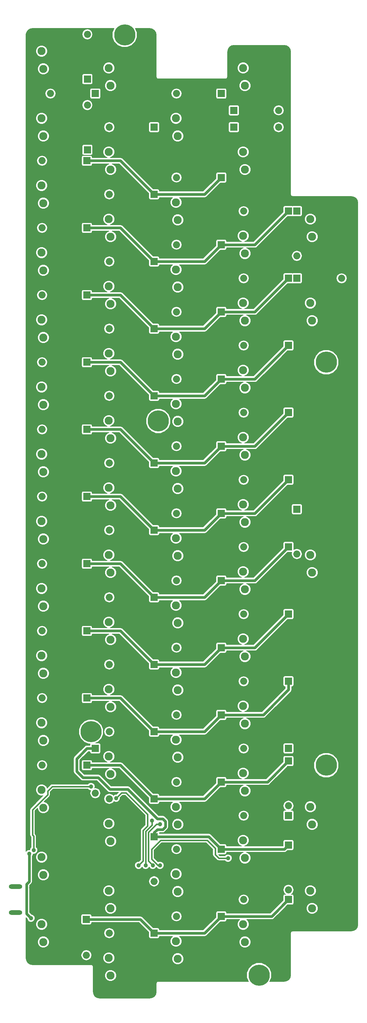
<source format=gbr>
G04 #@! TF.FileFunction,Copper,L1,Top,Signal*
%FSLAX46Y46*%
G04 Gerber Fmt 4.6, Leading zero omitted, Abs format (unit mm)*
G04 Created by KiCad (PCBNEW 4.0.7-e2-6376~58~ubuntu16.04.1) date Fri Oct  6 23:26:52 2017*
%MOMM*%
%LPD*%
G01*
G04 APERTURE LIST*
%ADD10C,0.150000*%
%ADD11C,2.286000*%
%ADD12R,2.000000X2.000000*%
%ADD13O,2.000000X2.000000*%
%ADD14O,3.800000X1.300000*%
%ADD15C,6.000000*%
%ADD16C,1.200000*%
%ADD17C,0.800000*%
%ADD18C,0.400000*%
%ADD19C,0.200000*%
G04 APERTURE END LIST*
D10*
D11*
X54840625Y-335421875D03*
X54340625Y-330421875D03*
X54840625Y-316371875D03*
X54340625Y-311371875D03*
X54840625Y-354471875D03*
X54340625Y-349471875D03*
D12*
X86225000Y-324587500D03*
D13*
X86225000Y-337287500D03*
D11*
X73890625Y-325896875D03*
X73390625Y-320896875D03*
X131040625Y-321134375D03*
X130540625Y-316134375D03*
X92940625Y-149684375D03*
X92440625Y-144684375D03*
X111990625Y-197309375D03*
X111490625Y-192309375D03*
X54840625Y-163971875D03*
X54340625Y-158971875D03*
X111990625Y-178259375D03*
X111490625Y-173259375D03*
X111990625Y-159209375D03*
X111490625Y-154209375D03*
X54840625Y-183021875D03*
X54340625Y-178021875D03*
X54840625Y-297321875D03*
X54340625Y-292321875D03*
X54840625Y-278271875D03*
X54340625Y-273271875D03*
X54840625Y-259221875D03*
X54340625Y-254221875D03*
X54840625Y-240171875D03*
X54340625Y-235171875D03*
X54840625Y-221121875D03*
X54340625Y-216121875D03*
X54840625Y-202071875D03*
X54340625Y-197071875D03*
X92940625Y-168734375D03*
X92440625Y-163734375D03*
X54840625Y-144921875D03*
X54340625Y-139921875D03*
X92940625Y-340184375D03*
X92440625Y-335184375D03*
X111990625Y-254459375D03*
X111490625Y-249459375D03*
X111990625Y-292559375D03*
X111490625Y-287559375D03*
X92940625Y-302084375D03*
X92440625Y-297084375D03*
X73890625Y-306846875D03*
X73390625Y-301846875D03*
X92940625Y-283034375D03*
X92440625Y-278034375D03*
X92940625Y-263984375D03*
X92440625Y-258984375D03*
X92940625Y-244934375D03*
X92440625Y-239934375D03*
X73890625Y-211596875D03*
X73390625Y-206596875D03*
X92940625Y-225884375D03*
X92440625Y-220884375D03*
X92940625Y-206834375D03*
X92440625Y-201834375D03*
X92940625Y-187784375D03*
X92440625Y-182784375D03*
X111990625Y-216359375D03*
X111490625Y-211359375D03*
X111990625Y-235409375D03*
X111490625Y-230409375D03*
X73890625Y-192546875D03*
X73390625Y-187546875D03*
X73890625Y-173496875D03*
X73390625Y-168496875D03*
X73890625Y-344946875D03*
X73390625Y-339946875D03*
X73890625Y-287796875D03*
X73390625Y-282796875D03*
X92940625Y-321134375D03*
X92440625Y-316134375D03*
X73890625Y-268746875D03*
X73390625Y-263746875D03*
X73890625Y-230646875D03*
X73390625Y-225646875D03*
X111990625Y-273509375D03*
X111490625Y-268509375D03*
X111990625Y-311609375D03*
X111490625Y-306609375D03*
X73890625Y-249696875D03*
X73390625Y-244696875D03*
X111990625Y-330659375D03*
X111490625Y-325659375D03*
X73890625Y-154446875D03*
X73390625Y-149446875D03*
X54840625Y-125871875D03*
X54340625Y-120871875D03*
X73890625Y-135396875D03*
X73390625Y-130396875D03*
X54840625Y-106821875D03*
X54340625Y-101821875D03*
X131040625Y-344946875D03*
X130540625Y-339946875D03*
D14*
X46915625Y-346096875D03*
X46915625Y-338796875D03*
D11*
X92940625Y-359234375D03*
X92440625Y-354234375D03*
D12*
X67175000Y-304346875D03*
D13*
X54475000Y-304346875D03*
D12*
X67175000Y-285296875D03*
D13*
X54475000Y-285296875D03*
D12*
X67175000Y-266246875D03*
D13*
X54475000Y-266246875D03*
D12*
X67175000Y-247196875D03*
D13*
X54475000Y-247196875D03*
D12*
X86225000Y-351971875D03*
D13*
X73525000Y-351971875D03*
D12*
X86225000Y-313871875D03*
D13*
X73525000Y-313871875D03*
D12*
X86225000Y-294821875D03*
D13*
X73525000Y-294821875D03*
D12*
X86225000Y-275771875D03*
D13*
X73525000Y-275771875D03*
D12*
X86225000Y-256721875D03*
D13*
X73525000Y-256721875D03*
D12*
X105275000Y-347209375D03*
D13*
X92575000Y-347209375D03*
D12*
X105275000Y-328159375D03*
D13*
X92575000Y-328159375D03*
D12*
X105275000Y-309109375D03*
D13*
X92575000Y-309109375D03*
D12*
X105275000Y-290059375D03*
D13*
X92575000Y-290059375D03*
D12*
X105275000Y-271009375D03*
D13*
X92575000Y-271009375D03*
D12*
X105275000Y-251959375D03*
D13*
X92575000Y-251959375D03*
D12*
X124325000Y-342446875D03*
D13*
X111625000Y-342446875D03*
D12*
X124325000Y-318634375D03*
D13*
X111625000Y-318634375D03*
D12*
X124325000Y-299584375D03*
D13*
X111625000Y-299584375D03*
D12*
X124325000Y-280534375D03*
D13*
X111625000Y-280534375D03*
D12*
X124325000Y-261484375D03*
D13*
X111625000Y-261484375D03*
D12*
X124325000Y-242434375D03*
D13*
X111625000Y-242434375D03*
D12*
X124325000Y-326968750D03*
D13*
X124325000Y-339668750D03*
D12*
X124325000Y-303156250D03*
D13*
X124325000Y-315856250D03*
D12*
X126706250Y-231718750D03*
D13*
X126706250Y-244418750D03*
D11*
X73890625Y-363996875D03*
X73390625Y-358996875D03*
X73890625Y-111584375D03*
X73390625Y-106584375D03*
X111990625Y-354471875D03*
X111490625Y-349471875D03*
X92940625Y-125871875D03*
X92440625Y-120871875D03*
X131040625Y-154446875D03*
X130540625Y-149446875D03*
X131040625Y-178259375D03*
X130540625Y-173259375D03*
X111990625Y-111584375D03*
X111490625Y-106584375D03*
X111990625Y-135396875D03*
X111490625Y-130396875D03*
X131040625Y-249696875D03*
X130540625Y-244696875D03*
D12*
X67018750Y-348056250D03*
D13*
X67018750Y-358216250D03*
D12*
X69556250Y-299584375D03*
D13*
X69556250Y-312284375D03*
D12*
X67175000Y-228146875D03*
D13*
X54475000Y-228146875D03*
D12*
X67175000Y-209096875D03*
D13*
X54475000Y-209096875D03*
D12*
X67175000Y-190046875D03*
D13*
X54475000Y-190046875D03*
D12*
X67175000Y-170996875D03*
D13*
X54475000Y-170996875D03*
D12*
X67175000Y-151946875D03*
D13*
X54475000Y-151946875D03*
D12*
X67175000Y-132896875D03*
D13*
X54475000Y-132896875D03*
D12*
X69556250Y-113846875D03*
D13*
X56856250Y-113846875D03*
D12*
X67310000Y-109728000D03*
D13*
X67310000Y-97028000D03*
D12*
X86225000Y-237671875D03*
D13*
X73525000Y-237671875D03*
D12*
X86225000Y-218621875D03*
D13*
X73525000Y-218621875D03*
D12*
X86225000Y-199571875D03*
D13*
X73525000Y-199571875D03*
D12*
X86225000Y-180521875D03*
D13*
X73525000Y-180521875D03*
D12*
X86225000Y-161471875D03*
D13*
X73525000Y-161471875D03*
D12*
X86225000Y-142421875D03*
D13*
X73525000Y-142421875D03*
D12*
X86225000Y-123371875D03*
D13*
X73525000Y-123371875D03*
D12*
X67310000Y-129794000D03*
D13*
X67310000Y-117094000D03*
D12*
X105275000Y-232909375D03*
D13*
X92575000Y-232909375D03*
D12*
X105275000Y-213859375D03*
D13*
X92575000Y-213859375D03*
D12*
X105275000Y-194809375D03*
D13*
X92575000Y-194809375D03*
D12*
X105275000Y-175759375D03*
D13*
X92575000Y-175759375D03*
D12*
X105275000Y-156709375D03*
D13*
X92575000Y-156709375D03*
D12*
X105275000Y-137659375D03*
D13*
X92575000Y-137659375D03*
D12*
X105275000Y-113846875D03*
D13*
X92575000Y-113846875D03*
D12*
X124325000Y-223384375D03*
D13*
X111625000Y-223384375D03*
D12*
X124325000Y-204334375D03*
D13*
X111625000Y-204334375D03*
D12*
X124325000Y-185284375D03*
D13*
X111625000Y-185284375D03*
D12*
X124325000Y-166234375D03*
D13*
X111625000Y-166234375D03*
D12*
X124325000Y-147184375D03*
D13*
X111625000Y-147184375D03*
D12*
X108846875Y-123371875D03*
D13*
X121546875Y-123371875D03*
D12*
X108846875Y-118609375D03*
D13*
X121546875Y-118609375D03*
D12*
X126706250Y-166234375D03*
D13*
X139406250Y-166234375D03*
D12*
X126706250Y-147184375D03*
D13*
X126706250Y-159884375D03*
D15*
X115990625Y-363878125D03*
X135040625Y-304346875D03*
X135040625Y-190046875D03*
X77890625Y-97178125D03*
X68365625Y-294821875D03*
X87415625Y-206715625D03*
D16*
X52070000Y-328422000D03*
X68326000Y-310388000D03*
X75477625Y-313681375D03*
X81827625Y-332731375D03*
X83820000Y-332740000D03*
X85598000Y-320040000D03*
X53086000Y-323596000D03*
X67056000Y-316230000D03*
X66587625Y-322317375D03*
X66040000Y-345440000D03*
X51308000Y-339090000D03*
X80010000Y-332740000D03*
X50800000Y-329438000D03*
X51308000Y-347726000D03*
X87884000Y-321056000D03*
X85852000Y-332740000D03*
X107188000Y-330708000D03*
X87884000Y-332740000D03*
D17*
X86225000Y-142421875D02*
X100512500Y-142421875D01*
X100512500Y-142421875D02*
X105275000Y-137659375D01*
X67175000Y-132896875D02*
X76700000Y-132896875D01*
X76700000Y-132896875D02*
X86225000Y-142421875D01*
X105275000Y-156709375D02*
X114800000Y-156709375D01*
X114800000Y-156709375D02*
X124325000Y-147184375D01*
X86225000Y-161471875D02*
X100512500Y-161471875D01*
X100512500Y-161471875D02*
X105275000Y-156709375D01*
X67175000Y-151946875D02*
X76700000Y-151946875D01*
X76700000Y-151946875D02*
X86225000Y-161471875D01*
X74350500Y-311150000D02*
X78740000Y-311150000D01*
X78740000Y-311150000D02*
X87122000Y-319532000D01*
X86225000Y-323477000D02*
X86225000Y-324587500D01*
X87122000Y-319532000D02*
X88646000Y-319532000D01*
X88646000Y-319532000D02*
X89408000Y-320294000D01*
X89408000Y-320294000D02*
X89408000Y-321818000D01*
X89408000Y-321818000D02*
X88646000Y-322580000D01*
X88646000Y-322580000D02*
X87122000Y-322580000D01*
X87122000Y-322580000D02*
X86225000Y-323477000D01*
X69556250Y-299584375D02*
X67191625Y-299584375D01*
X67191625Y-299584375D02*
X64262000Y-302514000D01*
X64262000Y-302514000D02*
X64262000Y-306070000D01*
X64262000Y-306070000D02*
X66040000Y-307848000D01*
X66040000Y-307848000D02*
X70358000Y-307848000D01*
X70358000Y-307848000D02*
X73660000Y-311150000D01*
X73660000Y-311150000D02*
X74350500Y-311150000D01*
X86225000Y-324587500D02*
X101703125Y-324587500D01*
X101703125Y-324587500D02*
X105275000Y-328159375D01*
X105275000Y-328159375D02*
X123134375Y-328159375D01*
X123134375Y-328159375D02*
X124325000Y-326968750D01*
X67175000Y-304346875D02*
X76700000Y-304346875D01*
X76700000Y-304346875D02*
X86225000Y-313871875D01*
X86225000Y-313871875D02*
X100512500Y-313871875D01*
X100512500Y-313871875D02*
X105275000Y-309109375D01*
X105275000Y-309109375D02*
X118371875Y-309109375D01*
X118371875Y-309109375D02*
X124325000Y-303156250D01*
D18*
X52070000Y-328422000D02*
X52070000Y-324420875D01*
X52070000Y-324420875D02*
X51744500Y-324095375D01*
X51744500Y-324095375D02*
X51744500Y-316983375D01*
X51744500Y-316983375D02*
X56062500Y-312665375D01*
X56062500Y-312665375D02*
X56062500Y-311649375D01*
X56062500Y-311649375D02*
X57323875Y-310388000D01*
X57323875Y-310388000D02*
X68326000Y-310388000D01*
X75477625Y-313681375D02*
X77001625Y-312157375D01*
X77001625Y-312157375D02*
X78271625Y-312157375D01*
X78271625Y-312157375D02*
X84367625Y-318253375D01*
X84367625Y-318253375D02*
X84367625Y-321555375D01*
X84367625Y-321555375D02*
X83097625Y-322825375D01*
X83097625Y-322825375D02*
X83097625Y-331461375D01*
X83097625Y-331461375D02*
X81827625Y-332731375D01*
D17*
X67175000Y-285296875D02*
X76700000Y-285296875D01*
X76700000Y-285296875D02*
X86225000Y-294821875D01*
X86225000Y-294821875D02*
X100512500Y-294821875D01*
X100512500Y-294821875D02*
X105275000Y-290059375D01*
X105275000Y-290059375D02*
X117181250Y-290059375D01*
X124325000Y-282915625D02*
X124325000Y-280534375D01*
X117181250Y-290059375D02*
X124325000Y-282915625D01*
X105275000Y-271009375D02*
X114800000Y-271009375D01*
X114800000Y-271009375D02*
X124325000Y-261484375D01*
X86225000Y-275771875D02*
X100512500Y-275771875D01*
X100512500Y-275771875D02*
X105275000Y-271009375D01*
X67175000Y-266246875D02*
X76700000Y-266246875D01*
X76700000Y-266246875D02*
X86225000Y-275771875D01*
D18*
X85598000Y-320040000D02*
X85598000Y-321310000D01*
X85598000Y-321310000D02*
X83820000Y-323088000D01*
X83820000Y-332740000D02*
X83820000Y-332740000D01*
X83820000Y-323088000D02*
X83820000Y-332740000D01*
D17*
X105275000Y-232909375D02*
X114800000Y-232909375D01*
X114800000Y-232909375D02*
X124325000Y-223384375D01*
X86225000Y-237671875D02*
X100512500Y-237671875D01*
X100512500Y-237671875D02*
X105275000Y-232909375D01*
X67175000Y-228146875D02*
X76700000Y-228146875D01*
X76700000Y-228146875D02*
X86225000Y-237671875D01*
X105275000Y-213859375D02*
X114800000Y-213859375D01*
X114800000Y-213859375D02*
X124325000Y-204334375D01*
X86225000Y-218621875D02*
X100512500Y-218621875D01*
X100512500Y-218621875D02*
X105275000Y-213859375D01*
X67175000Y-209096875D02*
X76700000Y-209096875D01*
X76700000Y-209096875D02*
X86225000Y-218621875D01*
X105275000Y-194809375D02*
X114800000Y-194809375D01*
X114800000Y-194809375D02*
X124325000Y-185284375D01*
X86225000Y-199571875D02*
X100512500Y-199571875D01*
X100512500Y-199571875D02*
X105275000Y-194809375D01*
X67175000Y-190046875D02*
X76700000Y-190046875D01*
X76700000Y-190046875D02*
X86225000Y-199571875D01*
X105275000Y-175759375D02*
X114800000Y-175759375D01*
X114800000Y-175759375D02*
X124325000Y-166234375D01*
X86225000Y-180521875D02*
X100512500Y-180521875D01*
X100512500Y-180521875D02*
X105275000Y-175759375D01*
X67175000Y-170996875D02*
X76700000Y-170996875D01*
X76700000Y-170996875D02*
X86225000Y-180521875D01*
D18*
X51308000Y-339090000D02*
X55372000Y-339090000D01*
X57404000Y-327914000D02*
X53086000Y-323596000D01*
X57404000Y-337058000D02*
X57404000Y-327914000D01*
X55372000Y-339090000D02*
X57404000Y-337058000D01*
X65309000Y-323596000D02*
X66587625Y-322317375D01*
X53086000Y-323596000D02*
X65309000Y-323596000D01*
X66587625Y-316698375D02*
X66587625Y-322317375D01*
X67056000Y-316230000D02*
X66587625Y-316698375D01*
X51308000Y-339090000D02*
X51308000Y-340868000D01*
X55880000Y-345440000D02*
X66040000Y-345440000D01*
X51308000Y-340868000D02*
X55880000Y-345440000D01*
X66040000Y-345440000D02*
X68326000Y-345440000D01*
X80010000Y-340106000D02*
X80010000Y-332740000D01*
X77724000Y-342392000D02*
X80010000Y-340106000D01*
X71374000Y-342392000D02*
X77724000Y-342392000D01*
X68326000Y-345440000D02*
X71374000Y-342392000D01*
D17*
X50800000Y-335026000D02*
X50800000Y-329438000D01*
X50038000Y-346456000D02*
X51308000Y-347726000D01*
X50038000Y-338074000D02*
X50038000Y-346456000D01*
X50800000Y-337312000D02*
X50038000Y-338074000D01*
X50800000Y-331978000D02*
X50800000Y-335026000D01*
X50800000Y-335026000D02*
X50800000Y-337312000D01*
D18*
X84582000Y-331470000D02*
X84582000Y-330962000D01*
X84582000Y-323342000D02*
X86868000Y-321056000D01*
X86868000Y-321056000D02*
X87884000Y-321056000D01*
X84582000Y-330962000D02*
X84582000Y-323342000D01*
X85852000Y-332740000D02*
X84582000Y-331470000D01*
X87884000Y-332740000D02*
X87313125Y-332740000D01*
X104585125Y-330708000D02*
X107188000Y-330708000D01*
X103560500Y-329683375D02*
X104585125Y-330708000D01*
X103560500Y-327905375D02*
X103560500Y-329683375D01*
X101274500Y-325619375D02*
X103560500Y-327905375D01*
X88066500Y-325619375D02*
X101274500Y-325619375D01*
X85526500Y-328159375D02*
X88066500Y-325619375D01*
X85526500Y-330953375D02*
X85526500Y-328159375D01*
X87313125Y-332740000D02*
X85526500Y-330953375D01*
D17*
X67018750Y-348056250D02*
X82309375Y-348056250D01*
X82309375Y-348056250D02*
X86225000Y-351971875D01*
X86225000Y-351971875D02*
X100512500Y-351971875D01*
X100512500Y-351971875D02*
X105275000Y-347209375D01*
X105275000Y-347209375D02*
X119562500Y-347209375D01*
X119562500Y-347209375D02*
X124325000Y-342446875D01*
X67175000Y-247196875D02*
X76700000Y-247196875D01*
X76700000Y-247196875D02*
X86225000Y-256721875D01*
X105275000Y-251959375D02*
X114800000Y-251959375D01*
X114800000Y-251959375D02*
X124325000Y-242434375D01*
X86225000Y-256721875D02*
X100512500Y-256721875D01*
X100512500Y-256721875D02*
X105275000Y-251959375D01*
D19*
G36*
X74391234Y-96478878D02*
X74390019Y-97871264D01*
X74921739Y-99158126D01*
X75905446Y-100143550D01*
X77191378Y-100677516D01*
X78583764Y-100678731D01*
X79870626Y-100147011D01*
X80856050Y-99163304D01*
X81390016Y-97877372D01*
X81391231Y-96484986D01*
X80931303Y-95371875D01*
X84977740Y-95371875D01*
X85721287Y-95519776D01*
X86303620Y-95908878D01*
X86692724Y-96491213D01*
X86840625Y-97234755D01*
X86840625Y-109084375D01*
X86884394Y-109304418D01*
X87009039Y-109490961D01*
X87195582Y-109615606D01*
X87415625Y-109659375D01*
X106465625Y-109659375D01*
X106685668Y-109615606D01*
X106872211Y-109490961D01*
X106996856Y-109304418D01*
X107040625Y-109084375D01*
X107040625Y-106909754D01*
X109847341Y-106909754D01*
X110096945Y-107513844D01*
X110558725Y-107976430D01*
X111162378Y-108227089D01*
X111816004Y-108227659D01*
X112420094Y-107978055D01*
X112882680Y-107516275D01*
X113133339Y-106912622D01*
X113133909Y-106258996D01*
X112884305Y-105654906D01*
X112422525Y-105192320D01*
X111818872Y-104941661D01*
X111165246Y-104941091D01*
X110561156Y-105190695D01*
X110098570Y-105652475D01*
X109847911Y-106256128D01*
X109847341Y-106909754D01*
X107040625Y-106909754D01*
X107040625Y-101997260D01*
X107188526Y-101253713D01*
X107577628Y-100671380D01*
X108159963Y-100282276D01*
X108903505Y-100134375D01*
X123077740Y-100134375D01*
X123821287Y-100282276D01*
X124403620Y-100671378D01*
X124792724Y-101253713D01*
X124940625Y-101997255D01*
X124940625Y-142421875D01*
X124984394Y-142641918D01*
X125109039Y-142828461D01*
X125295582Y-142953106D01*
X125515625Y-142996875D01*
X142127740Y-142996875D01*
X142871287Y-143144776D01*
X143453620Y-143533878D01*
X143842724Y-144116213D01*
X143990625Y-144859755D01*
X143990625Y-349533995D01*
X143842724Y-350277537D01*
X143453620Y-350859872D01*
X142871287Y-351248974D01*
X142127740Y-351396875D01*
X125515625Y-351396875D01*
X125295582Y-351440644D01*
X125109039Y-351565289D01*
X124984394Y-351751832D01*
X124940625Y-351971875D01*
X124940625Y-363821495D01*
X124792724Y-364565037D01*
X124403620Y-365147372D01*
X123821287Y-365536474D01*
X123077740Y-365684375D01*
X119030348Y-365684375D01*
X119490016Y-364577372D01*
X119491231Y-363184986D01*
X118959511Y-361898124D01*
X117975804Y-360912700D01*
X116689872Y-360378734D01*
X115297486Y-360377519D01*
X114010624Y-360909239D01*
X113025200Y-361892946D01*
X112491234Y-363178878D01*
X112490019Y-364571264D01*
X112949947Y-365684375D01*
X87415625Y-365684375D01*
X87195582Y-365728144D01*
X87009039Y-365852789D01*
X86884394Y-366039332D01*
X86840625Y-366259375D01*
X86840625Y-368583995D01*
X86692724Y-369327537D01*
X86303620Y-369909872D01*
X85721287Y-370298974D01*
X84977740Y-370446875D01*
X70803505Y-370446875D01*
X70059963Y-370298974D01*
X69477628Y-369909870D01*
X69088526Y-369327537D01*
X68940625Y-368583990D01*
X68940625Y-364322254D01*
X72247341Y-364322254D01*
X72496945Y-364926344D01*
X72958725Y-365388930D01*
X73562378Y-365639589D01*
X74216004Y-365640159D01*
X74820094Y-365390555D01*
X75282680Y-364928775D01*
X75533339Y-364325122D01*
X75533909Y-363671496D01*
X75284305Y-363067406D01*
X74822525Y-362604820D01*
X74218872Y-362354161D01*
X73565246Y-362353591D01*
X72961156Y-362603195D01*
X72498570Y-363064975D01*
X72247911Y-363668628D01*
X72247341Y-364322254D01*
X68940625Y-364322254D01*
X68940625Y-361496875D01*
X68896856Y-361276832D01*
X68772211Y-361090289D01*
X68585668Y-360965644D01*
X68365625Y-360921875D01*
X51753505Y-360921875D01*
X51009963Y-360773974D01*
X50427628Y-360384870D01*
X50038526Y-359802537D01*
X49890625Y-359058990D01*
X49890625Y-358186863D01*
X65518750Y-358186863D01*
X65518750Y-358245637D01*
X65632931Y-358819662D01*
X65958090Y-359306297D01*
X66444725Y-359631456D01*
X67018750Y-359745637D01*
X67592775Y-359631456D01*
X68055528Y-359322254D01*
X71747341Y-359322254D01*
X71996945Y-359926344D01*
X72458725Y-360388930D01*
X73062378Y-360639589D01*
X73716004Y-360640159D01*
X74320094Y-360390555D01*
X74782680Y-359928775D01*
X74935911Y-359559754D01*
X91297341Y-359559754D01*
X91546945Y-360163844D01*
X92008725Y-360626430D01*
X92612378Y-360877089D01*
X93266004Y-360877659D01*
X93870094Y-360628055D01*
X94332680Y-360166275D01*
X94583339Y-359562622D01*
X94583909Y-358908996D01*
X94334305Y-358304906D01*
X93872525Y-357842320D01*
X93268872Y-357591661D01*
X92615246Y-357591091D01*
X92011156Y-357840695D01*
X91548570Y-358302475D01*
X91297911Y-358906128D01*
X91297341Y-359559754D01*
X74935911Y-359559754D01*
X75033339Y-359325122D01*
X75033909Y-358671496D01*
X74784305Y-358067406D01*
X74322525Y-357604820D01*
X73718872Y-357354161D01*
X73065246Y-357353591D01*
X72461156Y-357603195D01*
X71998570Y-358064975D01*
X71747911Y-358668628D01*
X71747341Y-359322254D01*
X68055528Y-359322254D01*
X68079410Y-359306297D01*
X68404569Y-358819662D01*
X68518750Y-358245637D01*
X68518750Y-358186863D01*
X68404569Y-357612838D01*
X68079410Y-357126203D01*
X67592775Y-356801044D01*
X67018750Y-356686863D01*
X66444725Y-356801044D01*
X65958090Y-357126203D01*
X65632931Y-357612838D01*
X65518750Y-358186863D01*
X49890625Y-358186863D01*
X49890625Y-354797254D01*
X53197341Y-354797254D01*
X53446945Y-355401344D01*
X53908725Y-355863930D01*
X54512378Y-356114589D01*
X55166004Y-356115159D01*
X55770094Y-355865555D01*
X56232680Y-355403775D01*
X56483339Y-354800122D01*
X56483909Y-354146496D01*
X56234305Y-353542406D01*
X55772525Y-353079820D01*
X55168872Y-352829161D01*
X54515246Y-352828591D01*
X53911156Y-353078195D01*
X53448570Y-353539975D01*
X53197911Y-354143628D01*
X53197341Y-354797254D01*
X49890625Y-354797254D01*
X49890625Y-351971875D01*
X71995613Y-351971875D01*
X72109794Y-352545900D01*
X72434953Y-353032535D01*
X72921588Y-353357694D01*
X73495613Y-353471875D01*
X73554387Y-353471875D01*
X74128412Y-353357694D01*
X74615047Y-353032535D01*
X74940206Y-352545900D01*
X75054387Y-351971875D01*
X74940206Y-351397850D01*
X74615047Y-350911215D01*
X74128412Y-350586056D01*
X73554387Y-350471875D01*
X73495613Y-350471875D01*
X72921588Y-350586056D01*
X72434953Y-350911215D01*
X72109794Y-351397850D01*
X71995613Y-351971875D01*
X49890625Y-351971875D01*
X49890625Y-349797254D01*
X52697341Y-349797254D01*
X52946945Y-350401344D01*
X53408725Y-350863930D01*
X54012378Y-351114589D01*
X54666004Y-351115159D01*
X55270094Y-350865555D01*
X55732680Y-350403775D01*
X55983339Y-349800122D01*
X55983909Y-349146496D01*
X55734305Y-348542406D01*
X55272525Y-348079820D01*
X54668872Y-347829161D01*
X54015246Y-347828591D01*
X53411156Y-348078195D01*
X52948570Y-348539975D01*
X52697911Y-349143628D01*
X52697341Y-349797254D01*
X49890625Y-349797254D01*
X49890625Y-347581417D01*
X50207849Y-347898641D01*
X50207810Y-347943844D01*
X50374922Y-348348286D01*
X50684087Y-348657991D01*
X51088237Y-348825808D01*
X51525844Y-348826190D01*
X51930286Y-348659078D01*
X52239991Y-348349913D01*
X52407808Y-347945763D01*
X52408190Y-347508156D01*
X52241078Y-347103714D01*
X52193697Y-347056250D01*
X65508955Y-347056250D01*
X65508955Y-349056250D01*
X65543819Y-349241539D01*
X65653325Y-349411715D01*
X65820411Y-349525880D01*
X66018750Y-349566045D01*
X68018750Y-349566045D01*
X68204039Y-349531181D01*
X68374215Y-349421675D01*
X68488380Y-349254589D01*
X68528545Y-349056250D01*
X68528545Y-348956250D01*
X81936583Y-348956250D01*
X84715205Y-351734872D01*
X84715205Y-352971875D01*
X84750069Y-353157164D01*
X84859575Y-353327340D01*
X85026661Y-353441505D01*
X85225000Y-353481670D01*
X87225000Y-353481670D01*
X87410289Y-353446806D01*
X87580465Y-353337300D01*
X87694630Y-353170214D01*
X87734795Y-352971875D01*
X87734795Y-352871875D01*
X91479922Y-352871875D01*
X91048570Y-353302475D01*
X90797911Y-353906128D01*
X90797341Y-354559754D01*
X91046945Y-355163844D01*
X91508725Y-355626430D01*
X92112378Y-355877089D01*
X92766004Y-355877659D01*
X93370094Y-355628055D01*
X93832680Y-355166275D01*
X93985911Y-354797254D01*
X110347341Y-354797254D01*
X110596945Y-355401344D01*
X111058725Y-355863930D01*
X111662378Y-356114589D01*
X112316004Y-356115159D01*
X112920094Y-355865555D01*
X113382680Y-355403775D01*
X113633339Y-354800122D01*
X113633909Y-354146496D01*
X113384305Y-353542406D01*
X112922525Y-353079820D01*
X112318872Y-352829161D01*
X111665246Y-352828591D01*
X111061156Y-353078195D01*
X110598570Y-353539975D01*
X110347911Y-354143628D01*
X110347341Y-354797254D01*
X93985911Y-354797254D01*
X94083339Y-354562622D01*
X94083909Y-353908996D01*
X93834305Y-353304906D01*
X93402029Y-352871875D01*
X100512500Y-352871875D01*
X100856915Y-352803367D01*
X101148896Y-352608271D01*
X105037997Y-348719170D01*
X106275000Y-348719170D01*
X106460289Y-348684306D01*
X106630465Y-348574800D01*
X106744630Y-348407714D01*
X106784795Y-348209375D01*
X106784795Y-348109375D01*
X110529922Y-348109375D01*
X110098570Y-348539975D01*
X109847911Y-349143628D01*
X109847341Y-349797254D01*
X110096945Y-350401344D01*
X110558725Y-350863930D01*
X111162378Y-351114589D01*
X111816004Y-351115159D01*
X112420094Y-350865555D01*
X112882680Y-350403775D01*
X113133339Y-349800122D01*
X113133909Y-349146496D01*
X112884305Y-348542406D01*
X112452029Y-348109375D01*
X119562500Y-348109375D01*
X119906915Y-348040867D01*
X120198896Y-347845771D01*
X122772413Y-345272254D01*
X129397341Y-345272254D01*
X129646945Y-345876344D01*
X130108725Y-346338930D01*
X130712378Y-346589589D01*
X131366004Y-346590159D01*
X131970094Y-346340555D01*
X132432680Y-345878775D01*
X132683339Y-345275122D01*
X132683909Y-344621496D01*
X132434305Y-344017406D01*
X131972525Y-343554820D01*
X131368872Y-343304161D01*
X130715246Y-343303591D01*
X130111156Y-343553195D01*
X129648570Y-344014975D01*
X129397911Y-344618628D01*
X129397341Y-345272254D01*
X122772413Y-345272254D01*
X124087997Y-343956670D01*
X125325000Y-343956670D01*
X125510289Y-343921806D01*
X125680465Y-343812300D01*
X125794630Y-343645214D01*
X125834795Y-343446875D01*
X125834795Y-341446875D01*
X125799931Y-341261586D01*
X125690425Y-341091410D01*
X125523339Y-340977245D01*
X125325000Y-340937080D01*
X125118841Y-340937080D01*
X125385660Y-340758797D01*
X125710757Y-340272254D01*
X128897341Y-340272254D01*
X129146945Y-340876344D01*
X129608725Y-341338930D01*
X130212378Y-341589589D01*
X130866004Y-341590159D01*
X131470094Y-341340555D01*
X131932680Y-340878775D01*
X132183339Y-340275122D01*
X132183909Y-339621496D01*
X131934305Y-339017406D01*
X131472525Y-338554820D01*
X130868872Y-338304161D01*
X130215246Y-338303591D01*
X129611156Y-338553195D01*
X129148570Y-339014975D01*
X128897911Y-339618628D01*
X128897341Y-340272254D01*
X125710757Y-340272254D01*
X125710819Y-340272162D01*
X125825000Y-339698137D01*
X125825000Y-339639363D01*
X125710819Y-339065338D01*
X125385660Y-338578703D01*
X124899025Y-338253544D01*
X124325000Y-338139363D01*
X123750975Y-338253544D01*
X123264340Y-338578703D01*
X122939181Y-339065338D01*
X122825000Y-339639363D01*
X122825000Y-339698137D01*
X122939181Y-340272162D01*
X123264340Y-340758797D01*
X123531159Y-340937080D01*
X123325000Y-340937080D01*
X123139711Y-340971944D01*
X122969535Y-341081450D01*
X122855370Y-341248536D01*
X122815205Y-341446875D01*
X122815205Y-342683878D01*
X119189708Y-346309375D01*
X106784795Y-346309375D01*
X106784795Y-346209375D01*
X106749931Y-346024086D01*
X106640425Y-345853910D01*
X106473339Y-345739745D01*
X106275000Y-345699580D01*
X104275000Y-345699580D01*
X104089711Y-345734444D01*
X103919535Y-345843950D01*
X103805370Y-346011036D01*
X103765205Y-346209375D01*
X103765205Y-347446378D01*
X100139708Y-351071875D01*
X87734795Y-351071875D01*
X87734795Y-350971875D01*
X87699931Y-350786586D01*
X87590425Y-350616410D01*
X87423339Y-350502245D01*
X87225000Y-350462080D01*
X85987997Y-350462080D01*
X82945771Y-347419854D01*
X82653790Y-347224758D01*
X82576454Y-347209375D01*
X91045613Y-347209375D01*
X91159794Y-347783400D01*
X91484953Y-348270035D01*
X91971588Y-348595194D01*
X92545613Y-348709375D01*
X92604387Y-348709375D01*
X93178412Y-348595194D01*
X93665047Y-348270035D01*
X93990206Y-347783400D01*
X94104387Y-347209375D01*
X93990206Y-346635350D01*
X93665047Y-346148715D01*
X93178412Y-345823556D01*
X92604387Y-345709375D01*
X92545613Y-345709375D01*
X91971588Y-345823556D01*
X91484953Y-346148715D01*
X91159794Y-346635350D01*
X91045613Y-347209375D01*
X82576454Y-347209375D01*
X82309375Y-347156250D01*
X68528545Y-347156250D01*
X68528545Y-347056250D01*
X68493681Y-346870961D01*
X68384175Y-346700785D01*
X68217089Y-346586620D01*
X68018750Y-346546455D01*
X66018750Y-346546455D01*
X65833461Y-346581319D01*
X65663285Y-346690825D01*
X65549120Y-346857911D01*
X65508955Y-347056250D01*
X52193697Y-347056250D01*
X51931913Y-346794009D01*
X51527763Y-346626192D01*
X51480943Y-346626151D01*
X50938000Y-346083208D01*
X50938000Y-345272254D01*
X72247341Y-345272254D01*
X72496945Y-345876344D01*
X72958725Y-346338930D01*
X73562378Y-346589589D01*
X74216004Y-346590159D01*
X74820094Y-346340555D01*
X75282680Y-345878775D01*
X75533339Y-345275122D01*
X75533909Y-344621496D01*
X75284305Y-344017406D01*
X74822525Y-343554820D01*
X74218872Y-343304161D01*
X73565246Y-343303591D01*
X72961156Y-343553195D01*
X72498570Y-344014975D01*
X72247911Y-344618628D01*
X72247341Y-345272254D01*
X50938000Y-345272254D01*
X50938000Y-342446875D01*
X110095613Y-342446875D01*
X110209794Y-343020900D01*
X110534953Y-343507535D01*
X111021588Y-343832694D01*
X111595613Y-343946875D01*
X111654387Y-343946875D01*
X112228412Y-343832694D01*
X112715047Y-343507535D01*
X113040206Y-343020900D01*
X113154387Y-342446875D01*
X113040206Y-341872850D01*
X112715047Y-341386215D01*
X112228412Y-341061056D01*
X111654387Y-340946875D01*
X111595613Y-340946875D01*
X111021588Y-341061056D01*
X110534953Y-341386215D01*
X110209794Y-341872850D01*
X110095613Y-342446875D01*
X50938000Y-342446875D01*
X50938000Y-340272254D01*
X71747341Y-340272254D01*
X71996945Y-340876344D01*
X72458725Y-341338930D01*
X73062378Y-341589589D01*
X73716004Y-341590159D01*
X74320094Y-341340555D01*
X74782680Y-340878775D01*
X74935911Y-340509754D01*
X91297341Y-340509754D01*
X91546945Y-341113844D01*
X92008725Y-341576430D01*
X92612378Y-341827089D01*
X93266004Y-341827659D01*
X93870094Y-341578055D01*
X94332680Y-341116275D01*
X94583339Y-340512622D01*
X94583909Y-339858996D01*
X94334305Y-339254906D01*
X93872525Y-338792320D01*
X93268872Y-338541661D01*
X92615246Y-338541091D01*
X92011156Y-338790695D01*
X91548570Y-339252475D01*
X91297911Y-339856128D01*
X91297341Y-340509754D01*
X74935911Y-340509754D01*
X75033339Y-340275122D01*
X75033909Y-339621496D01*
X74784305Y-339017406D01*
X74322525Y-338554820D01*
X73718872Y-338304161D01*
X73065246Y-338303591D01*
X72461156Y-338553195D01*
X71998570Y-339014975D01*
X71747911Y-339618628D01*
X71747341Y-340272254D01*
X50938000Y-340272254D01*
X50938000Y-338446792D01*
X51436396Y-337948396D01*
X51631492Y-337656415D01*
X51700000Y-337312000D01*
X51700000Y-337258113D01*
X84725000Y-337258113D01*
X84725000Y-337316887D01*
X84839181Y-337890912D01*
X85164340Y-338377547D01*
X85650975Y-338702706D01*
X86225000Y-338816887D01*
X86799025Y-338702706D01*
X87285660Y-338377547D01*
X87610819Y-337890912D01*
X87725000Y-337316887D01*
X87725000Y-337258113D01*
X87610819Y-336684088D01*
X87285660Y-336197453D01*
X86799025Y-335872294D01*
X86225000Y-335758113D01*
X85650975Y-335872294D01*
X85164340Y-336197453D01*
X84839181Y-336684088D01*
X84725000Y-337258113D01*
X51700000Y-337258113D01*
X51700000Y-335747254D01*
X53197341Y-335747254D01*
X53446945Y-336351344D01*
X53908725Y-336813930D01*
X54512378Y-337064589D01*
X55166004Y-337065159D01*
X55770094Y-336815555D01*
X56232680Y-336353775D01*
X56483339Y-335750122D01*
X56483548Y-335509754D01*
X90797341Y-335509754D01*
X91046945Y-336113844D01*
X91508725Y-336576430D01*
X92112378Y-336827089D01*
X92766004Y-336827659D01*
X93370094Y-336578055D01*
X93832680Y-336116275D01*
X94083339Y-335512622D01*
X94083909Y-334858996D01*
X93834305Y-334254906D01*
X93372525Y-333792320D01*
X92768872Y-333541661D01*
X92115246Y-333541091D01*
X91511156Y-333790695D01*
X91048570Y-334252475D01*
X90797911Y-334856128D01*
X90797341Y-335509754D01*
X56483548Y-335509754D01*
X56483909Y-335096496D01*
X56234305Y-334492406D01*
X55772525Y-334029820D01*
X55168872Y-333779161D01*
X54515246Y-333778591D01*
X53911156Y-334028195D01*
X53448570Y-334489975D01*
X53197911Y-335093628D01*
X53197341Y-335747254D01*
X51700000Y-335747254D01*
X51700000Y-330747254D01*
X52697341Y-330747254D01*
X52946945Y-331351344D01*
X53408725Y-331813930D01*
X54012378Y-332064589D01*
X54666004Y-332065159D01*
X55270094Y-331815555D01*
X55732680Y-331353775D01*
X55983339Y-330750122D01*
X55983909Y-330096496D01*
X55734305Y-329492406D01*
X55272525Y-329029820D01*
X54668872Y-328779161D01*
X54015246Y-328778591D01*
X53411156Y-329028195D01*
X52948570Y-329489975D01*
X52697911Y-330093628D01*
X52697341Y-330747254D01*
X51700000Y-330747254D01*
X51700000Y-330093848D01*
X51731991Y-330061913D01*
X51899808Y-329657763D01*
X51899927Y-329521851D01*
X52287844Y-329522190D01*
X52692286Y-329355078D01*
X53001991Y-329045913D01*
X53169808Y-328641763D01*
X53170190Y-328204156D01*
X53003078Y-327799714D01*
X52770000Y-327566229D01*
X52770000Y-326222254D01*
X72247341Y-326222254D01*
X72496945Y-326826344D01*
X72958725Y-327288930D01*
X73562378Y-327539589D01*
X74216004Y-327540159D01*
X74820094Y-327290555D01*
X75282680Y-326828775D01*
X75533339Y-326225122D01*
X75533909Y-325571496D01*
X75284305Y-324967406D01*
X74822525Y-324504820D01*
X74218872Y-324254161D01*
X73565246Y-324253591D01*
X72961156Y-324503195D01*
X72498570Y-324964975D01*
X72247911Y-325568628D01*
X72247341Y-326222254D01*
X52770000Y-326222254D01*
X52770000Y-324420880D01*
X52770001Y-324420875D01*
X52716716Y-324152996D01*
X52625619Y-324016661D01*
X52564975Y-323925900D01*
X52564972Y-323925898D01*
X52444500Y-323805426D01*
X52444500Y-321222254D01*
X71747341Y-321222254D01*
X71996945Y-321826344D01*
X72458725Y-322288930D01*
X73062378Y-322539589D01*
X73716004Y-322540159D01*
X74320094Y-322290555D01*
X74782680Y-321828775D01*
X75033339Y-321225122D01*
X75033909Y-320571496D01*
X74784305Y-319967406D01*
X74322525Y-319504820D01*
X73718872Y-319254161D01*
X73065246Y-319253591D01*
X72461156Y-319503195D01*
X71998570Y-319964975D01*
X71747911Y-320568628D01*
X71747341Y-321222254D01*
X52444500Y-321222254D01*
X52444500Y-317273325D01*
X53197495Y-316520330D01*
X53197341Y-316697254D01*
X53446945Y-317301344D01*
X53908725Y-317763930D01*
X54512378Y-318014589D01*
X55166004Y-318015159D01*
X55770094Y-317765555D01*
X56232680Y-317303775D01*
X56483339Y-316700122D01*
X56483909Y-316046496D01*
X56234305Y-315442406D01*
X55772525Y-314979820D01*
X55168872Y-314729161D01*
X54988821Y-314729004D01*
X56557475Y-313160350D01*
X56709216Y-312933254D01*
X56762500Y-312665375D01*
X56762500Y-311939325D01*
X57613824Y-311088000D01*
X67470500Y-311088000D01*
X67702087Y-311319991D01*
X68106237Y-311487808D01*
X68299380Y-311487977D01*
X68170431Y-311680963D01*
X68056250Y-312254988D01*
X68056250Y-312313762D01*
X68170431Y-312887787D01*
X68495590Y-313374422D01*
X68982225Y-313699581D01*
X69556250Y-313813762D01*
X70130275Y-313699581D01*
X70616910Y-313374422D01*
X70942069Y-312887787D01*
X71056250Y-312313762D01*
X71056250Y-312254988D01*
X70942069Y-311680963D01*
X70616910Y-311194328D01*
X70130275Y-310869169D01*
X69556250Y-310754988D01*
X69347427Y-310796526D01*
X69425808Y-310607763D01*
X69426190Y-310170156D01*
X69259078Y-309765714D01*
X68949913Y-309456009D01*
X68545763Y-309288192D01*
X68108156Y-309287810D01*
X67703714Y-309454922D01*
X67470229Y-309688000D01*
X57323880Y-309688000D01*
X57323875Y-309687999D01*
X57055996Y-309741284D01*
X56942449Y-309817154D01*
X56828900Y-309893025D01*
X56828898Y-309893028D01*
X55893715Y-310828210D01*
X55734305Y-310442406D01*
X55272525Y-309979820D01*
X54668872Y-309729161D01*
X54015246Y-309728591D01*
X53411156Y-309978195D01*
X52948570Y-310439975D01*
X52697911Y-311043628D01*
X52697341Y-311697254D01*
X52946945Y-312301344D01*
X53408725Y-312763930D01*
X54012378Y-313014589D01*
X54666004Y-313015159D01*
X54762734Y-312975191D01*
X51249525Y-316488400D01*
X51097784Y-316715496D01*
X51097784Y-316715497D01*
X51044500Y-316983375D01*
X51044500Y-324095375D01*
X51097784Y-324363254D01*
X51249525Y-324590350D01*
X51370000Y-324710825D01*
X51370000Y-327566500D01*
X51138009Y-327798087D01*
X50970192Y-328202237D01*
X50970073Y-328338149D01*
X50582156Y-328337810D01*
X50177714Y-328504922D01*
X49890625Y-328791510D01*
X49890625Y-304346875D01*
X52945613Y-304346875D01*
X53059794Y-304920900D01*
X53384953Y-305407535D01*
X53871588Y-305732694D01*
X54445613Y-305846875D01*
X54504387Y-305846875D01*
X55078412Y-305732694D01*
X55565047Y-305407535D01*
X55890206Y-304920900D01*
X56004387Y-304346875D01*
X55890206Y-303772850D01*
X55565047Y-303286215D01*
X55078412Y-302961056D01*
X54504387Y-302846875D01*
X54445613Y-302846875D01*
X53871588Y-302961056D01*
X53384953Y-303286215D01*
X53059794Y-303772850D01*
X52945613Y-304346875D01*
X49890625Y-304346875D01*
X49890625Y-302514000D01*
X63362000Y-302514000D01*
X63362000Y-306070000D01*
X63430508Y-306414415D01*
X63625604Y-306706396D01*
X65403604Y-308484396D01*
X65695585Y-308679492D01*
X66040000Y-308748000D01*
X69985208Y-308748000D01*
X73023604Y-311786396D01*
X73315584Y-311981492D01*
X73660000Y-312050000D01*
X76119051Y-312050000D01*
X75587579Y-312581471D01*
X75259781Y-312581185D01*
X74855339Y-312748297D01*
X74685975Y-312917366D01*
X74615047Y-312811215D01*
X74128412Y-312486056D01*
X73554387Y-312371875D01*
X73495613Y-312371875D01*
X72921588Y-312486056D01*
X72434953Y-312811215D01*
X72109794Y-313297850D01*
X71995613Y-313871875D01*
X72109794Y-314445900D01*
X72434953Y-314932535D01*
X72921588Y-315257694D01*
X73495613Y-315371875D01*
X73554387Y-315371875D01*
X74128412Y-315257694D01*
X74615047Y-314932535D01*
X74838495Y-314598122D01*
X74853712Y-314613366D01*
X75257862Y-314781183D01*
X75695469Y-314781565D01*
X76099911Y-314614453D01*
X76409616Y-314305288D01*
X76577433Y-313901138D01*
X76577721Y-313571229D01*
X77291574Y-312857375D01*
X77981675Y-312857375D01*
X83667625Y-318543325D01*
X83667625Y-321265425D01*
X82602650Y-322330400D01*
X82450909Y-322557496D01*
X82418983Y-322718000D01*
X82397625Y-322825375D01*
X82397625Y-331171425D01*
X81937579Y-331631471D01*
X81609781Y-331631185D01*
X81205339Y-331798297D01*
X80895634Y-332107462D01*
X80727817Y-332511612D01*
X80727435Y-332949219D01*
X80894547Y-333353661D01*
X81203712Y-333663366D01*
X81607862Y-333831183D01*
X82045469Y-333831565D01*
X82449911Y-333664453D01*
X82759616Y-333355288D01*
X82821977Y-333205106D01*
X82886922Y-333362286D01*
X83196087Y-333671991D01*
X83600237Y-333839808D01*
X84037844Y-333840190D01*
X84442286Y-333673078D01*
X84751991Y-333363913D01*
X84835999Y-333161598D01*
X84918922Y-333362286D01*
X85228087Y-333671991D01*
X85632237Y-333839808D01*
X86069844Y-333840190D01*
X86474286Y-333673078D01*
X86783991Y-333363913D01*
X86833321Y-333245112D01*
X86928893Y-333308971D01*
X86950922Y-333362286D01*
X87260087Y-333671991D01*
X87664237Y-333839808D01*
X88101844Y-333840190D01*
X88506286Y-333673078D01*
X88815991Y-333363913D01*
X88983808Y-332959763D01*
X88984190Y-332522156D01*
X88817078Y-332117714D01*
X88507913Y-331808009D01*
X88103763Y-331640192D01*
X87666156Y-331639810D01*
X87338337Y-331775262D01*
X86226500Y-330663425D01*
X86226500Y-328449325D01*
X86516449Y-328159375D01*
X91045613Y-328159375D01*
X91159794Y-328733400D01*
X91484953Y-329220035D01*
X91971588Y-329545194D01*
X92545613Y-329659375D01*
X92604387Y-329659375D01*
X93178412Y-329545194D01*
X93665047Y-329220035D01*
X93990206Y-328733400D01*
X94104387Y-328159375D01*
X93990206Y-327585350D01*
X93665047Y-327098715D01*
X93178412Y-326773556D01*
X92604387Y-326659375D01*
X92545613Y-326659375D01*
X91971588Y-326773556D01*
X91484953Y-327098715D01*
X91159794Y-327585350D01*
X91045613Y-328159375D01*
X86516449Y-328159375D01*
X88356449Y-326319375D01*
X100984550Y-326319375D01*
X102860500Y-328195325D01*
X102860500Y-329683375D01*
X102913784Y-329951254D01*
X103065525Y-330178350D01*
X104090148Y-331202972D01*
X104090150Y-331202975D01*
X104203699Y-331278846D01*
X104317246Y-331354716D01*
X104585125Y-331408001D01*
X104585130Y-331408000D01*
X106332500Y-331408000D01*
X106564087Y-331639991D01*
X106968237Y-331807808D01*
X107405844Y-331808190D01*
X107810286Y-331641078D01*
X108119991Y-331331913D01*
X108287808Y-330927763D01*
X108288190Y-330490156D01*
X108121078Y-330085714D01*
X107811913Y-329776009D01*
X107407763Y-329608192D01*
X106970156Y-329607810D01*
X106565714Y-329774922D01*
X106332229Y-330008000D01*
X104875074Y-330008000D01*
X104536245Y-329669170D01*
X106275000Y-329669170D01*
X106460289Y-329634306D01*
X106630465Y-329524800D01*
X106744630Y-329357714D01*
X106784795Y-329159375D01*
X106784795Y-329059375D01*
X111560490Y-329059375D01*
X111061156Y-329265695D01*
X110598570Y-329727475D01*
X110347911Y-330331128D01*
X110347341Y-330984754D01*
X110596945Y-331588844D01*
X111058725Y-332051430D01*
X111662378Y-332302089D01*
X112316004Y-332302659D01*
X112920094Y-332053055D01*
X113382680Y-331591275D01*
X113633339Y-330987622D01*
X113633909Y-330333996D01*
X113384305Y-329729906D01*
X112922525Y-329267320D01*
X112421739Y-329059375D01*
X123134375Y-329059375D01*
X123478790Y-328990867D01*
X123770771Y-328795771D01*
X124087997Y-328478545D01*
X125325000Y-328478545D01*
X125510289Y-328443681D01*
X125680465Y-328334175D01*
X125794630Y-328167089D01*
X125834795Y-327968750D01*
X125834795Y-325968750D01*
X125799931Y-325783461D01*
X125690425Y-325613285D01*
X125523339Y-325499120D01*
X125325000Y-325458955D01*
X123325000Y-325458955D01*
X123139711Y-325493819D01*
X122969535Y-325603325D01*
X122855370Y-325770411D01*
X122815205Y-325968750D01*
X122815205Y-327205753D01*
X122761583Y-327259375D01*
X111920760Y-327259375D01*
X112420094Y-327053055D01*
X112882680Y-326591275D01*
X113133339Y-325987622D01*
X113133909Y-325333996D01*
X112884305Y-324729906D01*
X112422525Y-324267320D01*
X111818872Y-324016661D01*
X111165246Y-324016091D01*
X110561156Y-324265695D01*
X110098570Y-324727475D01*
X109847911Y-325331128D01*
X109847341Y-325984754D01*
X110096945Y-326588844D01*
X110558725Y-327051430D01*
X111059511Y-327259375D01*
X106784795Y-327259375D01*
X106784795Y-327159375D01*
X106749931Y-326974086D01*
X106640425Y-326803910D01*
X106473339Y-326689745D01*
X106275000Y-326649580D01*
X105037997Y-326649580D01*
X102339521Y-323951104D01*
X102047540Y-323756008D01*
X101703125Y-323687500D01*
X87734795Y-323687500D01*
X87734795Y-323587500D01*
X87714568Y-323480000D01*
X88646000Y-323480000D01*
X88990415Y-323411492D01*
X89282396Y-323216396D01*
X90044396Y-322454396D01*
X90239492Y-322162415D01*
X90308000Y-321818000D01*
X90308000Y-321459754D01*
X91297341Y-321459754D01*
X91546945Y-322063844D01*
X92008725Y-322526430D01*
X92612378Y-322777089D01*
X93266004Y-322777659D01*
X93870094Y-322528055D01*
X94332680Y-322066275D01*
X94583339Y-321462622D01*
X94583341Y-321459754D01*
X129397341Y-321459754D01*
X129646945Y-322063844D01*
X130108725Y-322526430D01*
X130712378Y-322777089D01*
X131366004Y-322777659D01*
X131970094Y-322528055D01*
X132432680Y-322066275D01*
X132683339Y-321462622D01*
X132683909Y-320808996D01*
X132434305Y-320204906D01*
X131972525Y-319742320D01*
X131368872Y-319491661D01*
X130715246Y-319491091D01*
X130111156Y-319740695D01*
X129648570Y-320202475D01*
X129397911Y-320806128D01*
X129397341Y-321459754D01*
X94583341Y-321459754D01*
X94583909Y-320808996D01*
X94334305Y-320204906D01*
X93872525Y-319742320D01*
X93268872Y-319491661D01*
X92615246Y-319491091D01*
X92011156Y-319740695D01*
X91548570Y-320202475D01*
X91297911Y-320806128D01*
X91297341Y-321459754D01*
X90308000Y-321459754D01*
X90308000Y-320294000D01*
X90239492Y-319949585D01*
X90044396Y-319657604D01*
X89282396Y-318895604D01*
X88990415Y-318700508D01*
X88657941Y-318634375D01*
X110095613Y-318634375D01*
X110209794Y-319208400D01*
X110534953Y-319695035D01*
X111021588Y-320020194D01*
X111595613Y-320134375D01*
X111654387Y-320134375D01*
X112228412Y-320020194D01*
X112715047Y-319695035D01*
X113040206Y-319208400D01*
X113154387Y-318634375D01*
X113040206Y-318060350D01*
X112755579Y-317634375D01*
X122815205Y-317634375D01*
X122815205Y-319634375D01*
X122850069Y-319819664D01*
X122959575Y-319989840D01*
X123126661Y-320104005D01*
X123325000Y-320144170D01*
X125325000Y-320144170D01*
X125510289Y-320109306D01*
X125680465Y-319999800D01*
X125794630Y-319832714D01*
X125834795Y-319634375D01*
X125834795Y-317634375D01*
X125799931Y-317449086D01*
X125690425Y-317278910D01*
X125523339Y-317164745D01*
X125325000Y-317124580D01*
X125118841Y-317124580D01*
X125385660Y-316946297D01*
X125710757Y-316459754D01*
X128897341Y-316459754D01*
X129146945Y-317063844D01*
X129608725Y-317526430D01*
X130212378Y-317777089D01*
X130866004Y-317777659D01*
X131470094Y-317528055D01*
X131932680Y-317066275D01*
X132183339Y-316462622D01*
X132183909Y-315808996D01*
X131934305Y-315204906D01*
X131472525Y-314742320D01*
X130868872Y-314491661D01*
X130215246Y-314491091D01*
X129611156Y-314740695D01*
X129148570Y-315202475D01*
X128897911Y-315806128D01*
X128897341Y-316459754D01*
X125710757Y-316459754D01*
X125710819Y-316459662D01*
X125825000Y-315885637D01*
X125825000Y-315826863D01*
X125710819Y-315252838D01*
X125385660Y-314766203D01*
X124899025Y-314441044D01*
X124325000Y-314326863D01*
X123750975Y-314441044D01*
X123264340Y-314766203D01*
X122939181Y-315252838D01*
X122825000Y-315826863D01*
X122825000Y-315885637D01*
X122939181Y-316459662D01*
X123264340Y-316946297D01*
X123531159Y-317124580D01*
X123325000Y-317124580D01*
X123139711Y-317159444D01*
X122969535Y-317268950D01*
X122855370Y-317436036D01*
X122815205Y-317634375D01*
X112755579Y-317634375D01*
X112715047Y-317573715D01*
X112228412Y-317248556D01*
X111654387Y-317134375D01*
X111595613Y-317134375D01*
X111021588Y-317248556D01*
X110534953Y-317573715D01*
X110209794Y-318060350D01*
X110095613Y-318634375D01*
X88657941Y-318634375D01*
X88646000Y-318632000D01*
X87494792Y-318632000D01*
X79376396Y-310513604D01*
X79084415Y-310318508D01*
X78740000Y-310250000D01*
X74032792Y-310250000D01*
X70994396Y-307211604D01*
X70702415Y-307016508D01*
X70358000Y-306948000D01*
X66412792Y-306948000D01*
X65162000Y-305697208D01*
X65162000Y-303346875D01*
X65665205Y-303346875D01*
X65665205Y-305346875D01*
X65700069Y-305532164D01*
X65809575Y-305702340D01*
X65976661Y-305816505D01*
X66175000Y-305856670D01*
X68175000Y-305856670D01*
X68360289Y-305821806D01*
X68530465Y-305712300D01*
X68644630Y-305545214D01*
X68684795Y-305346875D01*
X68684795Y-305246875D01*
X73460490Y-305246875D01*
X72961156Y-305453195D01*
X72498570Y-305914975D01*
X72247911Y-306518628D01*
X72247341Y-307172254D01*
X72496945Y-307776344D01*
X72958725Y-308238930D01*
X73562378Y-308489589D01*
X74216004Y-308490159D01*
X74820094Y-308240555D01*
X75282680Y-307778775D01*
X75533339Y-307175122D01*
X75533909Y-306521496D01*
X75284305Y-305917406D01*
X74822525Y-305454820D01*
X74321739Y-305246875D01*
X76327208Y-305246875D01*
X84715205Y-313634872D01*
X84715205Y-314871875D01*
X84750069Y-315057164D01*
X84859575Y-315227340D01*
X85026661Y-315341505D01*
X85225000Y-315381670D01*
X87225000Y-315381670D01*
X87410289Y-315346806D01*
X87580465Y-315237300D01*
X87694630Y-315070214D01*
X87734795Y-314871875D01*
X87734795Y-314771875D01*
X91479922Y-314771875D01*
X91048570Y-315202475D01*
X90797911Y-315806128D01*
X90797341Y-316459754D01*
X91046945Y-317063844D01*
X91508725Y-317526430D01*
X92112378Y-317777089D01*
X92766004Y-317777659D01*
X93370094Y-317528055D01*
X93832680Y-317066275D01*
X94083339Y-316462622D01*
X94083909Y-315808996D01*
X93834305Y-315204906D01*
X93402029Y-314771875D01*
X100512500Y-314771875D01*
X100856915Y-314703367D01*
X101148896Y-314508271D01*
X105037997Y-310619170D01*
X106275000Y-310619170D01*
X106460289Y-310584306D01*
X106630465Y-310474800D01*
X106744630Y-310307714D01*
X106784795Y-310109375D01*
X106784795Y-310009375D01*
X111560490Y-310009375D01*
X111061156Y-310215695D01*
X110598570Y-310677475D01*
X110347911Y-311281128D01*
X110347341Y-311934754D01*
X110596945Y-312538844D01*
X111058725Y-313001430D01*
X111662378Y-313252089D01*
X112316004Y-313252659D01*
X112920094Y-313003055D01*
X113382680Y-312541275D01*
X113633339Y-311937622D01*
X113633909Y-311283996D01*
X113384305Y-310679906D01*
X112922525Y-310217320D01*
X112421739Y-310009375D01*
X118371875Y-310009375D01*
X118716290Y-309940867D01*
X119008271Y-309745771D01*
X123714028Y-305040014D01*
X131540019Y-305040014D01*
X132071739Y-306326876D01*
X133055446Y-307312300D01*
X134341378Y-307846266D01*
X135733764Y-307847481D01*
X137020626Y-307315761D01*
X138006050Y-306332054D01*
X138540016Y-305046122D01*
X138541231Y-303653736D01*
X138009511Y-302366874D01*
X137025804Y-301381450D01*
X135739872Y-300847484D01*
X134347486Y-300846269D01*
X133060624Y-301377989D01*
X132075200Y-302361696D01*
X131541234Y-303647628D01*
X131540019Y-305040014D01*
X123714028Y-305040014D01*
X124087997Y-304666045D01*
X125325000Y-304666045D01*
X125510289Y-304631181D01*
X125680465Y-304521675D01*
X125794630Y-304354589D01*
X125834795Y-304156250D01*
X125834795Y-302156250D01*
X125799931Y-301970961D01*
X125690425Y-301800785D01*
X125523339Y-301686620D01*
X125325000Y-301646455D01*
X123325000Y-301646455D01*
X123139711Y-301681319D01*
X122969535Y-301790825D01*
X122855370Y-301957911D01*
X122815205Y-302156250D01*
X122815205Y-303393253D01*
X117999083Y-308209375D01*
X111920760Y-308209375D01*
X112420094Y-308003055D01*
X112882680Y-307541275D01*
X113133339Y-306937622D01*
X113133909Y-306283996D01*
X112884305Y-305679906D01*
X112422525Y-305217320D01*
X111818872Y-304966661D01*
X111165246Y-304966091D01*
X110561156Y-305215695D01*
X110098570Y-305677475D01*
X109847911Y-306281128D01*
X109847341Y-306934754D01*
X110096945Y-307538844D01*
X110558725Y-308001430D01*
X111059511Y-308209375D01*
X106784795Y-308209375D01*
X106784795Y-308109375D01*
X106749931Y-307924086D01*
X106640425Y-307753910D01*
X106473339Y-307639745D01*
X106275000Y-307599580D01*
X104275000Y-307599580D01*
X104089711Y-307634444D01*
X103919535Y-307743950D01*
X103805370Y-307911036D01*
X103765205Y-308109375D01*
X103765205Y-309346378D01*
X100139708Y-312971875D01*
X87734795Y-312971875D01*
X87734795Y-312871875D01*
X87699931Y-312686586D01*
X87590425Y-312516410D01*
X87423339Y-312402245D01*
X87225000Y-312362080D01*
X85987997Y-312362080D01*
X82735292Y-309109375D01*
X91045613Y-309109375D01*
X91159794Y-309683400D01*
X91484953Y-310170035D01*
X91971588Y-310495194D01*
X92545613Y-310609375D01*
X92604387Y-310609375D01*
X93178412Y-310495194D01*
X93665047Y-310170035D01*
X93990206Y-309683400D01*
X94104387Y-309109375D01*
X93990206Y-308535350D01*
X93665047Y-308048715D01*
X93178412Y-307723556D01*
X92604387Y-307609375D01*
X92545613Y-307609375D01*
X91971588Y-307723556D01*
X91484953Y-308048715D01*
X91159794Y-308535350D01*
X91045613Y-309109375D01*
X82735292Y-309109375D01*
X77336396Y-303710479D01*
X77044415Y-303515383D01*
X76700000Y-303446875D01*
X73820760Y-303446875D01*
X74320094Y-303240555D01*
X74782680Y-302778775D01*
X74935911Y-302409754D01*
X91297341Y-302409754D01*
X91546945Y-303013844D01*
X92008725Y-303476430D01*
X92612378Y-303727089D01*
X93266004Y-303727659D01*
X93870094Y-303478055D01*
X94332680Y-303016275D01*
X94583339Y-302412622D01*
X94583909Y-301758996D01*
X94334305Y-301154906D01*
X93872525Y-300692320D01*
X93268872Y-300441661D01*
X92615246Y-300441091D01*
X92011156Y-300690695D01*
X91548570Y-301152475D01*
X91297911Y-301756128D01*
X91297341Y-302409754D01*
X74935911Y-302409754D01*
X75033339Y-302175122D01*
X75033909Y-301521496D01*
X74784305Y-300917406D01*
X74322525Y-300454820D01*
X73718872Y-300204161D01*
X73065246Y-300203591D01*
X72461156Y-300453195D01*
X71998570Y-300914975D01*
X71747911Y-301518628D01*
X71747341Y-302172254D01*
X71996945Y-302776344D01*
X72458725Y-303238930D01*
X72959511Y-303446875D01*
X68684795Y-303446875D01*
X68684795Y-303346875D01*
X68649931Y-303161586D01*
X68540425Y-302991410D01*
X68373339Y-302877245D01*
X68175000Y-302837080D01*
X66175000Y-302837080D01*
X65989711Y-302871944D01*
X65819535Y-302981450D01*
X65705370Y-303148536D01*
X65665205Y-303346875D01*
X65162000Y-303346875D01*
X65162000Y-302886792D01*
X67564417Y-300484375D01*
X68046455Y-300484375D01*
X68046455Y-300584375D01*
X68081319Y-300769664D01*
X68190825Y-300939840D01*
X68357911Y-301054005D01*
X68556250Y-301094170D01*
X70556250Y-301094170D01*
X70741539Y-301059306D01*
X70911715Y-300949800D01*
X71025880Y-300782714D01*
X71066045Y-300584375D01*
X71066045Y-299584375D01*
X110095613Y-299584375D01*
X110209794Y-300158400D01*
X110534953Y-300645035D01*
X111021588Y-300970194D01*
X111595613Y-301084375D01*
X111654387Y-301084375D01*
X112228412Y-300970194D01*
X112715047Y-300645035D01*
X113040206Y-300158400D01*
X113154387Y-299584375D01*
X113040206Y-299010350D01*
X112755579Y-298584375D01*
X122815205Y-298584375D01*
X122815205Y-300584375D01*
X122850069Y-300769664D01*
X122959575Y-300939840D01*
X123126661Y-301054005D01*
X123325000Y-301094170D01*
X125325000Y-301094170D01*
X125510289Y-301059306D01*
X125680465Y-300949800D01*
X125794630Y-300782714D01*
X125834795Y-300584375D01*
X125834795Y-298584375D01*
X125799931Y-298399086D01*
X125690425Y-298228910D01*
X125523339Y-298114745D01*
X125325000Y-298074580D01*
X123325000Y-298074580D01*
X123139711Y-298109444D01*
X122969535Y-298218950D01*
X122855370Y-298386036D01*
X122815205Y-298584375D01*
X112755579Y-298584375D01*
X112715047Y-298523715D01*
X112228412Y-298198556D01*
X111654387Y-298084375D01*
X111595613Y-298084375D01*
X111021588Y-298198556D01*
X110534953Y-298523715D01*
X110209794Y-299010350D01*
X110095613Y-299584375D01*
X71066045Y-299584375D01*
X71066045Y-298584375D01*
X71031181Y-298399086D01*
X70921675Y-298228910D01*
X70754589Y-298114745D01*
X70556250Y-298074580D01*
X69658731Y-298074580D01*
X70345626Y-297790761D01*
X71331050Y-296807054D01*
X71865016Y-295521122D01*
X71865626Y-294821875D01*
X71995613Y-294821875D01*
X72109794Y-295395900D01*
X72434953Y-295882535D01*
X72921588Y-296207694D01*
X73495613Y-296321875D01*
X73554387Y-296321875D01*
X74128412Y-296207694D01*
X74615047Y-295882535D01*
X74940206Y-295395900D01*
X75054387Y-294821875D01*
X74940206Y-294247850D01*
X74615047Y-293761215D01*
X74128412Y-293436056D01*
X73554387Y-293321875D01*
X73495613Y-293321875D01*
X72921588Y-293436056D01*
X72434953Y-293761215D01*
X72109794Y-294247850D01*
X71995613Y-294821875D01*
X71865626Y-294821875D01*
X71866231Y-294128736D01*
X71334511Y-292841874D01*
X70350804Y-291856450D01*
X69064872Y-291322484D01*
X67672486Y-291321269D01*
X66385624Y-291852989D01*
X65400200Y-292836696D01*
X64866234Y-294122628D01*
X64865019Y-295515014D01*
X65396739Y-296801876D01*
X66380446Y-297787300D01*
X67666378Y-298321266D01*
X68130599Y-298321671D01*
X68086620Y-298386036D01*
X68046455Y-298584375D01*
X68046455Y-298684375D01*
X67191625Y-298684375D01*
X66847209Y-298752883D01*
X66555229Y-298947979D01*
X63625604Y-301877604D01*
X63430508Y-302169585D01*
X63362000Y-302514000D01*
X49890625Y-302514000D01*
X49890625Y-297647254D01*
X53197341Y-297647254D01*
X53446945Y-298251344D01*
X53908725Y-298713930D01*
X54512378Y-298964589D01*
X55166004Y-298965159D01*
X55770094Y-298715555D01*
X56232680Y-298253775D01*
X56483339Y-297650122D01*
X56483909Y-296996496D01*
X56234305Y-296392406D01*
X55772525Y-295929820D01*
X55168872Y-295679161D01*
X54515246Y-295678591D01*
X53911156Y-295928195D01*
X53448570Y-296389975D01*
X53197911Y-296993628D01*
X53197341Y-297647254D01*
X49890625Y-297647254D01*
X49890625Y-292647254D01*
X52697341Y-292647254D01*
X52946945Y-293251344D01*
X53408725Y-293713930D01*
X54012378Y-293964589D01*
X54666004Y-293965159D01*
X55270094Y-293715555D01*
X55732680Y-293253775D01*
X55983339Y-292650122D01*
X55983909Y-291996496D01*
X55734305Y-291392406D01*
X55272525Y-290929820D01*
X54668872Y-290679161D01*
X54015246Y-290678591D01*
X53411156Y-290928195D01*
X52948570Y-291389975D01*
X52697911Y-291993628D01*
X52697341Y-292647254D01*
X49890625Y-292647254D01*
X49890625Y-285296875D01*
X52945613Y-285296875D01*
X53059794Y-285870900D01*
X53384953Y-286357535D01*
X53871588Y-286682694D01*
X54445613Y-286796875D01*
X54504387Y-286796875D01*
X55078412Y-286682694D01*
X55565047Y-286357535D01*
X55890206Y-285870900D01*
X56004387Y-285296875D01*
X55890206Y-284722850D01*
X55605579Y-284296875D01*
X65665205Y-284296875D01*
X65665205Y-286296875D01*
X65700069Y-286482164D01*
X65809575Y-286652340D01*
X65976661Y-286766505D01*
X66175000Y-286806670D01*
X68175000Y-286806670D01*
X68360289Y-286771806D01*
X68530465Y-286662300D01*
X68644630Y-286495214D01*
X68684795Y-286296875D01*
X68684795Y-286196875D01*
X73460490Y-286196875D01*
X72961156Y-286403195D01*
X72498570Y-286864975D01*
X72247911Y-287468628D01*
X72247341Y-288122254D01*
X72496945Y-288726344D01*
X72958725Y-289188930D01*
X73562378Y-289439589D01*
X74216004Y-289440159D01*
X74820094Y-289190555D01*
X75282680Y-288728775D01*
X75533339Y-288125122D01*
X75533909Y-287471496D01*
X75284305Y-286867406D01*
X74822525Y-286404820D01*
X74321739Y-286196875D01*
X76327208Y-286196875D01*
X84715205Y-294584872D01*
X84715205Y-295821875D01*
X84750069Y-296007164D01*
X84859575Y-296177340D01*
X85026661Y-296291505D01*
X85225000Y-296331670D01*
X87225000Y-296331670D01*
X87410289Y-296296806D01*
X87580465Y-296187300D01*
X87694630Y-296020214D01*
X87734795Y-295821875D01*
X87734795Y-295721875D01*
X91479922Y-295721875D01*
X91048570Y-296152475D01*
X90797911Y-296756128D01*
X90797341Y-297409754D01*
X91046945Y-298013844D01*
X91508725Y-298476430D01*
X92112378Y-298727089D01*
X92766004Y-298727659D01*
X93370094Y-298478055D01*
X93832680Y-298016275D01*
X94083339Y-297412622D01*
X94083909Y-296758996D01*
X93834305Y-296154906D01*
X93402029Y-295721875D01*
X100512500Y-295721875D01*
X100856915Y-295653367D01*
X101148896Y-295458271D01*
X105037997Y-291569170D01*
X106275000Y-291569170D01*
X106460289Y-291534306D01*
X106630465Y-291424800D01*
X106744630Y-291257714D01*
X106784795Y-291059375D01*
X106784795Y-290959375D01*
X111560490Y-290959375D01*
X111061156Y-291165695D01*
X110598570Y-291627475D01*
X110347911Y-292231128D01*
X110347341Y-292884754D01*
X110596945Y-293488844D01*
X111058725Y-293951430D01*
X111662378Y-294202089D01*
X112316004Y-294202659D01*
X112920094Y-293953055D01*
X113382680Y-293491275D01*
X113633339Y-292887622D01*
X113633909Y-292233996D01*
X113384305Y-291629906D01*
X112922525Y-291167320D01*
X112421739Y-290959375D01*
X117181250Y-290959375D01*
X117525665Y-290890867D01*
X117817646Y-290695771D01*
X124961396Y-283552021D01*
X125156492Y-283260041D01*
X125225000Y-282915625D01*
X125225000Y-282044170D01*
X125325000Y-282044170D01*
X125510289Y-282009306D01*
X125680465Y-281899800D01*
X125794630Y-281732714D01*
X125834795Y-281534375D01*
X125834795Y-279534375D01*
X125799931Y-279349086D01*
X125690425Y-279178910D01*
X125523339Y-279064745D01*
X125325000Y-279024580D01*
X123325000Y-279024580D01*
X123139711Y-279059444D01*
X122969535Y-279168950D01*
X122855370Y-279336036D01*
X122815205Y-279534375D01*
X122815205Y-281534375D01*
X122850069Y-281719664D01*
X122959575Y-281889840D01*
X123126661Y-282004005D01*
X123325000Y-282044170D01*
X123425000Y-282044170D01*
X123425000Y-282542833D01*
X116808458Y-289159375D01*
X111920760Y-289159375D01*
X112420094Y-288953055D01*
X112882680Y-288491275D01*
X113133339Y-287887622D01*
X113133909Y-287233996D01*
X112884305Y-286629906D01*
X112422525Y-286167320D01*
X111818872Y-285916661D01*
X111165246Y-285916091D01*
X110561156Y-286165695D01*
X110098570Y-286627475D01*
X109847911Y-287231128D01*
X109847341Y-287884754D01*
X110096945Y-288488844D01*
X110558725Y-288951430D01*
X111059511Y-289159375D01*
X106784795Y-289159375D01*
X106784795Y-289059375D01*
X106749931Y-288874086D01*
X106640425Y-288703910D01*
X106473339Y-288589745D01*
X106275000Y-288549580D01*
X104275000Y-288549580D01*
X104089711Y-288584444D01*
X103919535Y-288693950D01*
X103805370Y-288861036D01*
X103765205Y-289059375D01*
X103765205Y-290296378D01*
X100139708Y-293921875D01*
X87734795Y-293921875D01*
X87734795Y-293821875D01*
X87699931Y-293636586D01*
X87590425Y-293466410D01*
X87423339Y-293352245D01*
X87225000Y-293312080D01*
X85987997Y-293312080D01*
X82735292Y-290059375D01*
X91045613Y-290059375D01*
X91159794Y-290633400D01*
X91484953Y-291120035D01*
X91971588Y-291445194D01*
X92545613Y-291559375D01*
X92604387Y-291559375D01*
X93178412Y-291445194D01*
X93665047Y-291120035D01*
X93990206Y-290633400D01*
X94104387Y-290059375D01*
X93990206Y-289485350D01*
X93665047Y-288998715D01*
X93178412Y-288673556D01*
X92604387Y-288559375D01*
X92545613Y-288559375D01*
X91971588Y-288673556D01*
X91484953Y-288998715D01*
X91159794Y-289485350D01*
X91045613Y-290059375D01*
X82735292Y-290059375D01*
X77336396Y-284660479D01*
X77044415Y-284465383D01*
X76700000Y-284396875D01*
X73820760Y-284396875D01*
X74320094Y-284190555D01*
X74782680Y-283728775D01*
X74935911Y-283359754D01*
X91297341Y-283359754D01*
X91546945Y-283963844D01*
X92008725Y-284426430D01*
X92612378Y-284677089D01*
X93266004Y-284677659D01*
X93870094Y-284428055D01*
X94332680Y-283966275D01*
X94583339Y-283362622D01*
X94583909Y-282708996D01*
X94334305Y-282104906D01*
X93872525Y-281642320D01*
X93268872Y-281391661D01*
X92615246Y-281391091D01*
X92011156Y-281640695D01*
X91548570Y-282102475D01*
X91297911Y-282706128D01*
X91297341Y-283359754D01*
X74935911Y-283359754D01*
X75033339Y-283125122D01*
X75033909Y-282471496D01*
X74784305Y-281867406D01*
X74322525Y-281404820D01*
X73718872Y-281154161D01*
X73065246Y-281153591D01*
X72461156Y-281403195D01*
X71998570Y-281864975D01*
X71747911Y-282468628D01*
X71747341Y-283122254D01*
X71996945Y-283726344D01*
X72458725Y-284188930D01*
X72959511Y-284396875D01*
X68684795Y-284396875D01*
X68684795Y-284296875D01*
X68649931Y-284111586D01*
X68540425Y-283941410D01*
X68373339Y-283827245D01*
X68175000Y-283787080D01*
X66175000Y-283787080D01*
X65989711Y-283821944D01*
X65819535Y-283931450D01*
X65705370Y-284098536D01*
X65665205Y-284296875D01*
X55605579Y-284296875D01*
X55565047Y-284236215D01*
X55078412Y-283911056D01*
X54504387Y-283796875D01*
X54445613Y-283796875D01*
X53871588Y-283911056D01*
X53384953Y-284236215D01*
X53059794Y-284722850D01*
X52945613Y-285296875D01*
X49890625Y-285296875D01*
X49890625Y-280534375D01*
X110095613Y-280534375D01*
X110209794Y-281108400D01*
X110534953Y-281595035D01*
X111021588Y-281920194D01*
X111595613Y-282034375D01*
X111654387Y-282034375D01*
X112228412Y-281920194D01*
X112715047Y-281595035D01*
X113040206Y-281108400D01*
X113154387Y-280534375D01*
X113040206Y-279960350D01*
X112715047Y-279473715D01*
X112228412Y-279148556D01*
X111654387Y-279034375D01*
X111595613Y-279034375D01*
X111021588Y-279148556D01*
X110534953Y-279473715D01*
X110209794Y-279960350D01*
X110095613Y-280534375D01*
X49890625Y-280534375D01*
X49890625Y-278597254D01*
X53197341Y-278597254D01*
X53446945Y-279201344D01*
X53908725Y-279663930D01*
X54512378Y-279914589D01*
X55166004Y-279915159D01*
X55770094Y-279665555D01*
X56232680Y-279203775D01*
X56483339Y-278600122D01*
X56483909Y-277946496D01*
X56234305Y-277342406D01*
X55772525Y-276879820D01*
X55168872Y-276629161D01*
X54515246Y-276628591D01*
X53911156Y-276878195D01*
X53448570Y-277339975D01*
X53197911Y-277943628D01*
X53197341Y-278597254D01*
X49890625Y-278597254D01*
X49890625Y-275771875D01*
X71995613Y-275771875D01*
X72109794Y-276345900D01*
X72434953Y-276832535D01*
X72921588Y-277157694D01*
X73495613Y-277271875D01*
X73554387Y-277271875D01*
X74128412Y-277157694D01*
X74615047Y-276832535D01*
X74940206Y-276345900D01*
X75054387Y-275771875D01*
X74940206Y-275197850D01*
X74615047Y-274711215D01*
X74128412Y-274386056D01*
X73554387Y-274271875D01*
X73495613Y-274271875D01*
X72921588Y-274386056D01*
X72434953Y-274711215D01*
X72109794Y-275197850D01*
X71995613Y-275771875D01*
X49890625Y-275771875D01*
X49890625Y-273597254D01*
X52697341Y-273597254D01*
X52946945Y-274201344D01*
X53408725Y-274663930D01*
X54012378Y-274914589D01*
X54666004Y-274915159D01*
X55270094Y-274665555D01*
X55732680Y-274203775D01*
X55983339Y-273600122D01*
X55983909Y-272946496D01*
X55734305Y-272342406D01*
X55272525Y-271879820D01*
X54668872Y-271629161D01*
X54015246Y-271628591D01*
X53411156Y-271878195D01*
X52948570Y-272339975D01*
X52697911Y-272943628D01*
X52697341Y-273597254D01*
X49890625Y-273597254D01*
X49890625Y-266246875D01*
X52945613Y-266246875D01*
X53059794Y-266820900D01*
X53384953Y-267307535D01*
X53871588Y-267632694D01*
X54445613Y-267746875D01*
X54504387Y-267746875D01*
X55078412Y-267632694D01*
X55565047Y-267307535D01*
X55890206Y-266820900D01*
X56004387Y-266246875D01*
X55890206Y-265672850D01*
X55605579Y-265246875D01*
X65665205Y-265246875D01*
X65665205Y-267246875D01*
X65700069Y-267432164D01*
X65809575Y-267602340D01*
X65976661Y-267716505D01*
X66175000Y-267756670D01*
X68175000Y-267756670D01*
X68360289Y-267721806D01*
X68530465Y-267612300D01*
X68644630Y-267445214D01*
X68684795Y-267246875D01*
X68684795Y-267146875D01*
X73460490Y-267146875D01*
X72961156Y-267353195D01*
X72498570Y-267814975D01*
X72247911Y-268418628D01*
X72247341Y-269072254D01*
X72496945Y-269676344D01*
X72958725Y-270138930D01*
X73562378Y-270389589D01*
X74216004Y-270390159D01*
X74820094Y-270140555D01*
X75282680Y-269678775D01*
X75533339Y-269075122D01*
X75533909Y-268421496D01*
X75284305Y-267817406D01*
X74822525Y-267354820D01*
X74321739Y-267146875D01*
X76327208Y-267146875D01*
X84715205Y-275534872D01*
X84715205Y-276771875D01*
X84750069Y-276957164D01*
X84859575Y-277127340D01*
X85026661Y-277241505D01*
X85225000Y-277281670D01*
X87225000Y-277281670D01*
X87410289Y-277246806D01*
X87580465Y-277137300D01*
X87694630Y-276970214D01*
X87734795Y-276771875D01*
X87734795Y-276671875D01*
X91479922Y-276671875D01*
X91048570Y-277102475D01*
X90797911Y-277706128D01*
X90797341Y-278359754D01*
X91046945Y-278963844D01*
X91508725Y-279426430D01*
X92112378Y-279677089D01*
X92766004Y-279677659D01*
X93370094Y-279428055D01*
X93832680Y-278966275D01*
X94083339Y-278362622D01*
X94083909Y-277708996D01*
X93834305Y-277104906D01*
X93402029Y-276671875D01*
X100512500Y-276671875D01*
X100856915Y-276603367D01*
X101148896Y-276408271D01*
X105037997Y-272519170D01*
X106275000Y-272519170D01*
X106460289Y-272484306D01*
X106630465Y-272374800D01*
X106744630Y-272207714D01*
X106784795Y-272009375D01*
X106784795Y-271909375D01*
X111560490Y-271909375D01*
X111061156Y-272115695D01*
X110598570Y-272577475D01*
X110347911Y-273181128D01*
X110347341Y-273834754D01*
X110596945Y-274438844D01*
X111058725Y-274901430D01*
X111662378Y-275152089D01*
X112316004Y-275152659D01*
X112920094Y-274903055D01*
X113382680Y-274441275D01*
X113633339Y-273837622D01*
X113633909Y-273183996D01*
X113384305Y-272579906D01*
X112922525Y-272117320D01*
X112421739Y-271909375D01*
X114800000Y-271909375D01*
X115144415Y-271840867D01*
X115436396Y-271645771D01*
X124087997Y-262994170D01*
X125325000Y-262994170D01*
X125510289Y-262959306D01*
X125680465Y-262849800D01*
X125794630Y-262682714D01*
X125834795Y-262484375D01*
X125834795Y-260484375D01*
X125799931Y-260299086D01*
X125690425Y-260128910D01*
X125523339Y-260014745D01*
X125325000Y-259974580D01*
X123325000Y-259974580D01*
X123139711Y-260009444D01*
X122969535Y-260118950D01*
X122855370Y-260286036D01*
X122815205Y-260484375D01*
X122815205Y-261721378D01*
X114427208Y-270109375D01*
X111920760Y-270109375D01*
X112420094Y-269903055D01*
X112882680Y-269441275D01*
X113133339Y-268837622D01*
X113133909Y-268183996D01*
X112884305Y-267579906D01*
X112422525Y-267117320D01*
X111818872Y-266866661D01*
X111165246Y-266866091D01*
X110561156Y-267115695D01*
X110098570Y-267577475D01*
X109847911Y-268181128D01*
X109847341Y-268834754D01*
X110096945Y-269438844D01*
X110558725Y-269901430D01*
X111059511Y-270109375D01*
X106784795Y-270109375D01*
X106784795Y-270009375D01*
X106749931Y-269824086D01*
X106640425Y-269653910D01*
X106473339Y-269539745D01*
X106275000Y-269499580D01*
X104275000Y-269499580D01*
X104089711Y-269534444D01*
X103919535Y-269643950D01*
X103805370Y-269811036D01*
X103765205Y-270009375D01*
X103765205Y-271246378D01*
X100139708Y-274871875D01*
X87734795Y-274871875D01*
X87734795Y-274771875D01*
X87699931Y-274586586D01*
X87590425Y-274416410D01*
X87423339Y-274302245D01*
X87225000Y-274262080D01*
X85987997Y-274262080D01*
X82735292Y-271009375D01*
X91045613Y-271009375D01*
X91159794Y-271583400D01*
X91484953Y-272070035D01*
X91971588Y-272395194D01*
X92545613Y-272509375D01*
X92604387Y-272509375D01*
X93178412Y-272395194D01*
X93665047Y-272070035D01*
X93990206Y-271583400D01*
X94104387Y-271009375D01*
X93990206Y-270435350D01*
X93665047Y-269948715D01*
X93178412Y-269623556D01*
X92604387Y-269509375D01*
X92545613Y-269509375D01*
X91971588Y-269623556D01*
X91484953Y-269948715D01*
X91159794Y-270435350D01*
X91045613Y-271009375D01*
X82735292Y-271009375D01*
X77336396Y-265610479D01*
X77044415Y-265415383D01*
X76700000Y-265346875D01*
X73820760Y-265346875D01*
X74320094Y-265140555D01*
X74782680Y-264678775D01*
X74935911Y-264309754D01*
X91297341Y-264309754D01*
X91546945Y-264913844D01*
X92008725Y-265376430D01*
X92612378Y-265627089D01*
X93266004Y-265627659D01*
X93870094Y-265378055D01*
X94332680Y-264916275D01*
X94583339Y-264312622D01*
X94583909Y-263658996D01*
X94334305Y-263054906D01*
X93872525Y-262592320D01*
X93268872Y-262341661D01*
X92615246Y-262341091D01*
X92011156Y-262590695D01*
X91548570Y-263052475D01*
X91297911Y-263656128D01*
X91297341Y-264309754D01*
X74935911Y-264309754D01*
X75033339Y-264075122D01*
X75033909Y-263421496D01*
X74784305Y-262817406D01*
X74322525Y-262354820D01*
X73718872Y-262104161D01*
X73065246Y-262103591D01*
X72461156Y-262353195D01*
X71998570Y-262814975D01*
X71747911Y-263418628D01*
X71747341Y-264072254D01*
X71996945Y-264676344D01*
X72458725Y-265138930D01*
X72959511Y-265346875D01*
X68684795Y-265346875D01*
X68684795Y-265246875D01*
X68649931Y-265061586D01*
X68540425Y-264891410D01*
X68373339Y-264777245D01*
X68175000Y-264737080D01*
X66175000Y-264737080D01*
X65989711Y-264771944D01*
X65819535Y-264881450D01*
X65705370Y-265048536D01*
X65665205Y-265246875D01*
X55605579Y-265246875D01*
X55565047Y-265186215D01*
X55078412Y-264861056D01*
X54504387Y-264746875D01*
X54445613Y-264746875D01*
X53871588Y-264861056D01*
X53384953Y-265186215D01*
X53059794Y-265672850D01*
X52945613Y-266246875D01*
X49890625Y-266246875D01*
X49890625Y-261484375D01*
X110095613Y-261484375D01*
X110209794Y-262058400D01*
X110534953Y-262545035D01*
X111021588Y-262870194D01*
X111595613Y-262984375D01*
X111654387Y-262984375D01*
X112228412Y-262870194D01*
X112715047Y-262545035D01*
X113040206Y-262058400D01*
X113154387Y-261484375D01*
X113040206Y-260910350D01*
X112715047Y-260423715D01*
X112228412Y-260098556D01*
X111654387Y-259984375D01*
X111595613Y-259984375D01*
X111021588Y-260098556D01*
X110534953Y-260423715D01*
X110209794Y-260910350D01*
X110095613Y-261484375D01*
X49890625Y-261484375D01*
X49890625Y-259547254D01*
X53197341Y-259547254D01*
X53446945Y-260151344D01*
X53908725Y-260613930D01*
X54512378Y-260864589D01*
X55166004Y-260865159D01*
X55770094Y-260615555D01*
X56232680Y-260153775D01*
X56483339Y-259550122D01*
X56483909Y-258896496D01*
X56234305Y-258292406D01*
X55772525Y-257829820D01*
X55168872Y-257579161D01*
X54515246Y-257578591D01*
X53911156Y-257828195D01*
X53448570Y-258289975D01*
X53197911Y-258893628D01*
X53197341Y-259547254D01*
X49890625Y-259547254D01*
X49890625Y-256721875D01*
X71995613Y-256721875D01*
X72109794Y-257295900D01*
X72434953Y-257782535D01*
X72921588Y-258107694D01*
X73495613Y-258221875D01*
X73554387Y-258221875D01*
X74128412Y-258107694D01*
X74615047Y-257782535D01*
X74940206Y-257295900D01*
X75054387Y-256721875D01*
X74940206Y-256147850D01*
X74615047Y-255661215D01*
X74128412Y-255336056D01*
X73554387Y-255221875D01*
X73495613Y-255221875D01*
X72921588Y-255336056D01*
X72434953Y-255661215D01*
X72109794Y-256147850D01*
X71995613Y-256721875D01*
X49890625Y-256721875D01*
X49890625Y-254547254D01*
X52697341Y-254547254D01*
X52946945Y-255151344D01*
X53408725Y-255613930D01*
X54012378Y-255864589D01*
X54666004Y-255865159D01*
X55270094Y-255615555D01*
X55732680Y-255153775D01*
X55983339Y-254550122D01*
X55983909Y-253896496D01*
X55734305Y-253292406D01*
X55272525Y-252829820D01*
X54668872Y-252579161D01*
X54015246Y-252578591D01*
X53411156Y-252828195D01*
X52948570Y-253289975D01*
X52697911Y-253893628D01*
X52697341Y-254547254D01*
X49890625Y-254547254D01*
X49890625Y-247196875D01*
X52945613Y-247196875D01*
X53059794Y-247770900D01*
X53384953Y-248257535D01*
X53871588Y-248582694D01*
X54445613Y-248696875D01*
X54504387Y-248696875D01*
X55078412Y-248582694D01*
X55565047Y-248257535D01*
X55890206Y-247770900D01*
X56004387Y-247196875D01*
X55890206Y-246622850D01*
X55605579Y-246196875D01*
X65665205Y-246196875D01*
X65665205Y-248196875D01*
X65700069Y-248382164D01*
X65809575Y-248552340D01*
X65976661Y-248666505D01*
X66175000Y-248706670D01*
X68175000Y-248706670D01*
X68360289Y-248671806D01*
X68530465Y-248562300D01*
X68644630Y-248395214D01*
X68684795Y-248196875D01*
X68684795Y-248096875D01*
X73460490Y-248096875D01*
X72961156Y-248303195D01*
X72498570Y-248764975D01*
X72247911Y-249368628D01*
X72247341Y-250022254D01*
X72496945Y-250626344D01*
X72958725Y-251088930D01*
X73562378Y-251339589D01*
X74216004Y-251340159D01*
X74820094Y-251090555D01*
X75282680Y-250628775D01*
X75533339Y-250025122D01*
X75533909Y-249371496D01*
X75284305Y-248767406D01*
X74822525Y-248304820D01*
X74321739Y-248096875D01*
X76327208Y-248096875D01*
X84715205Y-256484872D01*
X84715205Y-257721875D01*
X84750069Y-257907164D01*
X84859575Y-258077340D01*
X85026661Y-258191505D01*
X85225000Y-258231670D01*
X87225000Y-258231670D01*
X87410289Y-258196806D01*
X87580465Y-258087300D01*
X87694630Y-257920214D01*
X87734795Y-257721875D01*
X87734795Y-257621875D01*
X91479922Y-257621875D01*
X91048570Y-258052475D01*
X90797911Y-258656128D01*
X90797341Y-259309754D01*
X91046945Y-259913844D01*
X91508725Y-260376430D01*
X92112378Y-260627089D01*
X92766004Y-260627659D01*
X93370094Y-260378055D01*
X93832680Y-259916275D01*
X94083339Y-259312622D01*
X94083909Y-258658996D01*
X93834305Y-258054906D01*
X93402029Y-257621875D01*
X100512500Y-257621875D01*
X100856915Y-257553367D01*
X101148896Y-257358271D01*
X105037997Y-253469170D01*
X106275000Y-253469170D01*
X106460289Y-253434306D01*
X106630465Y-253324800D01*
X106744630Y-253157714D01*
X106784795Y-252959375D01*
X106784795Y-252859375D01*
X111560490Y-252859375D01*
X111061156Y-253065695D01*
X110598570Y-253527475D01*
X110347911Y-254131128D01*
X110347341Y-254784754D01*
X110596945Y-255388844D01*
X111058725Y-255851430D01*
X111662378Y-256102089D01*
X112316004Y-256102659D01*
X112920094Y-255853055D01*
X113382680Y-255391275D01*
X113633339Y-254787622D01*
X113633909Y-254133996D01*
X113384305Y-253529906D01*
X112922525Y-253067320D01*
X112421739Y-252859375D01*
X114800000Y-252859375D01*
X115144415Y-252790867D01*
X115436396Y-252595771D01*
X118009913Y-250022254D01*
X129397341Y-250022254D01*
X129646945Y-250626344D01*
X130108725Y-251088930D01*
X130712378Y-251339589D01*
X131366004Y-251340159D01*
X131970094Y-251090555D01*
X132432680Y-250628775D01*
X132683339Y-250025122D01*
X132683909Y-249371496D01*
X132434305Y-248767406D01*
X131972525Y-248304820D01*
X131368872Y-248054161D01*
X130715246Y-248053591D01*
X130111156Y-248303195D01*
X129648570Y-248764975D01*
X129397911Y-249368628D01*
X129397341Y-250022254D01*
X118009913Y-250022254D01*
X124087997Y-243944170D01*
X125294805Y-243944170D01*
X125206250Y-244389363D01*
X125206250Y-244448137D01*
X125320431Y-245022162D01*
X125645590Y-245508797D01*
X126132225Y-245833956D01*
X126706250Y-245948137D01*
X127280275Y-245833956D01*
X127766910Y-245508797D01*
X128092007Y-245022254D01*
X128897341Y-245022254D01*
X129146945Y-245626344D01*
X129608725Y-246088930D01*
X130212378Y-246339589D01*
X130866004Y-246340159D01*
X131470094Y-246090555D01*
X131932680Y-245628775D01*
X132183339Y-245025122D01*
X132183909Y-244371496D01*
X131934305Y-243767406D01*
X131472525Y-243304820D01*
X130868872Y-243054161D01*
X130215246Y-243053591D01*
X129611156Y-243303195D01*
X129148570Y-243764975D01*
X128897911Y-244368628D01*
X128897341Y-245022254D01*
X128092007Y-245022254D01*
X128092069Y-245022162D01*
X128206250Y-244448137D01*
X128206250Y-244389363D01*
X128092069Y-243815338D01*
X127766910Y-243328703D01*
X127280275Y-243003544D01*
X126706250Y-242889363D01*
X126132225Y-243003544D01*
X125834795Y-243202280D01*
X125834795Y-241434375D01*
X125799931Y-241249086D01*
X125690425Y-241078910D01*
X125523339Y-240964745D01*
X125325000Y-240924580D01*
X123325000Y-240924580D01*
X123139711Y-240959444D01*
X122969535Y-241068950D01*
X122855370Y-241236036D01*
X122815205Y-241434375D01*
X122815205Y-242671378D01*
X114427208Y-251059375D01*
X111920760Y-251059375D01*
X112420094Y-250853055D01*
X112882680Y-250391275D01*
X113133339Y-249787622D01*
X113133909Y-249133996D01*
X112884305Y-248529906D01*
X112422525Y-248067320D01*
X111818872Y-247816661D01*
X111165246Y-247816091D01*
X110561156Y-248065695D01*
X110098570Y-248527475D01*
X109847911Y-249131128D01*
X109847341Y-249784754D01*
X110096945Y-250388844D01*
X110558725Y-250851430D01*
X111059511Y-251059375D01*
X106784795Y-251059375D01*
X106784795Y-250959375D01*
X106749931Y-250774086D01*
X106640425Y-250603910D01*
X106473339Y-250489745D01*
X106275000Y-250449580D01*
X104275000Y-250449580D01*
X104089711Y-250484444D01*
X103919535Y-250593950D01*
X103805370Y-250761036D01*
X103765205Y-250959375D01*
X103765205Y-252196378D01*
X100139708Y-255821875D01*
X87734795Y-255821875D01*
X87734795Y-255721875D01*
X87699931Y-255536586D01*
X87590425Y-255366410D01*
X87423339Y-255252245D01*
X87225000Y-255212080D01*
X85987997Y-255212080D01*
X82735292Y-251959375D01*
X91045613Y-251959375D01*
X91159794Y-252533400D01*
X91484953Y-253020035D01*
X91971588Y-253345194D01*
X92545613Y-253459375D01*
X92604387Y-253459375D01*
X93178412Y-253345194D01*
X93665047Y-253020035D01*
X93990206Y-252533400D01*
X94104387Y-251959375D01*
X93990206Y-251385350D01*
X93665047Y-250898715D01*
X93178412Y-250573556D01*
X92604387Y-250459375D01*
X92545613Y-250459375D01*
X91971588Y-250573556D01*
X91484953Y-250898715D01*
X91159794Y-251385350D01*
X91045613Y-251959375D01*
X82735292Y-251959375D01*
X77336396Y-246560479D01*
X77044415Y-246365383D01*
X76700000Y-246296875D01*
X73820760Y-246296875D01*
X74320094Y-246090555D01*
X74782680Y-245628775D01*
X74935911Y-245259754D01*
X91297341Y-245259754D01*
X91546945Y-245863844D01*
X92008725Y-246326430D01*
X92612378Y-246577089D01*
X93266004Y-246577659D01*
X93870094Y-246328055D01*
X94332680Y-245866275D01*
X94583339Y-245262622D01*
X94583909Y-244608996D01*
X94334305Y-244004906D01*
X93872525Y-243542320D01*
X93268872Y-243291661D01*
X92615246Y-243291091D01*
X92011156Y-243540695D01*
X91548570Y-244002475D01*
X91297911Y-244606128D01*
X91297341Y-245259754D01*
X74935911Y-245259754D01*
X75033339Y-245025122D01*
X75033909Y-244371496D01*
X74784305Y-243767406D01*
X74322525Y-243304820D01*
X73718872Y-243054161D01*
X73065246Y-243053591D01*
X72461156Y-243303195D01*
X71998570Y-243764975D01*
X71747911Y-244368628D01*
X71747341Y-245022254D01*
X71996945Y-245626344D01*
X72458725Y-246088930D01*
X72959511Y-246296875D01*
X68684795Y-246296875D01*
X68684795Y-246196875D01*
X68649931Y-246011586D01*
X68540425Y-245841410D01*
X68373339Y-245727245D01*
X68175000Y-245687080D01*
X66175000Y-245687080D01*
X65989711Y-245721944D01*
X65819535Y-245831450D01*
X65705370Y-245998536D01*
X65665205Y-246196875D01*
X55605579Y-246196875D01*
X55565047Y-246136215D01*
X55078412Y-245811056D01*
X54504387Y-245696875D01*
X54445613Y-245696875D01*
X53871588Y-245811056D01*
X53384953Y-246136215D01*
X53059794Y-246622850D01*
X52945613Y-247196875D01*
X49890625Y-247196875D01*
X49890625Y-242434375D01*
X110095613Y-242434375D01*
X110209794Y-243008400D01*
X110534953Y-243495035D01*
X111021588Y-243820194D01*
X111595613Y-243934375D01*
X111654387Y-243934375D01*
X112228412Y-243820194D01*
X112715047Y-243495035D01*
X113040206Y-243008400D01*
X113154387Y-242434375D01*
X113040206Y-241860350D01*
X112715047Y-241373715D01*
X112228412Y-241048556D01*
X111654387Y-240934375D01*
X111595613Y-240934375D01*
X111021588Y-241048556D01*
X110534953Y-241373715D01*
X110209794Y-241860350D01*
X110095613Y-242434375D01*
X49890625Y-242434375D01*
X49890625Y-240497254D01*
X53197341Y-240497254D01*
X53446945Y-241101344D01*
X53908725Y-241563930D01*
X54512378Y-241814589D01*
X55166004Y-241815159D01*
X55770094Y-241565555D01*
X56232680Y-241103775D01*
X56483339Y-240500122D01*
X56483909Y-239846496D01*
X56234305Y-239242406D01*
X55772525Y-238779820D01*
X55168872Y-238529161D01*
X54515246Y-238528591D01*
X53911156Y-238778195D01*
X53448570Y-239239975D01*
X53197911Y-239843628D01*
X53197341Y-240497254D01*
X49890625Y-240497254D01*
X49890625Y-237671875D01*
X71995613Y-237671875D01*
X72109794Y-238245900D01*
X72434953Y-238732535D01*
X72921588Y-239057694D01*
X73495613Y-239171875D01*
X73554387Y-239171875D01*
X74128412Y-239057694D01*
X74615047Y-238732535D01*
X74940206Y-238245900D01*
X75054387Y-237671875D01*
X74940206Y-237097850D01*
X74615047Y-236611215D01*
X74128412Y-236286056D01*
X73554387Y-236171875D01*
X73495613Y-236171875D01*
X72921588Y-236286056D01*
X72434953Y-236611215D01*
X72109794Y-237097850D01*
X71995613Y-237671875D01*
X49890625Y-237671875D01*
X49890625Y-235497254D01*
X52697341Y-235497254D01*
X52946945Y-236101344D01*
X53408725Y-236563930D01*
X54012378Y-236814589D01*
X54666004Y-236815159D01*
X55270094Y-236565555D01*
X55732680Y-236103775D01*
X55983339Y-235500122D01*
X55983909Y-234846496D01*
X55734305Y-234242406D01*
X55272525Y-233779820D01*
X54668872Y-233529161D01*
X54015246Y-233528591D01*
X53411156Y-233778195D01*
X52948570Y-234239975D01*
X52697911Y-234843628D01*
X52697341Y-235497254D01*
X49890625Y-235497254D01*
X49890625Y-228146875D01*
X52945613Y-228146875D01*
X53059794Y-228720900D01*
X53384953Y-229207535D01*
X53871588Y-229532694D01*
X54445613Y-229646875D01*
X54504387Y-229646875D01*
X55078412Y-229532694D01*
X55565047Y-229207535D01*
X55890206Y-228720900D01*
X56004387Y-228146875D01*
X55890206Y-227572850D01*
X55605579Y-227146875D01*
X65665205Y-227146875D01*
X65665205Y-229146875D01*
X65700069Y-229332164D01*
X65809575Y-229502340D01*
X65976661Y-229616505D01*
X66175000Y-229656670D01*
X68175000Y-229656670D01*
X68360289Y-229621806D01*
X68530465Y-229512300D01*
X68644630Y-229345214D01*
X68684795Y-229146875D01*
X68684795Y-229046875D01*
X73460490Y-229046875D01*
X72961156Y-229253195D01*
X72498570Y-229714975D01*
X72247911Y-230318628D01*
X72247341Y-230972254D01*
X72496945Y-231576344D01*
X72958725Y-232038930D01*
X73562378Y-232289589D01*
X74216004Y-232290159D01*
X74820094Y-232040555D01*
X75282680Y-231578775D01*
X75533339Y-230975122D01*
X75533909Y-230321496D01*
X75284305Y-229717406D01*
X74822525Y-229254820D01*
X74321739Y-229046875D01*
X76327208Y-229046875D01*
X84715205Y-237434872D01*
X84715205Y-238671875D01*
X84750069Y-238857164D01*
X84859575Y-239027340D01*
X85026661Y-239141505D01*
X85225000Y-239181670D01*
X87225000Y-239181670D01*
X87410289Y-239146806D01*
X87580465Y-239037300D01*
X87694630Y-238870214D01*
X87734795Y-238671875D01*
X87734795Y-238571875D01*
X91479922Y-238571875D01*
X91048570Y-239002475D01*
X90797911Y-239606128D01*
X90797341Y-240259754D01*
X91046945Y-240863844D01*
X91508725Y-241326430D01*
X92112378Y-241577089D01*
X92766004Y-241577659D01*
X93370094Y-241328055D01*
X93832680Y-240866275D01*
X94083339Y-240262622D01*
X94083909Y-239608996D01*
X93834305Y-239004906D01*
X93402029Y-238571875D01*
X100512500Y-238571875D01*
X100856915Y-238503367D01*
X101148896Y-238308271D01*
X105037997Y-234419170D01*
X106275000Y-234419170D01*
X106460289Y-234384306D01*
X106630465Y-234274800D01*
X106744630Y-234107714D01*
X106784795Y-233909375D01*
X106784795Y-233809375D01*
X111560490Y-233809375D01*
X111061156Y-234015695D01*
X110598570Y-234477475D01*
X110347911Y-235081128D01*
X110347341Y-235734754D01*
X110596945Y-236338844D01*
X111058725Y-236801430D01*
X111662378Y-237052089D01*
X112316004Y-237052659D01*
X112920094Y-236803055D01*
X113382680Y-236341275D01*
X113633339Y-235737622D01*
X113633909Y-235083996D01*
X113384305Y-234479906D01*
X112922525Y-234017320D01*
X112421739Y-233809375D01*
X114800000Y-233809375D01*
X115144415Y-233740867D01*
X115436396Y-233545771D01*
X118263417Y-230718750D01*
X125196455Y-230718750D01*
X125196455Y-232718750D01*
X125231319Y-232904039D01*
X125340825Y-233074215D01*
X125507911Y-233188380D01*
X125706250Y-233228545D01*
X127706250Y-233228545D01*
X127891539Y-233193681D01*
X128061715Y-233084175D01*
X128175880Y-232917089D01*
X128216045Y-232718750D01*
X128216045Y-230718750D01*
X128181181Y-230533461D01*
X128071675Y-230363285D01*
X127904589Y-230249120D01*
X127706250Y-230208955D01*
X125706250Y-230208955D01*
X125520961Y-230243819D01*
X125350785Y-230353325D01*
X125236620Y-230520411D01*
X125196455Y-230718750D01*
X118263417Y-230718750D01*
X124087997Y-224894170D01*
X125325000Y-224894170D01*
X125510289Y-224859306D01*
X125680465Y-224749800D01*
X125794630Y-224582714D01*
X125834795Y-224384375D01*
X125834795Y-222384375D01*
X125799931Y-222199086D01*
X125690425Y-222028910D01*
X125523339Y-221914745D01*
X125325000Y-221874580D01*
X123325000Y-221874580D01*
X123139711Y-221909444D01*
X122969535Y-222018950D01*
X122855370Y-222186036D01*
X122815205Y-222384375D01*
X122815205Y-223621378D01*
X114427208Y-232009375D01*
X111920760Y-232009375D01*
X112420094Y-231803055D01*
X112882680Y-231341275D01*
X113133339Y-230737622D01*
X113133909Y-230083996D01*
X112884305Y-229479906D01*
X112422525Y-229017320D01*
X111818872Y-228766661D01*
X111165246Y-228766091D01*
X110561156Y-229015695D01*
X110098570Y-229477475D01*
X109847911Y-230081128D01*
X109847341Y-230734754D01*
X110096945Y-231338844D01*
X110558725Y-231801430D01*
X111059511Y-232009375D01*
X106784795Y-232009375D01*
X106784795Y-231909375D01*
X106749931Y-231724086D01*
X106640425Y-231553910D01*
X106473339Y-231439745D01*
X106275000Y-231399580D01*
X104275000Y-231399580D01*
X104089711Y-231434444D01*
X103919535Y-231543950D01*
X103805370Y-231711036D01*
X103765205Y-231909375D01*
X103765205Y-233146378D01*
X100139708Y-236771875D01*
X87734795Y-236771875D01*
X87734795Y-236671875D01*
X87699931Y-236486586D01*
X87590425Y-236316410D01*
X87423339Y-236202245D01*
X87225000Y-236162080D01*
X85987997Y-236162080D01*
X82735292Y-232909375D01*
X91045613Y-232909375D01*
X91159794Y-233483400D01*
X91484953Y-233970035D01*
X91971588Y-234295194D01*
X92545613Y-234409375D01*
X92604387Y-234409375D01*
X93178412Y-234295194D01*
X93665047Y-233970035D01*
X93990206Y-233483400D01*
X94104387Y-232909375D01*
X93990206Y-232335350D01*
X93665047Y-231848715D01*
X93178412Y-231523556D01*
X92604387Y-231409375D01*
X92545613Y-231409375D01*
X91971588Y-231523556D01*
X91484953Y-231848715D01*
X91159794Y-232335350D01*
X91045613Y-232909375D01*
X82735292Y-232909375D01*
X77336396Y-227510479D01*
X77044415Y-227315383D01*
X76700000Y-227246875D01*
X73820760Y-227246875D01*
X74320094Y-227040555D01*
X74782680Y-226578775D01*
X74935911Y-226209754D01*
X91297341Y-226209754D01*
X91546945Y-226813844D01*
X92008725Y-227276430D01*
X92612378Y-227527089D01*
X93266004Y-227527659D01*
X93870094Y-227278055D01*
X94332680Y-226816275D01*
X94583339Y-226212622D01*
X94583909Y-225558996D01*
X94334305Y-224954906D01*
X93872525Y-224492320D01*
X93268872Y-224241661D01*
X92615246Y-224241091D01*
X92011156Y-224490695D01*
X91548570Y-224952475D01*
X91297911Y-225556128D01*
X91297341Y-226209754D01*
X74935911Y-226209754D01*
X75033339Y-225975122D01*
X75033909Y-225321496D01*
X74784305Y-224717406D01*
X74322525Y-224254820D01*
X73718872Y-224004161D01*
X73065246Y-224003591D01*
X72461156Y-224253195D01*
X71998570Y-224714975D01*
X71747911Y-225318628D01*
X71747341Y-225972254D01*
X71996945Y-226576344D01*
X72458725Y-227038930D01*
X72959511Y-227246875D01*
X68684795Y-227246875D01*
X68684795Y-227146875D01*
X68649931Y-226961586D01*
X68540425Y-226791410D01*
X68373339Y-226677245D01*
X68175000Y-226637080D01*
X66175000Y-226637080D01*
X65989711Y-226671944D01*
X65819535Y-226781450D01*
X65705370Y-226948536D01*
X65665205Y-227146875D01*
X55605579Y-227146875D01*
X55565047Y-227086215D01*
X55078412Y-226761056D01*
X54504387Y-226646875D01*
X54445613Y-226646875D01*
X53871588Y-226761056D01*
X53384953Y-227086215D01*
X53059794Y-227572850D01*
X52945613Y-228146875D01*
X49890625Y-228146875D01*
X49890625Y-223384375D01*
X110095613Y-223384375D01*
X110209794Y-223958400D01*
X110534953Y-224445035D01*
X111021588Y-224770194D01*
X111595613Y-224884375D01*
X111654387Y-224884375D01*
X112228412Y-224770194D01*
X112715047Y-224445035D01*
X113040206Y-223958400D01*
X113154387Y-223384375D01*
X113040206Y-222810350D01*
X112715047Y-222323715D01*
X112228412Y-221998556D01*
X111654387Y-221884375D01*
X111595613Y-221884375D01*
X111021588Y-221998556D01*
X110534953Y-222323715D01*
X110209794Y-222810350D01*
X110095613Y-223384375D01*
X49890625Y-223384375D01*
X49890625Y-221447254D01*
X53197341Y-221447254D01*
X53446945Y-222051344D01*
X53908725Y-222513930D01*
X54512378Y-222764589D01*
X55166004Y-222765159D01*
X55770094Y-222515555D01*
X56232680Y-222053775D01*
X56483339Y-221450122D01*
X56483909Y-220796496D01*
X56234305Y-220192406D01*
X55772525Y-219729820D01*
X55168872Y-219479161D01*
X54515246Y-219478591D01*
X53911156Y-219728195D01*
X53448570Y-220189975D01*
X53197911Y-220793628D01*
X53197341Y-221447254D01*
X49890625Y-221447254D01*
X49890625Y-218621875D01*
X71995613Y-218621875D01*
X72109794Y-219195900D01*
X72434953Y-219682535D01*
X72921588Y-220007694D01*
X73495613Y-220121875D01*
X73554387Y-220121875D01*
X74128412Y-220007694D01*
X74615047Y-219682535D01*
X74940206Y-219195900D01*
X75054387Y-218621875D01*
X74940206Y-218047850D01*
X74615047Y-217561215D01*
X74128412Y-217236056D01*
X73554387Y-217121875D01*
X73495613Y-217121875D01*
X72921588Y-217236056D01*
X72434953Y-217561215D01*
X72109794Y-218047850D01*
X71995613Y-218621875D01*
X49890625Y-218621875D01*
X49890625Y-216447254D01*
X52697341Y-216447254D01*
X52946945Y-217051344D01*
X53408725Y-217513930D01*
X54012378Y-217764589D01*
X54666004Y-217765159D01*
X55270094Y-217515555D01*
X55732680Y-217053775D01*
X55983339Y-216450122D01*
X55983909Y-215796496D01*
X55734305Y-215192406D01*
X55272525Y-214729820D01*
X54668872Y-214479161D01*
X54015246Y-214478591D01*
X53411156Y-214728195D01*
X52948570Y-215189975D01*
X52697911Y-215793628D01*
X52697341Y-216447254D01*
X49890625Y-216447254D01*
X49890625Y-209096875D01*
X52945613Y-209096875D01*
X53059794Y-209670900D01*
X53384953Y-210157535D01*
X53871588Y-210482694D01*
X54445613Y-210596875D01*
X54504387Y-210596875D01*
X55078412Y-210482694D01*
X55565047Y-210157535D01*
X55890206Y-209670900D01*
X56004387Y-209096875D01*
X55890206Y-208522850D01*
X55605579Y-208096875D01*
X65665205Y-208096875D01*
X65665205Y-210096875D01*
X65700069Y-210282164D01*
X65809575Y-210452340D01*
X65976661Y-210566505D01*
X66175000Y-210606670D01*
X68175000Y-210606670D01*
X68360289Y-210571806D01*
X68530465Y-210462300D01*
X68644630Y-210295214D01*
X68684795Y-210096875D01*
X68684795Y-209996875D01*
X73460490Y-209996875D01*
X72961156Y-210203195D01*
X72498570Y-210664975D01*
X72247911Y-211268628D01*
X72247341Y-211922254D01*
X72496945Y-212526344D01*
X72958725Y-212988930D01*
X73562378Y-213239589D01*
X74216004Y-213240159D01*
X74820094Y-212990555D01*
X75282680Y-212528775D01*
X75533339Y-211925122D01*
X75533909Y-211271496D01*
X75284305Y-210667406D01*
X74822525Y-210204820D01*
X74321739Y-209996875D01*
X76327208Y-209996875D01*
X84715205Y-218384872D01*
X84715205Y-219621875D01*
X84750069Y-219807164D01*
X84859575Y-219977340D01*
X85026661Y-220091505D01*
X85225000Y-220131670D01*
X87225000Y-220131670D01*
X87410289Y-220096806D01*
X87580465Y-219987300D01*
X87694630Y-219820214D01*
X87734795Y-219621875D01*
X87734795Y-219521875D01*
X91479922Y-219521875D01*
X91048570Y-219952475D01*
X90797911Y-220556128D01*
X90797341Y-221209754D01*
X91046945Y-221813844D01*
X91508725Y-222276430D01*
X92112378Y-222527089D01*
X92766004Y-222527659D01*
X93370094Y-222278055D01*
X93832680Y-221816275D01*
X94083339Y-221212622D01*
X94083909Y-220558996D01*
X93834305Y-219954906D01*
X93402029Y-219521875D01*
X100512500Y-219521875D01*
X100856915Y-219453367D01*
X101148896Y-219258271D01*
X105037997Y-215369170D01*
X106275000Y-215369170D01*
X106460289Y-215334306D01*
X106630465Y-215224800D01*
X106744630Y-215057714D01*
X106784795Y-214859375D01*
X106784795Y-214759375D01*
X111560490Y-214759375D01*
X111061156Y-214965695D01*
X110598570Y-215427475D01*
X110347911Y-216031128D01*
X110347341Y-216684754D01*
X110596945Y-217288844D01*
X111058725Y-217751430D01*
X111662378Y-218002089D01*
X112316004Y-218002659D01*
X112920094Y-217753055D01*
X113382680Y-217291275D01*
X113633339Y-216687622D01*
X113633909Y-216033996D01*
X113384305Y-215429906D01*
X112922525Y-214967320D01*
X112421739Y-214759375D01*
X114800000Y-214759375D01*
X115144415Y-214690867D01*
X115436396Y-214495771D01*
X124087997Y-205844170D01*
X125325000Y-205844170D01*
X125510289Y-205809306D01*
X125680465Y-205699800D01*
X125794630Y-205532714D01*
X125834795Y-205334375D01*
X125834795Y-203334375D01*
X125799931Y-203149086D01*
X125690425Y-202978910D01*
X125523339Y-202864745D01*
X125325000Y-202824580D01*
X123325000Y-202824580D01*
X123139711Y-202859444D01*
X122969535Y-202968950D01*
X122855370Y-203136036D01*
X122815205Y-203334375D01*
X122815205Y-204571378D01*
X114427208Y-212959375D01*
X111920760Y-212959375D01*
X112420094Y-212753055D01*
X112882680Y-212291275D01*
X113133339Y-211687622D01*
X113133909Y-211033996D01*
X112884305Y-210429906D01*
X112422525Y-209967320D01*
X111818872Y-209716661D01*
X111165246Y-209716091D01*
X110561156Y-209965695D01*
X110098570Y-210427475D01*
X109847911Y-211031128D01*
X109847341Y-211684754D01*
X110096945Y-212288844D01*
X110558725Y-212751430D01*
X111059511Y-212959375D01*
X106784795Y-212959375D01*
X106784795Y-212859375D01*
X106749931Y-212674086D01*
X106640425Y-212503910D01*
X106473339Y-212389745D01*
X106275000Y-212349580D01*
X104275000Y-212349580D01*
X104089711Y-212384444D01*
X103919535Y-212493950D01*
X103805370Y-212661036D01*
X103765205Y-212859375D01*
X103765205Y-214096378D01*
X100139708Y-217721875D01*
X87734795Y-217721875D01*
X87734795Y-217621875D01*
X87699931Y-217436586D01*
X87590425Y-217266410D01*
X87423339Y-217152245D01*
X87225000Y-217112080D01*
X85987997Y-217112080D01*
X82735292Y-213859375D01*
X91045613Y-213859375D01*
X91159794Y-214433400D01*
X91484953Y-214920035D01*
X91971588Y-215245194D01*
X92545613Y-215359375D01*
X92604387Y-215359375D01*
X93178412Y-215245194D01*
X93665047Y-214920035D01*
X93990206Y-214433400D01*
X94104387Y-213859375D01*
X93990206Y-213285350D01*
X93665047Y-212798715D01*
X93178412Y-212473556D01*
X92604387Y-212359375D01*
X92545613Y-212359375D01*
X91971588Y-212473556D01*
X91484953Y-212798715D01*
X91159794Y-213285350D01*
X91045613Y-213859375D01*
X82735292Y-213859375D01*
X77336396Y-208460479D01*
X77044415Y-208265383D01*
X76700000Y-208196875D01*
X73820760Y-208196875D01*
X74320094Y-207990555D01*
X74782680Y-207528775D01*
X74832512Y-207408764D01*
X83915019Y-207408764D01*
X84446739Y-208695626D01*
X85430446Y-209681050D01*
X86716378Y-210215016D01*
X88108764Y-210216231D01*
X89395626Y-209684511D01*
X90381050Y-208700804D01*
X90915016Y-207414872D01*
X90915238Y-207159754D01*
X91297341Y-207159754D01*
X91546945Y-207763844D01*
X92008725Y-208226430D01*
X92612378Y-208477089D01*
X93266004Y-208477659D01*
X93870094Y-208228055D01*
X94332680Y-207766275D01*
X94583339Y-207162622D01*
X94583909Y-206508996D01*
X94334305Y-205904906D01*
X93872525Y-205442320D01*
X93268872Y-205191661D01*
X92615246Y-205191091D01*
X92011156Y-205440695D01*
X91548570Y-205902475D01*
X91297911Y-206506128D01*
X91297341Y-207159754D01*
X90915238Y-207159754D01*
X90916231Y-206022486D01*
X90384511Y-204735624D01*
X89983962Y-204334375D01*
X110095613Y-204334375D01*
X110209794Y-204908400D01*
X110534953Y-205395035D01*
X111021588Y-205720194D01*
X111595613Y-205834375D01*
X111654387Y-205834375D01*
X112228412Y-205720194D01*
X112715047Y-205395035D01*
X113040206Y-204908400D01*
X113154387Y-204334375D01*
X113040206Y-203760350D01*
X112715047Y-203273715D01*
X112228412Y-202948556D01*
X111654387Y-202834375D01*
X111595613Y-202834375D01*
X111021588Y-202948556D01*
X110534953Y-203273715D01*
X110209794Y-203760350D01*
X110095613Y-204334375D01*
X89983962Y-204334375D01*
X89400804Y-203750200D01*
X88114872Y-203216234D01*
X86722486Y-203215019D01*
X85435624Y-203746739D01*
X84450200Y-204730446D01*
X83916234Y-206016378D01*
X83915019Y-207408764D01*
X74832512Y-207408764D01*
X75033339Y-206925122D01*
X75033909Y-206271496D01*
X74784305Y-205667406D01*
X74322525Y-205204820D01*
X73718872Y-204954161D01*
X73065246Y-204953591D01*
X72461156Y-205203195D01*
X71998570Y-205664975D01*
X71747911Y-206268628D01*
X71747341Y-206922254D01*
X71996945Y-207526344D01*
X72458725Y-207988930D01*
X72959511Y-208196875D01*
X68684795Y-208196875D01*
X68684795Y-208096875D01*
X68649931Y-207911586D01*
X68540425Y-207741410D01*
X68373339Y-207627245D01*
X68175000Y-207587080D01*
X66175000Y-207587080D01*
X65989711Y-207621944D01*
X65819535Y-207731450D01*
X65705370Y-207898536D01*
X65665205Y-208096875D01*
X55605579Y-208096875D01*
X55565047Y-208036215D01*
X55078412Y-207711056D01*
X54504387Y-207596875D01*
X54445613Y-207596875D01*
X53871588Y-207711056D01*
X53384953Y-208036215D01*
X53059794Y-208522850D01*
X52945613Y-209096875D01*
X49890625Y-209096875D01*
X49890625Y-202397254D01*
X53197341Y-202397254D01*
X53446945Y-203001344D01*
X53908725Y-203463930D01*
X54512378Y-203714589D01*
X55166004Y-203715159D01*
X55770094Y-203465555D01*
X56232680Y-203003775D01*
X56483339Y-202400122D01*
X56483909Y-201746496D01*
X56234305Y-201142406D01*
X55772525Y-200679820D01*
X55168872Y-200429161D01*
X54515246Y-200428591D01*
X53911156Y-200678195D01*
X53448570Y-201139975D01*
X53197911Y-201743628D01*
X53197341Y-202397254D01*
X49890625Y-202397254D01*
X49890625Y-199571875D01*
X71995613Y-199571875D01*
X72109794Y-200145900D01*
X72434953Y-200632535D01*
X72921588Y-200957694D01*
X73495613Y-201071875D01*
X73554387Y-201071875D01*
X74128412Y-200957694D01*
X74615047Y-200632535D01*
X74940206Y-200145900D01*
X75054387Y-199571875D01*
X74940206Y-198997850D01*
X74615047Y-198511215D01*
X74128412Y-198186056D01*
X73554387Y-198071875D01*
X73495613Y-198071875D01*
X72921588Y-198186056D01*
X72434953Y-198511215D01*
X72109794Y-198997850D01*
X71995613Y-199571875D01*
X49890625Y-199571875D01*
X49890625Y-197397254D01*
X52697341Y-197397254D01*
X52946945Y-198001344D01*
X53408725Y-198463930D01*
X54012378Y-198714589D01*
X54666004Y-198715159D01*
X55270094Y-198465555D01*
X55732680Y-198003775D01*
X55983339Y-197400122D01*
X55983909Y-196746496D01*
X55734305Y-196142406D01*
X55272525Y-195679820D01*
X54668872Y-195429161D01*
X54015246Y-195428591D01*
X53411156Y-195678195D01*
X52948570Y-196139975D01*
X52697911Y-196743628D01*
X52697341Y-197397254D01*
X49890625Y-197397254D01*
X49890625Y-190046875D01*
X52945613Y-190046875D01*
X53059794Y-190620900D01*
X53384953Y-191107535D01*
X53871588Y-191432694D01*
X54445613Y-191546875D01*
X54504387Y-191546875D01*
X55078412Y-191432694D01*
X55565047Y-191107535D01*
X55890206Y-190620900D01*
X56004387Y-190046875D01*
X55890206Y-189472850D01*
X55605579Y-189046875D01*
X65665205Y-189046875D01*
X65665205Y-191046875D01*
X65700069Y-191232164D01*
X65809575Y-191402340D01*
X65976661Y-191516505D01*
X66175000Y-191556670D01*
X68175000Y-191556670D01*
X68360289Y-191521806D01*
X68530465Y-191412300D01*
X68644630Y-191245214D01*
X68684795Y-191046875D01*
X68684795Y-190946875D01*
X73460490Y-190946875D01*
X72961156Y-191153195D01*
X72498570Y-191614975D01*
X72247911Y-192218628D01*
X72247341Y-192872254D01*
X72496945Y-193476344D01*
X72958725Y-193938930D01*
X73562378Y-194189589D01*
X74216004Y-194190159D01*
X74820094Y-193940555D01*
X75282680Y-193478775D01*
X75533339Y-192875122D01*
X75533909Y-192221496D01*
X75284305Y-191617406D01*
X74822525Y-191154820D01*
X74321739Y-190946875D01*
X76327208Y-190946875D01*
X84715205Y-199334872D01*
X84715205Y-200571875D01*
X84750069Y-200757164D01*
X84859575Y-200927340D01*
X85026661Y-201041505D01*
X85225000Y-201081670D01*
X87225000Y-201081670D01*
X87410289Y-201046806D01*
X87580465Y-200937300D01*
X87694630Y-200770214D01*
X87734795Y-200571875D01*
X87734795Y-200471875D01*
X91479922Y-200471875D01*
X91048570Y-200902475D01*
X90797911Y-201506128D01*
X90797341Y-202159754D01*
X91046945Y-202763844D01*
X91508725Y-203226430D01*
X92112378Y-203477089D01*
X92766004Y-203477659D01*
X93370094Y-203228055D01*
X93832680Y-202766275D01*
X94083339Y-202162622D01*
X94083909Y-201508996D01*
X93834305Y-200904906D01*
X93402029Y-200471875D01*
X100512500Y-200471875D01*
X100856915Y-200403367D01*
X101148896Y-200208271D01*
X105037997Y-196319170D01*
X106275000Y-196319170D01*
X106460289Y-196284306D01*
X106630465Y-196174800D01*
X106744630Y-196007714D01*
X106784795Y-195809375D01*
X106784795Y-195709375D01*
X111560490Y-195709375D01*
X111061156Y-195915695D01*
X110598570Y-196377475D01*
X110347911Y-196981128D01*
X110347341Y-197634754D01*
X110596945Y-198238844D01*
X111058725Y-198701430D01*
X111662378Y-198952089D01*
X112316004Y-198952659D01*
X112920094Y-198703055D01*
X113382680Y-198241275D01*
X113633339Y-197637622D01*
X113633909Y-196983996D01*
X113384305Y-196379906D01*
X112922525Y-195917320D01*
X112421739Y-195709375D01*
X114800000Y-195709375D01*
X115144415Y-195640867D01*
X115436396Y-195445771D01*
X120142153Y-190740014D01*
X131540019Y-190740014D01*
X132071739Y-192026876D01*
X133055446Y-193012300D01*
X134341378Y-193546266D01*
X135733764Y-193547481D01*
X137020626Y-193015761D01*
X138006050Y-192032054D01*
X138540016Y-190746122D01*
X138541231Y-189353736D01*
X138009511Y-188066874D01*
X137025804Y-187081450D01*
X135739872Y-186547484D01*
X134347486Y-186546269D01*
X133060624Y-187077989D01*
X132075200Y-188061696D01*
X131541234Y-189347628D01*
X131540019Y-190740014D01*
X120142153Y-190740014D01*
X124087997Y-186794170D01*
X125325000Y-186794170D01*
X125510289Y-186759306D01*
X125680465Y-186649800D01*
X125794630Y-186482714D01*
X125834795Y-186284375D01*
X125834795Y-184284375D01*
X125799931Y-184099086D01*
X125690425Y-183928910D01*
X125523339Y-183814745D01*
X125325000Y-183774580D01*
X123325000Y-183774580D01*
X123139711Y-183809444D01*
X122969535Y-183918950D01*
X122855370Y-184086036D01*
X122815205Y-184284375D01*
X122815205Y-185521378D01*
X114427208Y-193909375D01*
X111920760Y-193909375D01*
X112420094Y-193703055D01*
X112882680Y-193241275D01*
X113133339Y-192637622D01*
X113133909Y-191983996D01*
X112884305Y-191379906D01*
X112422525Y-190917320D01*
X111818872Y-190666661D01*
X111165246Y-190666091D01*
X110561156Y-190915695D01*
X110098570Y-191377475D01*
X109847911Y-191981128D01*
X109847341Y-192634754D01*
X110096945Y-193238844D01*
X110558725Y-193701430D01*
X111059511Y-193909375D01*
X106784795Y-193909375D01*
X106784795Y-193809375D01*
X106749931Y-193624086D01*
X106640425Y-193453910D01*
X106473339Y-193339745D01*
X106275000Y-193299580D01*
X104275000Y-193299580D01*
X104089711Y-193334444D01*
X103919535Y-193443950D01*
X103805370Y-193611036D01*
X103765205Y-193809375D01*
X103765205Y-195046378D01*
X100139708Y-198671875D01*
X87734795Y-198671875D01*
X87734795Y-198571875D01*
X87699931Y-198386586D01*
X87590425Y-198216410D01*
X87423339Y-198102245D01*
X87225000Y-198062080D01*
X85987997Y-198062080D01*
X82735292Y-194809375D01*
X91045613Y-194809375D01*
X91159794Y-195383400D01*
X91484953Y-195870035D01*
X91971588Y-196195194D01*
X92545613Y-196309375D01*
X92604387Y-196309375D01*
X93178412Y-196195194D01*
X93665047Y-195870035D01*
X93990206Y-195383400D01*
X94104387Y-194809375D01*
X93990206Y-194235350D01*
X93665047Y-193748715D01*
X93178412Y-193423556D01*
X92604387Y-193309375D01*
X92545613Y-193309375D01*
X91971588Y-193423556D01*
X91484953Y-193748715D01*
X91159794Y-194235350D01*
X91045613Y-194809375D01*
X82735292Y-194809375D01*
X77336396Y-189410479D01*
X77044415Y-189215383D01*
X76700000Y-189146875D01*
X73820760Y-189146875D01*
X74320094Y-188940555D01*
X74782680Y-188478775D01*
X74935911Y-188109754D01*
X91297341Y-188109754D01*
X91546945Y-188713844D01*
X92008725Y-189176430D01*
X92612378Y-189427089D01*
X93266004Y-189427659D01*
X93870094Y-189178055D01*
X94332680Y-188716275D01*
X94583339Y-188112622D01*
X94583909Y-187458996D01*
X94334305Y-186854906D01*
X93872525Y-186392320D01*
X93268872Y-186141661D01*
X92615246Y-186141091D01*
X92011156Y-186390695D01*
X91548570Y-186852475D01*
X91297911Y-187456128D01*
X91297341Y-188109754D01*
X74935911Y-188109754D01*
X75033339Y-187875122D01*
X75033909Y-187221496D01*
X74784305Y-186617406D01*
X74322525Y-186154820D01*
X73718872Y-185904161D01*
X73065246Y-185903591D01*
X72461156Y-186153195D01*
X71998570Y-186614975D01*
X71747911Y-187218628D01*
X71747341Y-187872254D01*
X71996945Y-188476344D01*
X72458725Y-188938930D01*
X72959511Y-189146875D01*
X68684795Y-189146875D01*
X68684795Y-189046875D01*
X68649931Y-188861586D01*
X68540425Y-188691410D01*
X68373339Y-188577245D01*
X68175000Y-188537080D01*
X66175000Y-188537080D01*
X65989711Y-188571944D01*
X65819535Y-188681450D01*
X65705370Y-188848536D01*
X65665205Y-189046875D01*
X55605579Y-189046875D01*
X55565047Y-188986215D01*
X55078412Y-188661056D01*
X54504387Y-188546875D01*
X54445613Y-188546875D01*
X53871588Y-188661056D01*
X53384953Y-188986215D01*
X53059794Y-189472850D01*
X52945613Y-190046875D01*
X49890625Y-190046875D01*
X49890625Y-185284375D01*
X110095613Y-185284375D01*
X110209794Y-185858400D01*
X110534953Y-186345035D01*
X111021588Y-186670194D01*
X111595613Y-186784375D01*
X111654387Y-186784375D01*
X112228412Y-186670194D01*
X112715047Y-186345035D01*
X113040206Y-185858400D01*
X113154387Y-185284375D01*
X113040206Y-184710350D01*
X112715047Y-184223715D01*
X112228412Y-183898556D01*
X111654387Y-183784375D01*
X111595613Y-183784375D01*
X111021588Y-183898556D01*
X110534953Y-184223715D01*
X110209794Y-184710350D01*
X110095613Y-185284375D01*
X49890625Y-185284375D01*
X49890625Y-183347254D01*
X53197341Y-183347254D01*
X53446945Y-183951344D01*
X53908725Y-184413930D01*
X54512378Y-184664589D01*
X55166004Y-184665159D01*
X55770094Y-184415555D01*
X56232680Y-183953775D01*
X56483339Y-183350122D01*
X56483909Y-182696496D01*
X56234305Y-182092406D01*
X55772525Y-181629820D01*
X55168872Y-181379161D01*
X54515246Y-181378591D01*
X53911156Y-181628195D01*
X53448570Y-182089975D01*
X53197911Y-182693628D01*
X53197341Y-183347254D01*
X49890625Y-183347254D01*
X49890625Y-180521875D01*
X71995613Y-180521875D01*
X72109794Y-181095900D01*
X72434953Y-181582535D01*
X72921588Y-181907694D01*
X73495613Y-182021875D01*
X73554387Y-182021875D01*
X74128412Y-181907694D01*
X74615047Y-181582535D01*
X74940206Y-181095900D01*
X75054387Y-180521875D01*
X74940206Y-179947850D01*
X74615047Y-179461215D01*
X74128412Y-179136056D01*
X73554387Y-179021875D01*
X73495613Y-179021875D01*
X72921588Y-179136056D01*
X72434953Y-179461215D01*
X72109794Y-179947850D01*
X71995613Y-180521875D01*
X49890625Y-180521875D01*
X49890625Y-178347254D01*
X52697341Y-178347254D01*
X52946945Y-178951344D01*
X53408725Y-179413930D01*
X54012378Y-179664589D01*
X54666004Y-179665159D01*
X55270094Y-179415555D01*
X55732680Y-178953775D01*
X55983339Y-178350122D01*
X55983909Y-177696496D01*
X55734305Y-177092406D01*
X55272525Y-176629820D01*
X54668872Y-176379161D01*
X54015246Y-176378591D01*
X53411156Y-176628195D01*
X52948570Y-177089975D01*
X52697911Y-177693628D01*
X52697341Y-178347254D01*
X49890625Y-178347254D01*
X49890625Y-170996875D01*
X52945613Y-170996875D01*
X53059794Y-171570900D01*
X53384953Y-172057535D01*
X53871588Y-172382694D01*
X54445613Y-172496875D01*
X54504387Y-172496875D01*
X55078412Y-172382694D01*
X55565047Y-172057535D01*
X55890206Y-171570900D01*
X56004387Y-170996875D01*
X55890206Y-170422850D01*
X55605579Y-169996875D01*
X65665205Y-169996875D01*
X65665205Y-171996875D01*
X65700069Y-172182164D01*
X65809575Y-172352340D01*
X65976661Y-172466505D01*
X66175000Y-172506670D01*
X68175000Y-172506670D01*
X68360289Y-172471806D01*
X68530465Y-172362300D01*
X68644630Y-172195214D01*
X68684795Y-171996875D01*
X68684795Y-171896875D01*
X73460490Y-171896875D01*
X72961156Y-172103195D01*
X72498570Y-172564975D01*
X72247911Y-173168628D01*
X72247341Y-173822254D01*
X72496945Y-174426344D01*
X72958725Y-174888930D01*
X73562378Y-175139589D01*
X74216004Y-175140159D01*
X74820094Y-174890555D01*
X75282680Y-174428775D01*
X75533339Y-173825122D01*
X75533909Y-173171496D01*
X75284305Y-172567406D01*
X74822525Y-172104820D01*
X74321739Y-171896875D01*
X76327208Y-171896875D01*
X84715205Y-180284872D01*
X84715205Y-181521875D01*
X84750069Y-181707164D01*
X84859575Y-181877340D01*
X85026661Y-181991505D01*
X85225000Y-182031670D01*
X87225000Y-182031670D01*
X87410289Y-181996806D01*
X87580465Y-181887300D01*
X87694630Y-181720214D01*
X87734795Y-181521875D01*
X87734795Y-181421875D01*
X91479922Y-181421875D01*
X91048570Y-181852475D01*
X90797911Y-182456128D01*
X90797341Y-183109754D01*
X91046945Y-183713844D01*
X91508725Y-184176430D01*
X92112378Y-184427089D01*
X92766004Y-184427659D01*
X93370094Y-184178055D01*
X93832680Y-183716275D01*
X94083339Y-183112622D01*
X94083909Y-182458996D01*
X93834305Y-181854906D01*
X93402029Y-181421875D01*
X100512500Y-181421875D01*
X100856915Y-181353367D01*
X101148896Y-181158271D01*
X105037997Y-177269170D01*
X106275000Y-177269170D01*
X106460289Y-177234306D01*
X106630465Y-177124800D01*
X106744630Y-176957714D01*
X106784795Y-176759375D01*
X106784795Y-176659375D01*
X111560490Y-176659375D01*
X111061156Y-176865695D01*
X110598570Y-177327475D01*
X110347911Y-177931128D01*
X110347341Y-178584754D01*
X110596945Y-179188844D01*
X111058725Y-179651430D01*
X111662378Y-179902089D01*
X112316004Y-179902659D01*
X112920094Y-179653055D01*
X113382680Y-179191275D01*
X113633339Y-178587622D01*
X113633341Y-178584754D01*
X129397341Y-178584754D01*
X129646945Y-179188844D01*
X130108725Y-179651430D01*
X130712378Y-179902089D01*
X131366004Y-179902659D01*
X131970094Y-179653055D01*
X132432680Y-179191275D01*
X132683339Y-178587622D01*
X132683909Y-177933996D01*
X132434305Y-177329906D01*
X131972525Y-176867320D01*
X131368872Y-176616661D01*
X130715246Y-176616091D01*
X130111156Y-176865695D01*
X129648570Y-177327475D01*
X129397911Y-177931128D01*
X129397341Y-178584754D01*
X113633341Y-178584754D01*
X113633909Y-177933996D01*
X113384305Y-177329906D01*
X112922525Y-176867320D01*
X112421739Y-176659375D01*
X114800000Y-176659375D01*
X115144415Y-176590867D01*
X115436396Y-176395771D01*
X118247413Y-173584754D01*
X128897341Y-173584754D01*
X129146945Y-174188844D01*
X129608725Y-174651430D01*
X130212378Y-174902089D01*
X130866004Y-174902659D01*
X131470094Y-174653055D01*
X131932680Y-174191275D01*
X132183339Y-173587622D01*
X132183909Y-172933996D01*
X131934305Y-172329906D01*
X131472525Y-171867320D01*
X130868872Y-171616661D01*
X130215246Y-171616091D01*
X129611156Y-171865695D01*
X129148570Y-172327475D01*
X128897911Y-172931128D01*
X128897341Y-173584754D01*
X118247413Y-173584754D01*
X124087997Y-167744170D01*
X125325000Y-167744170D01*
X125510289Y-167709306D01*
X125515986Y-167705640D01*
X125706250Y-167744170D01*
X127706250Y-167744170D01*
X127891539Y-167709306D01*
X128061715Y-167599800D01*
X128175880Y-167432714D01*
X128216045Y-167234375D01*
X128216045Y-166234375D01*
X137876863Y-166234375D01*
X137991044Y-166808400D01*
X138316203Y-167295035D01*
X138802838Y-167620194D01*
X139376863Y-167734375D01*
X139435637Y-167734375D01*
X140009662Y-167620194D01*
X140496297Y-167295035D01*
X140821456Y-166808400D01*
X140935637Y-166234375D01*
X140821456Y-165660350D01*
X140496297Y-165173715D01*
X140009662Y-164848556D01*
X139435637Y-164734375D01*
X139376863Y-164734375D01*
X138802838Y-164848556D01*
X138316203Y-165173715D01*
X137991044Y-165660350D01*
X137876863Y-166234375D01*
X128216045Y-166234375D01*
X128216045Y-165234375D01*
X128181181Y-165049086D01*
X128071675Y-164878910D01*
X127904589Y-164764745D01*
X127706250Y-164724580D01*
X125706250Y-164724580D01*
X125520961Y-164759444D01*
X125515264Y-164763110D01*
X125325000Y-164724580D01*
X123325000Y-164724580D01*
X123139711Y-164759444D01*
X122969535Y-164868950D01*
X122855370Y-165036036D01*
X122815205Y-165234375D01*
X122815205Y-166471378D01*
X114427208Y-174859375D01*
X111920760Y-174859375D01*
X112420094Y-174653055D01*
X112882680Y-174191275D01*
X113133339Y-173587622D01*
X113133909Y-172933996D01*
X112884305Y-172329906D01*
X112422525Y-171867320D01*
X111818872Y-171616661D01*
X111165246Y-171616091D01*
X110561156Y-171865695D01*
X110098570Y-172327475D01*
X109847911Y-172931128D01*
X109847341Y-173584754D01*
X110096945Y-174188844D01*
X110558725Y-174651430D01*
X111059511Y-174859375D01*
X106784795Y-174859375D01*
X106784795Y-174759375D01*
X106749931Y-174574086D01*
X106640425Y-174403910D01*
X106473339Y-174289745D01*
X106275000Y-174249580D01*
X104275000Y-174249580D01*
X104089711Y-174284444D01*
X103919535Y-174393950D01*
X103805370Y-174561036D01*
X103765205Y-174759375D01*
X103765205Y-175996378D01*
X100139708Y-179621875D01*
X87734795Y-179621875D01*
X87734795Y-179521875D01*
X87699931Y-179336586D01*
X87590425Y-179166410D01*
X87423339Y-179052245D01*
X87225000Y-179012080D01*
X85987997Y-179012080D01*
X82735292Y-175759375D01*
X91045613Y-175759375D01*
X91159794Y-176333400D01*
X91484953Y-176820035D01*
X91971588Y-177145194D01*
X92545613Y-177259375D01*
X92604387Y-177259375D01*
X93178412Y-177145194D01*
X93665047Y-176820035D01*
X93990206Y-176333400D01*
X94104387Y-175759375D01*
X93990206Y-175185350D01*
X93665047Y-174698715D01*
X93178412Y-174373556D01*
X92604387Y-174259375D01*
X92545613Y-174259375D01*
X91971588Y-174373556D01*
X91484953Y-174698715D01*
X91159794Y-175185350D01*
X91045613Y-175759375D01*
X82735292Y-175759375D01*
X77336396Y-170360479D01*
X77044415Y-170165383D01*
X76700000Y-170096875D01*
X73820760Y-170096875D01*
X74320094Y-169890555D01*
X74782680Y-169428775D01*
X74935911Y-169059754D01*
X91297341Y-169059754D01*
X91546945Y-169663844D01*
X92008725Y-170126430D01*
X92612378Y-170377089D01*
X93266004Y-170377659D01*
X93870094Y-170128055D01*
X94332680Y-169666275D01*
X94583339Y-169062622D01*
X94583909Y-168408996D01*
X94334305Y-167804906D01*
X93872525Y-167342320D01*
X93268872Y-167091661D01*
X92615246Y-167091091D01*
X92011156Y-167340695D01*
X91548570Y-167802475D01*
X91297911Y-168406128D01*
X91297341Y-169059754D01*
X74935911Y-169059754D01*
X75033339Y-168825122D01*
X75033909Y-168171496D01*
X74784305Y-167567406D01*
X74322525Y-167104820D01*
X73718872Y-166854161D01*
X73065246Y-166853591D01*
X72461156Y-167103195D01*
X71998570Y-167564975D01*
X71747911Y-168168628D01*
X71747341Y-168822254D01*
X71996945Y-169426344D01*
X72458725Y-169888930D01*
X72959511Y-170096875D01*
X68684795Y-170096875D01*
X68684795Y-169996875D01*
X68649931Y-169811586D01*
X68540425Y-169641410D01*
X68373339Y-169527245D01*
X68175000Y-169487080D01*
X66175000Y-169487080D01*
X65989711Y-169521944D01*
X65819535Y-169631450D01*
X65705370Y-169798536D01*
X65665205Y-169996875D01*
X55605579Y-169996875D01*
X55565047Y-169936215D01*
X55078412Y-169611056D01*
X54504387Y-169496875D01*
X54445613Y-169496875D01*
X53871588Y-169611056D01*
X53384953Y-169936215D01*
X53059794Y-170422850D01*
X52945613Y-170996875D01*
X49890625Y-170996875D01*
X49890625Y-166234375D01*
X110095613Y-166234375D01*
X110209794Y-166808400D01*
X110534953Y-167295035D01*
X111021588Y-167620194D01*
X111595613Y-167734375D01*
X111654387Y-167734375D01*
X112228412Y-167620194D01*
X112715047Y-167295035D01*
X113040206Y-166808400D01*
X113154387Y-166234375D01*
X113040206Y-165660350D01*
X112715047Y-165173715D01*
X112228412Y-164848556D01*
X111654387Y-164734375D01*
X111595613Y-164734375D01*
X111021588Y-164848556D01*
X110534953Y-165173715D01*
X110209794Y-165660350D01*
X110095613Y-166234375D01*
X49890625Y-166234375D01*
X49890625Y-164297254D01*
X53197341Y-164297254D01*
X53446945Y-164901344D01*
X53908725Y-165363930D01*
X54512378Y-165614589D01*
X55166004Y-165615159D01*
X55770094Y-165365555D01*
X56232680Y-164903775D01*
X56483339Y-164300122D01*
X56483909Y-163646496D01*
X56234305Y-163042406D01*
X55772525Y-162579820D01*
X55168872Y-162329161D01*
X54515246Y-162328591D01*
X53911156Y-162578195D01*
X53448570Y-163039975D01*
X53197911Y-163643628D01*
X53197341Y-164297254D01*
X49890625Y-164297254D01*
X49890625Y-161471875D01*
X71995613Y-161471875D01*
X72109794Y-162045900D01*
X72434953Y-162532535D01*
X72921588Y-162857694D01*
X73495613Y-162971875D01*
X73554387Y-162971875D01*
X74128412Y-162857694D01*
X74615047Y-162532535D01*
X74940206Y-162045900D01*
X75054387Y-161471875D01*
X74940206Y-160897850D01*
X74615047Y-160411215D01*
X74128412Y-160086056D01*
X73554387Y-159971875D01*
X73495613Y-159971875D01*
X72921588Y-160086056D01*
X72434953Y-160411215D01*
X72109794Y-160897850D01*
X71995613Y-161471875D01*
X49890625Y-161471875D01*
X49890625Y-159297254D01*
X52697341Y-159297254D01*
X52946945Y-159901344D01*
X53408725Y-160363930D01*
X54012378Y-160614589D01*
X54666004Y-160615159D01*
X55270094Y-160365555D01*
X55732680Y-159903775D01*
X55983339Y-159300122D01*
X55983909Y-158646496D01*
X55734305Y-158042406D01*
X55272525Y-157579820D01*
X54668872Y-157329161D01*
X54015246Y-157328591D01*
X53411156Y-157578195D01*
X52948570Y-158039975D01*
X52697911Y-158643628D01*
X52697341Y-159297254D01*
X49890625Y-159297254D01*
X49890625Y-151946875D01*
X52945613Y-151946875D01*
X53059794Y-152520900D01*
X53384953Y-153007535D01*
X53871588Y-153332694D01*
X54445613Y-153446875D01*
X54504387Y-153446875D01*
X55078412Y-153332694D01*
X55565047Y-153007535D01*
X55890206Y-152520900D01*
X56004387Y-151946875D01*
X55890206Y-151372850D01*
X55605579Y-150946875D01*
X65665205Y-150946875D01*
X65665205Y-152946875D01*
X65700069Y-153132164D01*
X65809575Y-153302340D01*
X65976661Y-153416505D01*
X66175000Y-153456670D01*
X68175000Y-153456670D01*
X68360289Y-153421806D01*
X68530465Y-153312300D01*
X68644630Y-153145214D01*
X68684795Y-152946875D01*
X68684795Y-152846875D01*
X73460490Y-152846875D01*
X72961156Y-153053195D01*
X72498570Y-153514975D01*
X72247911Y-154118628D01*
X72247341Y-154772254D01*
X72496945Y-155376344D01*
X72958725Y-155838930D01*
X73562378Y-156089589D01*
X74216004Y-156090159D01*
X74820094Y-155840555D01*
X75282680Y-155378775D01*
X75533339Y-154775122D01*
X75533909Y-154121496D01*
X75284305Y-153517406D01*
X74822525Y-153054820D01*
X74321739Y-152846875D01*
X76327208Y-152846875D01*
X84715205Y-161234872D01*
X84715205Y-162471875D01*
X84750069Y-162657164D01*
X84859575Y-162827340D01*
X85026661Y-162941505D01*
X85225000Y-162981670D01*
X87225000Y-162981670D01*
X87410289Y-162946806D01*
X87580465Y-162837300D01*
X87694630Y-162670214D01*
X87734795Y-162471875D01*
X87734795Y-162371875D01*
X91479922Y-162371875D01*
X91048570Y-162802475D01*
X90797911Y-163406128D01*
X90797341Y-164059754D01*
X91046945Y-164663844D01*
X91508725Y-165126430D01*
X92112378Y-165377089D01*
X92766004Y-165377659D01*
X93370094Y-165128055D01*
X93832680Y-164666275D01*
X94083339Y-164062622D01*
X94083909Y-163408996D01*
X93834305Y-162804906D01*
X93402029Y-162371875D01*
X100512500Y-162371875D01*
X100856915Y-162303367D01*
X101148896Y-162108271D01*
X105037997Y-158219170D01*
X106275000Y-158219170D01*
X106460289Y-158184306D01*
X106630465Y-158074800D01*
X106744630Y-157907714D01*
X106784795Y-157709375D01*
X106784795Y-157609375D01*
X111560490Y-157609375D01*
X111061156Y-157815695D01*
X110598570Y-158277475D01*
X110347911Y-158881128D01*
X110347341Y-159534754D01*
X110596945Y-160138844D01*
X111058725Y-160601430D01*
X111662378Y-160852089D01*
X112316004Y-160852659D01*
X112920094Y-160603055D01*
X113382680Y-160141275D01*
X113501556Y-159854988D01*
X125206250Y-159854988D01*
X125206250Y-159913762D01*
X125320431Y-160487787D01*
X125645590Y-160974422D01*
X126132225Y-161299581D01*
X126706250Y-161413762D01*
X127280275Y-161299581D01*
X127766910Y-160974422D01*
X128092069Y-160487787D01*
X128206250Y-159913762D01*
X128206250Y-159854988D01*
X128092069Y-159280963D01*
X127766910Y-158794328D01*
X127280275Y-158469169D01*
X126706250Y-158354988D01*
X126132225Y-158469169D01*
X125645590Y-158794328D01*
X125320431Y-159280963D01*
X125206250Y-159854988D01*
X113501556Y-159854988D01*
X113633339Y-159537622D01*
X113633909Y-158883996D01*
X113384305Y-158279906D01*
X112922525Y-157817320D01*
X112421739Y-157609375D01*
X114800000Y-157609375D01*
X115144415Y-157540867D01*
X115436396Y-157345771D01*
X118009913Y-154772254D01*
X129397341Y-154772254D01*
X129646945Y-155376344D01*
X130108725Y-155838930D01*
X130712378Y-156089589D01*
X131366004Y-156090159D01*
X131970094Y-155840555D01*
X132432680Y-155378775D01*
X132683339Y-154775122D01*
X132683909Y-154121496D01*
X132434305Y-153517406D01*
X131972525Y-153054820D01*
X131368872Y-152804161D01*
X130715246Y-152803591D01*
X130111156Y-153053195D01*
X129648570Y-153514975D01*
X129397911Y-154118628D01*
X129397341Y-154772254D01*
X118009913Y-154772254D01*
X123009913Y-149772254D01*
X128897341Y-149772254D01*
X129146945Y-150376344D01*
X129608725Y-150838930D01*
X130212378Y-151089589D01*
X130866004Y-151090159D01*
X131470094Y-150840555D01*
X131932680Y-150378775D01*
X132183339Y-149775122D01*
X132183909Y-149121496D01*
X131934305Y-148517406D01*
X131472525Y-148054820D01*
X130868872Y-147804161D01*
X130215246Y-147803591D01*
X129611156Y-148053195D01*
X129148570Y-148514975D01*
X128897911Y-149118628D01*
X128897341Y-149772254D01*
X123009913Y-149772254D01*
X124087997Y-148694170D01*
X125325000Y-148694170D01*
X125510289Y-148659306D01*
X125515986Y-148655640D01*
X125706250Y-148694170D01*
X127706250Y-148694170D01*
X127891539Y-148659306D01*
X128061715Y-148549800D01*
X128175880Y-148382714D01*
X128216045Y-148184375D01*
X128216045Y-146184375D01*
X128181181Y-145999086D01*
X128071675Y-145828910D01*
X127904589Y-145714745D01*
X127706250Y-145674580D01*
X125706250Y-145674580D01*
X125520961Y-145709444D01*
X125515264Y-145713110D01*
X125325000Y-145674580D01*
X123325000Y-145674580D01*
X123139711Y-145709444D01*
X122969535Y-145818950D01*
X122855370Y-145986036D01*
X122815205Y-146184375D01*
X122815205Y-147421378D01*
X114427208Y-155809375D01*
X111920760Y-155809375D01*
X112420094Y-155603055D01*
X112882680Y-155141275D01*
X113133339Y-154537622D01*
X113133909Y-153883996D01*
X112884305Y-153279906D01*
X112422525Y-152817320D01*
X111818872Y-152566661D01*
X111165246Y-152566091D01*
X110561156Y-152815695D01*
X110098570Y-153277475D01*
X109847911Y-153881128D01*
X109847341Y-154534754D01*
X110096945Y-155138844D01*
X110558725Y-155601430D01*
X111059511Y-155809375D01*
X106784795Y-155809375D01*
X106784795Y-155709375D01*
X106749931Y-155524086D01*
X106640425Y-155353910D01*
X106473339Y-155239745D01*
X106275000Y-155199580D01*
X104275000Y-155199580D01*
X104089711Y-155234444D01*
X103919535Y-155343950D01*
X103805370Y-155511036D01*
X103765205Y-155709375D01*
X103765205Y-156946378D01*
X100139708Y-160571875D01*
X87734795Y-160571875D01*
X87734795Y-160471875D01*
X87699931Y-160286586D01*
X87590425Y-160116410D01*
X87423339Y-160002245D01*
X87225000Y-159962080D01*
X85987997Y-159962080D01*
X82735292Y-156709375D01*
X91045613Y-156709375D01*
X91159794Y-157283400D01*
X91484953Y-157770035D01*
X91971588Y-158095194D01*
X92545613Y-158209375D01*
X92604387Y-158209375D01*
X93178412Y-158095194D01*
X93665047Y-157770035D01*
X93990206Y-157283400D01*
X94104387Y-156709375D01*
X93990206Y-156135350D01*
X93665047Y-155648715D01*
X93178412Y-155323556D01*
X92604387Y-155209375D01*
X92545613Y-155209375D01*
X91971588Y-155323556D01*
X91484953Y-155648715D01*
X91159794Y-156135350D01*
X91045613Y-156709375D01*
X82735292Y-156709375D01*
X77336396Y-151310479D01*
X77044415Y-151115383D01*
X76700000Y-151046875D01*
X73820760Y-151046875D01*
X74320094Y-150840555D01*
X74782680Y-150378775D01*
X74935911Y-150009754D01*
X91297341Y-150009754D01*
X91546945Y-150613844D01*
X92008725Y-151076430D01*
X92612378Y-151327089D01*
X93266004Y-151327659D01*
X93870094Y-151078055D01*
X94332680Y-150616275D01*
X94583339Y-150012622D01*
X94583909Y-149358996D01*
X94334305Y-148754906D01*
X93872525Y-148292320D01*
X93268872Y-148041661D01*
X92615246Y-148041091D01*
X92011156Y-148290695D01*
X91548570Y-148752475D01*
X91297911Y-149356128D01*
X91297341Y-150009754D01*
X74935911Y-150009754D01*
X75033339Y-149775122D01*
X75033909Y-149121496D01*
X74784305Y-148517406D01*
X74322525Y-148054820D01*
X73718872Y-147804161D01*
X73065246Y-147803591D01*
X72461156Y-148053195D01*
X71998570Y-148514975D01*
X71747911Y-149118628D01*
X71747341Y-149772254D01*
X71996945Y-150376344D01*
X72458725Y-150838930D01*
X72959511Y-151046875D01*
X68684795Y-151046875D01*
X68684795Y-150946875D01*
X68649931Y-150761586D01*
X68540425Y-150591410D01*
X68373339Y-150477245D01*
X68175000Y-150437080D01*
X66175000Y-150437080D01*
X65989711Y-150471944D01*
X65819535Y-150581450D01*
X65705370Y-150748536D01*
X65665205Y-150946875D01*
X55605579Y-150946875D01*
X55565047Y-150886215D01*
X55078412Y-150561056D01*
X54504387Y-150446875D01*
X54445613Y-150446875D01*
X53871588Y-150561056D01*
X53384953Y-150886215D01*
X53059794Y-151372850D01*
X52945613Y-151946875D01*
X49890625Y-151946875D01*
X49890625Y-147184375D01*
X110095613Y-147184375D01*
X110209794Y-147758400D01*
X110534953Y-148245035D01*
X111021588Y-148570194D01*
X111595613Y-148684375D01*
X111654387Y-148684375D01*
X112228412Y-148570194D01*
X112715047Y-148245035D01*
X113040206Y-147758400D01*
X113154387Y-147184375D01*
X113040206Y-146610350D01*
X112715047Y-146123715D01*
X112228412Y-145798556D01*
X111654387Y-145684375D01*
X111595613Y-145684375D01*
X111021588Y-145798556D01*
X110534953Y-146123715D01*
X110209794Y-146610350D01*
X110095613Y-147184375D01*
X49890625Y-147184375D01*
X49890625Y-145247254D01*
X53197341Y-145247254D01*
X53446945Y-145851344D01*
X53908725Y-146313930D01*
X54512378Y-146564589D01*
X55166004Y-146565159D01*
X55770094Y-146315555D01*
X56232680Y-145853775D01*
X56483339Y-145250122D01*
X56483909Y-144596496D01*
X56234305Y-143992406D01*
X55772525Y-143529820D01*
X55168872Y-143279161D01*
X54515246Y-143278591D01*
X53911156Y-143528195D01*
X53448570Y-143989975D01*
X53197911Y-144593628D01*
X53197341Y-145247254D01*
X49890625Y-145247254D01*
X49890625Y-142421875D01*
X71995613Y-142421875D01*
X72109794Y-142995900D01*
X72434953Y-143482535D01*
X72921588Y-143807694D01*
X73495613Y-143921875D01*
X73554387Y-143921875D01*
X74128412Y-143807694D01*
X74615047Y-143482535D01*
X74940206Y-142995900D01*
X75054387Y-142421875D01*
X74940206Y-141847850D01*
X74615047Y-141361215D01*
X74128412Y-141036056D01*
X73554387Y-140921875D01*
X73495613Y-140921875D01*
X72921588Y-141036056D01*
X72434953Y-141361215D01*
X72109794Y-141847850D01*
X71995613Y-142421875D01*
X49890625Y-142421875D01*
X49890625Y-140247254D01*
X52697341Y-140247254D01*
X52946945Y-140851344D01*
X53408725Y-141313930D01*
X54012378Y-141564589D01*
X54666004Y-141565159D01*
X55270094Y-141315555D01*
X55732680Y-140853775D01*
X55983339Y-140250122D01*
X55983909Y-139596496D01*
X55734305Y-138992406D01*
X55272525Y-138529820D01*
X54668872Y-138279161D01*
X54015246Y-138278591D01*
X53411156Y-138528195D01*
X52948570Y-138989975D01*
X52697911Y-139593628D01*
X52697341Y-140247254D01*
X49890625Y-140247254D01*
X49890625Y-132896875D01*
X52945613Y-132896875D01*
X53059794Y-133470900D01*
X53384953Y-133957535D01*
X53871588Y-134282694D01*
X54445613Y-134396875D01*
X54504387Y-134396875D01*
X55078412Y-134282694D01*
X55565047Y-133957535D01*
X55890206Y-133470900D01*
X56004387Y-132896875D01*
X55890206Y-132322850D01*
X55605579Y-131896875D01*
X65665205Y-131896875D01*
X65665205Y-133896875D01*
X65700069Y-134082164D01*
X65809575Y-134252340D01*
X65976661Y-134366505D01*
X66175000Y-134406670D01*
X68175000Y-134406670D01*
X68360289Y-134371806D01*
X68530465Y-134262300D01*
X68644630Y-134095214D01*
X68684795Y-133896875D01*
X68684795Y-133796875D01*
X73460490Y-133796875D01*
X72961156Y-134003195D01*
X72498570Y-134464975D01*
X72247911Y-135068628D01*
X72247341Y-135722254D01*
X72496945Y-136326344D01*
X72958725Y-136788930D01*
X73562378Y-137039589D01*
X74216004Y-137040159D01*
X74820094Y-136790555D01*
X75282680Y-136328775D01*
X75533339Y-135725122D01*
X75533909Y-135071496D01*
X75284305Y-134467406D01*
X74822525Y-134004820D01*
X74321739Y-133796875D01*
X76327208Y-133796875D01*
X84715205Y-142184872D01*
X84715205Y-143421875D01*
X84750069Y-143607164D01*
X84859575Y-143777340D01*
X85026661Y-143891505D01*
X85225000Y-143931670D01*
X87225000Y-143931670D01*
X87410289Y-143896806D01*
X87580465Y-143787300D01*
X87694630Y-143620214D01*
X87734795Y-143421875D01*
X87734795Y-143321875D01*
X91479922Y-143321875D01*
X91048570Y-143752475D01*
X90797911Y-144356128D01*
X90797341Y-145009754D01*
X91046945Y-145613844D01*
X91508725Y-146076430D01*
X92112378Y-146327089D01*
X92766004Y-146327659D01*
X93370094Y-146078055D01*
X93832680Y-145616275D01*
X94083339Y-145012622D01*
X94083909Y-144358996D01*
X93834305Y-143754906D01*
X93402029Y-143321875D01*
X100512500Y-143321875D01*
X100856915Y-143253367D01*
X101148896Y-143058271D01*
X105037997Y-139169170D01*
X106275000Y-139169170D01*
X106460289Y-139134306D01*
X106630465Y-139024800D01*
X106744630Y-138857714D01*
X106784795Y-138659375D01*
X106784795Y-136659375D01*
X106749931Y-136474086D01*
X106640425Y-136303910D01*
X106473339Y-136189745D01*
X106275000Y-136149580D01*
X104275000Y-136149580D01*
X104089711Y-136184444D01*
X103919535Y-136293950D01*
X103805370Y-136461036D01*
X103765205Y-136659375D01*
X103765205Y-137896378D01*
X100139708Y-141521875D01*
X87734795Y-141521875D01*
X87734795Y-141421875D01*
X87699931Y-141236586D01*
X87590425Y-141066410D01*
X87423339Y-140952245D01*
X87225000Y-140912080D01*
X85987997Y-140912080D01*
X82735292Y-137659375D01*
X91045613Y-137659375D01*
X91159794Y-138233400D01*
X91484953Y-138720035D01*
X91971588Y-139045194D01*
X92545613Y-139159375D01*
X92604387Y-139159375D01*
X93178412Y-139045194D01*
X93665047Y-138720035D01*
X93990206Y-138233400D01*
X94104387Y-137659375D01*
X93990206Y-137085350D01*
X93665047Y-136598715D01*
X93178412Y-136273556D01*
X92604387Y-136159375D01*
X92545613Y-136159375D01*
X91971588Y-136273556D01*
X91484953Y-136598715D01*
X91159794Y-137085350D01*
X91045613Y-137659375D01*
X82735292Y-137659375D01*
X80798171Y-135722254D01*
X110347341Y-135722254D01*
X110596945Y-136326344D01*
X111058725Y-136788930D01*
X111662378Y-137039589D01*
X112316004Y-137040159D01*
X112920094Y-136790555D01*
X113382680Y-136328775D01*
X113633339Y-135725122D01*
X113633909Y-135071496D01*
X113384305Y-134467406D01*
X112922525Y-134004820D01*
X112318872Y-133754161D01*
X111665246Y-133753591D01*
X111061156Y-134003195D01*
X110598570Y-134464975D01*
X110347911Y-135068628D01*
X110347341Y-135722254D01*
X80798171Y-135722254D01*
X77336396Y-132260479D01*
X77044415Y-132065383D01*
X76700000Y-131996875D01*
X73820760Y-131996875D01*
X74320094Y-131790555D01*
X74782680Y-131328775D01*
X75033339Y-130725122D01*
X75033341Y-130722254D01*
X109847341Y-130722254D01*
X110096945Y-131326344D01*
X110558725Y-131788930D01*
X111162378Y-132039589D01*
X111816004Y-132040159D01*
X112420094Y-131790555D01*
X112882680Y-131328775D01*
X113133339Y-130725122D01*
X113133909Y-130071496D01*
X112884305Y-129467406D01*
X112422525Y-129004820D01*
X111818872Y-128754161D01*
X111165246Y-128753591D01*
X110561156Y-129003195D01*
X110098570Y-129464975D01*
X109847911Y-130068628D01*
X109847341Y-130722254D01*
X75033341Y-130722254D01*
X75033909Y-130071496D01*
X74784305Y-129467406D01*
X74322525Y-129004820D01*
X73718872Y-128754161D01*
X73065246Y-128753591D01*
X72461156Y-129003195D01*
X71998570Y-129464975D01*
X71747911Y-130068628D01*
X71747341Y-130722254D01*
X71996945Y-131326344D01*
X72458725Y-131788930D01*
X72959511Y-131996875D01*
X68684795Y-131996875D01*
X68684795Y-131896875D01*
X68649931Y-131711586D01*
X68540425Y-131541410D01*
X68373339Y-131427245D01*
X68175000Y-131387080D01*
X66175000Y-131387080D01*
X65989711Y-131421944D01*
X65819535Y-131531450D01*
X65705370Y-131698536D01*
X65665205Y-131896875D01*
X55605579Y-131896875D01*
X55565047Y-131836215D01*
X55078412Y-131511056D01*
X54504387Y-131396875D01*
X54445613Y-131396875D01*
X53871588Y-131511056D01*
X53384953Y-131836215D01*
X53059794Y-132322850D01*
X52945613Y-132896875D01*
X49890625Y-132896875D01*
X49890625Y-128794000D01*
X65800205Y-128794000D01*
X65800205Y-130794000D01*
X65835069Y-130979289D01*
X65944575Y-131149465D01*
X66111661Y-131263630D01*
X66310000Y-131303795D01*
X68310000Y-131303795D01*
X68495289Y-131268931D01*
X68665465Y-131159425D01*
X68779630Y-130992339D01*
X68819795Y-130794000D01*
X68819795Y-128794000D01*
X68784931Y-128608711D01*
X68675425Y-128438535D01*
X68508339Y-128324370D01*
X68310000Y-128284205D01*
X66310000Y-128284205D01*
X66124711Y-128319069D01*
X65954535Y-128428575D01*
X65840370Y-128595661D01*
X65800205Y-128794000D01*
X49890625Y-128794000D01*
X49890625Y-126197254D01*
X53197341Y-126197254D01*
X53446945Y-126801344D01*
X53908725Y-127263930D01*
X54512378Y-127514589D01*
X55166004Y-127515159D01*
X55770094Y-127265555D01*
X56232680Y-126803775D01*
X56483339Y-126200122D01*
X56483341Y-126197254D01*
X91297341Y-126197254D01*
X91546945Y-126801344D01*
X92008725Y-127263930D01*
X92612378Y-127514589D01*
X93266004Y-127515159D01*
X93870094Y-127265555D01*
X94332680Y-126803775D01*
X94583339Y-126200122D01*
X94583909Y-125546496D01*
X94334305Y-124942406D01*
X93872525Y-124479820D01*
X93268872Y-124229161D01*
X92615246Y-124228591D01*
X92011156Y-124478195D01*
X91548570Y-124939975D01*
X91297911Y-125543628D01*
X91297341Y-126197254D01*
X56483341Y-126197254D01*
X56483909Y-125546496D01*
X56234305Y-124942406D01*
X55772525Y-124479820D01*
X55168872Y-124229161D01*
X54515246Y-124228591D01*
X53911156Y-124478195D01*
X53448570Y-124939975D01*
X53197911Y-125543628D01*
X53197341Y-126197254D01*
X49890625Y-126197254D01*
X49890625Y-123371875D01*
X71995613Y-123371875D01*
X72109794Y-123945900D01*
X72434953Y-124432535D01*
X72921588Y-124757694D01*
X73495613Y-124871875D01*
X73554387Y-124871875D01*
X74128412Y-124757694D01*
X74615047Y-124432535D01*
X74940206Y-123945900D01*
X75054387Y-123371875D01*
X74940206Y-122797850D01*
X74655579Y-122371875D01*
X84715205Y-122371875D01*
X84715205Y-124371875D01*
X84750069Y-124557164D01*
X84859575Y-124727340D01*
X85026661Y-124841505D01*
X85225000Y-124881670D01*
X87225000Y-124881670D01*
X87410289Y-124846806D01*
X87580465Y-124737300D01*
X87694630Y-124570214D01*
X87734795Y-124371875D01*
X87734795Y-122371875D01*
X87699931Y-122186586D01*
X87590425Y-122016410D01*
X87423339Y-121902245D01*
X87225000Y-121862080D01*
X85225000Y-121862080D01*
X85039711Y-121896944D01*
X84869535Y-122006450D01*
X84755370Y-122173536D01*
X84715205Y-122371875D01*
X74655579Y-122371875D01*
X74615047Y-122311215D01*
X74128412Y-121986056D01*
X73554387Y-121871875D01*
X73495613Y-121871875D01*
X72921588Y-121986056D01*
X72434953Y-122311215D01*
X72109794Y-122797850D01*
X71995613Y-123371875D01*
X49890625Y-123371875D01*
X49890625Y-121197254D01*
X52697341Y-121197254D01*
X52946945Y-121801344D01*
X53408725Y-122263930D01*
X54012378Y-122514589D01*
X54666004Y-122515159D01*
X55270094Y-122265555D01*
X55732680Y-121803775D01*
X55983339Y-121200122D01*
X55983341Y-121197254D01*
X90797341Y-121197254D01*
X91046945Y-121801344D01*
X91508725Y-122263930D01*
X92112378Y-122514589D01*
X92766004Y-122515159D01*
X93112779Y-122371875D01*
X107337080Y-122371875D01*
X107337080Y-124371875D01*
X107371944Y-124557164D01*
X107481450Y-124727340D01*
X107648536Y-124841505D01*
X107846875Y-124881670D01*
X109846875Y-124881670D01*
X110032164Y-124846806D01*
X110202340Y-124737300D01*
X110316505Y-124570214D01*
X110356670Y-124371875D01*
X110356670Y-123371875D01*
X120017488Y-123371875D01*
X120131669Y-123945900D01*
X120456828Y-124432535D01*
X120943463Y-124757694D01*
X121517488Y-124871875D01*
X121576262Y-124871875D01*
X122150287Y-124757694D01*
X122636922Y-124432535D01*
X122962081Y-123945900D01*
X123076262Y-123371875D01*
X122962081Y-122797850D01*
X122636922Y-122311215D01*
X122150287Y-121986056D01*
X121576262Y-121871875D01*
X121517488Y-121871875D01*
X120943463Y-121986056D01*
X120456828Y-122311215D01*
X120131669Y-122797850D01*
X120017488Y-123371875D01*
X110356670Y-123371875D01*
X110356670Y-122371875D01*
X110321806Y-122186586D01*
X110212300Y-122016410D01*
X110045214Y-121902245D01*
X109846875Y-121862080D01*
X107846875Y-121862080D01*
X107661586Y-121896944D01*
X107491410Y-122006450D01*
X107377245Y-122173536D01*
X107337080Y-122371875D01*
X93112779Y-122371875D01*
X93370094Y-122265555D01*
X93832680Y-121803775D01*
X94083339Y-121200122D01*
X94083909Y-120546496D01*
X93834305Y-119942406D01*
X93372525Y-119479820D01*
X92768872Y-119229161D01*
X92115246Y-119228591D01*
X91511156Y-119478195D01*
X91048570Y-119939975D01*
X90797911Y-120543628D01*
X90797341Y-121197254D01*
X55983341Y-121197254D01*
X55983909Y-120546496D01*
X55734305Y-119942406D01*
X55272525Y-119479820D01*
X54668872Y-119229161D01*
X54015246Y-119228591D01*
X53411156Y-119478195D01*
X52948570Y-119939975D01*
X52697911Y-120543628D01*
X52697341Y-121197254D01*
X49890625Y-121197254D01*
X49890625Y-117064613D01*
X65810000Y-117064613D01*
X65810000Y-117123387D01*
X65924181Y-117697412D01*
X66249340Y-118184047D01*
X66735975Y-118509206D01*
X67310000Y-118623387D01*
X67884025Y-118509206D01*
X68370660Y-118184047D01*
X68695819Y-117697412D01*
X68713330Y-117609375D01*
X107337080Y-117609375D01*
X107337080Y-119609375D01*
X107371944Y-119794664D01*
X107481450Y-119964840D01*
X107648536Y-120079005D01*
X107846875Y-120119170D01*
X109846875Y-120119170D01*
X110032164Y-120084306D01*
X110202340Y-119974800D01*
X110316505Y-119807714D01*
X110356670Y-119609375D01*
X110356670Y-118609375D01*
X120017488Y-118609375D01*
X120131669Y-119183400D01*
X120456828Y-119670035D01*
X120943463Y-119995194D01*
X121517488Y-120109375D01*
X121576262Y-120109375D01*
X122150287Y-119995194D01*
X122636922Y-119670035D01*
X122962081Y-119183400D01*
X123076262Y-118609375D01*
X122962081Y-118035350D01*
X122636922Y-117548715D01*
X122150287Y-117223556D01*
X121576262Y-117109375D01*
X121517488Y-117109375D01*
X120943463Y-117223556D01*
X120456828Y-117548715D01*
X120131669Y-118035350D01*
X120017488Y-118609375D01*
X110356670Y-118609375D01*
X110356670Y-117609375D01*
X110321806Y-117424086D01*
X110212300Y-117253910D01*
X110045214Y-117139745D01*
X109846875Y-117099580D01*
X107846875Y-117099580D01*
X107661586Y-117134444D01*
X107491410Y-117243950D01*
X107377245Y-117411036D01*
X107337080Y-117609375D01*
X68713330Y-117609375D01*
X68810000Y-117123387D01*
X68810000Y-117064613D01*
X68695819Y-116490588D01*
X68370660Y-116003953D01*
X67884025Y-115678794D01*
X67310000Y-115564613D01*
X66735975Y-115678794D01*
X66249340Y-116003953D01*
X65924181Y-116490588D01*
X65810000Y-117064613D01*
X49890625Y-117064613D01*
X49890625Y-113846875D01*
X55326863Y-113846875D01*
X55441044Y-114420900D01*
X55766203Y-114907535D01*
X56252838Y-115232694D01*
X56826863Y-115346875D01*
X56885637Y-115346875D01*
X57459662Y-115232694D01*
X57946297Y-114907535D01*
X58271456Y-114420900D01*
X58385637Y-113846875D01*
X58271456Y-113272850D01*
X57986829Y-112846875D01*
X68046455Y-112846875D01*
X68046455Y-114846875D01*
X68081319Y-115032164D01*
X68190825Y-115202340D01*
X68357911Y-115316505D01*
X68556250Y-115356670D01*
X70556250Y-115356670D01*
X70741539Y-115321806D01*
X70911715Y-115212300D01*
X71025880Y-115045214D01*
X71066045Y-114846875D01*
X71066045Y-113846875D01*
X91045613Y-113846875D01*
X91159794Y-114420900D01*
X91484953Y-114907535D01*
X91971588Y-115232694D01*
X92545613Y-115346875D01*
X92604387Y-115346875D01*
X93178412Y-115232694D01*
X93665047Y-114907535D01*
X93990206Y-114420900D01*
X94104387Y-113846875D01*
X93990206Y-113272850D01*
X93705579Y-112846875D01*
X103765205Y-112846875D01*
X103765205Y-114846875D01*
X103800069Y-115032164D01*
X103909575Y-115202340D01*
X104076661Y-115316505D01*
X104275000Y-115356670D01*
X106275000Y-115356670D01*
X106460289Y-115321806D01*
X106630465Y-115212300D01*
X106744630Y-115045214D01*
X106784795Y-114846875D01*
X106784795Y-112846875D01*
X106749931Y-112661586D01*
X106640425Y-112491410D01*
X106473339Y-112377245D01*
X106275000Y-112337080D01*
X104275000Y-112337080D01*
X104089711Y-112371944D01*
X103919535Y-112481450D01*
X103805370Y-112648536D01*
X103765205Y-112846875D01*
X93705579Y-112846875D01*
X93665047Y-112786215D01*
X93178412Y-112461056D01*
X92604387Y-112346875D01*
X92545613Y-112346875D01*
X91971588Y-112461056D01*
X91484953Y-112786215D01*
X91159794Y-113272850D01*
X91045613Y-113846875D01*
X71066045Y-113846875D01*
X71066045Y-112846875D01*
X71031181Y-112661586D01*
X70921675Y-112491410D01*
X70754589Y-112377245D01*
X70556250Y-112337080D01*
X68556250Y-112337080D01*
X68370961Y-112371944D01*
X68200785Y-112481450D01*
X68086620Y-112648536D01*
X68046455Y-112846875D01*
X57986829Y-112846875D01*
X57946297Y-112786215D01*
X57459662Y-112461056D01*
X56885637Y-112346875D01*
X56826863Y-112346875D01*
X56252838Y-112461056D01*
X55766203Y-112786215D01*
X55441044Y-113272850D01*
X55326863Y-113846875D01*
X49890625Y-113846875D01*
X49890625Y-111909754D01*
X72247341Y-111909754D01*
X72496945Y-112513844D01*
X72958725Y-112976430D01*
X73562378Y-113227089D01*
X74216004Y-113227659D01*
X74820094Y-112978055D01*
X75282680Y-112516275D01*
X75533339Y-111912622D01*
X75533341Y-111909754D01*
X110347341Y-111909754D01*
X110596945Y-112513844D01*
X111058725Y-112976430D01*
X111662378Y-113227089D01*
X112316004Y-113227659D01*
X112920094Y-112978055D01*
X113382680Y-112516275D01*
X113633339Y-111912622D01*
X113633909Y-111258996D01*
X113384305Y-110654906D01*
X112922525Y-110192320D01*
X112318872Y-109941661D01*
X111665246Y-109941091D01*
X111061156Y-110190695D01*
X110598570Y-110652475D01*
X110347911Y-111256128D01*
X110347341Y-111909754D01*
X75533341Y-111909754D01*
X75533909Y-111258996D01*
X75284305Y-110654906D01*
X74822525Y-110192320D01*
X74218872Y-109941661D01*
X73565246Y-109941091D01*
X72961156Y-110190695D01*
X72498570Y-110652475D01*
X72247911Y-111256128D01*
X72247341Y-111909754D01*
X49890625Y-111909754D01*
X49890625Y-108728000D01*
X65800205Y-108728000D01*
X65800205Y-110728000D01*
X65835069Y-110913289D01*
X65944575Y-111083465D01*
X66111661Y-111197630D01*
X66310000Y-111237795D01*
X68310000Y-111237795D01*
X68495289Y-111202931D01*
X68665465Y-111093425D01*
X68779630Y-110926339D01*
X68819795Y-110728000D01*
X68819795Y-108728000D01*
X68784931Y-108542711D01*
X68675425Y-108372535D01*
X68508339Y-108258370D01*
X68310000Y-108218205D01*
X66310000Y-108218205D01*
X66124711Y-108253069D01*
X65954535Y-108362575D01*
X65840370Y-108529661D01*
X65800205Y-108728000D01*
X49890625Y-108728000D01*
X49890625Y-107147254D01*
X53197341Y-107147254D01*
X53446945Y-107751344D01*
X53908725Y-108213930D01*
X54512378Y-108464589D01*
X55166004Y-108465159D01*
X55770094Y-108215555D01*
X56232680Y-107753775D01*
X56483339Y-107150122D01*
X56483548Y-106909754D01*
X71747341Y-106909754D01*
X71996945Y-107513844D01*
X72458725Y-107976430D01*
X73062378Y-108227089D01*
X73716004Y-108227659D01*
X74320094Y-107978055D01*
X74782680Y-107516275D01*
X75033339Y-106912622D01*
X75033909Y-106258996D01*
X74784305Y-105654906D01*
X74322525Y-105192320D01*
X73718872Y-104941661D01*
X73065246Y-104941091D01*
X72461156Y-105190695D01*
X71998570Y-105652475D01*
X71747911Y-106256128D01*
X71747341Y-106909754D01*
X56483548Y-106909754D01*
X56483909Y-106496496D01*
X56234305Y-105892406D01*
X55772525Y-105429820D01*
X55168872Y-105179161D01*
X54515246Y-105178591D01*
X53911156Y-105428195D01*
X53448570Y-105889975D01*
X53197911Y-106493628D01*
X53197341Y-107147254D01*
X49890625Y-107147254D01*
X49890625Y-102147254D01*
X52697341Y-102147254D01*
X52946945Y-102751344D01*
X53408725Y-103213930D01*
X54012378Y-103464589D01*
X54666004Y-103465159D01*
X55270094Y-103215555D01*
X55732680Y-102753775D01*
X55983339Y-102150122D01*
X55983909Y-101496496D01*
X55734305Y-100892406D01*
X55272525Y-100429820D01*
X54668872Y-100179161D01*
X54015246Y-100178591D01*
X53411156Y-100428195D01*
X52948570Y-100889975D01*
X52697911Y-101493628D01*
X52697341Y-102147254D01*
X49890625Y-102147254D01*
X49890625Y-97234760D01*
X49937597Y-96998613D01*
X65810000Y-96998613D01*
X65810000Y-97057387D01*
X65924181Y-97631412D01*
X66249340Y-98118047D01*
X66735975Y-98443206D01*
X67310000Y-98557387D01*
X67884025Y-98443206D01*
X68370660Y-98118047D01*
X68695819Y-97631412D01*
X68810000Y-97057387D01*
X68810000Y-96998613D01*
X68695819Y-96424588D01*
X68370660Y-95937953D01*
X67884025Y-95612794D01*
X67310000Y-95498613D01*
X66735975Y-95612794D01*
X66249340Y-95937953D01*
X65924181Y-96424588D01*
X65810000Y-96998613D01*
X49937597Y-96998613D01*
X50038526Y-96491213D01*
X50427628Y-95908880D01*
X51009963Y-95519776D01*
X51753505Y-95371875D01*
X74850902Y-95371875D01*
X74391234Y-96478878D01*
X74391234Y-96478878D01*
G37*
X74391234Y-96478878D02*
X74390019Y-97871264D01*
X74921739Y-99158126D01*
X75905446Y-100143550D01*
X77191378Y-100677516D01*
X78583764Y-100678731D01*
X79870626Y-100147011D01*
X80856050Y-99163304D01*
X81390016Y-97877372D01*
X81391231Y-96484986D01*
X80931303Y-95371875D01*
X84977740Y-95371875D01*
X85721287Y-95519776D01*
X86303620Y-95908878D01*
X86692724Y-96491213D01*
X86840625Y-97234755D01*
X86840625Y-109084375D01*
X86884394Y-109304418D01*
X87009039Y-109490961D01*
X87195582Y-109615606D01*
X87415625Y-109659375D01*
X106465625Y-109659375D01*
X106685668Y-109615606D01*
X106872211Y-109490961D01*
X106996856Y-109304418D01*
X107040625Y-109084375D01*
X107040625Y-106909754D01*
X109847341Y-106909754D01*
X110096945Y-107513844D01*
X110558725Y-107976430D01*
X111162378Y-108227089D01*
X111816004Y-108227659D01*
X112420094Y-107978055D01*
X112882680Y-107516275D01*
X113133339Y-106912622D01*
X113133909Y-106258996D01*
X112884305Y-105654906D01*
X112422525Y-105192320D01*
X111818872Y-104941661D01*
X111165246Y-104941091D01*
X110561156Y-105190695D01*
X110098570Y-105652475D01*
X109847911Y-106256128D01*
X109847341Y-106909754D01*
X107040625Y-106909754D01*
X107040625Y-101997260D01*
X107188526Y-101253713D01*
X107577628Y-100671380D01*
X108159963Y-100282276D01*
X108903505Y-100134375D01*
X123077740Y-100134375D01*
X123821287Y-100282276D01*
X124403620Y-100671378D01*
X124792724Y-101253713D01*
X124940625Y-101997255D01*
X124940625Y-142421875D01*
X124984394Y-142641918D01*
X125109039Y-142828461D01*
X125295582Y-142953106D01*
X125515625Y-142996875D01*
X142127740Y-142996875D01*
X142871287Y-143144776D01*
X143453620Y-143533878D01*
X143842724Y-144116213D01*
X143990625Y-144859755D01*
X143990625Y-349533995D01*
X143842724Y-350277537D01*
X143453620Y-350859872D01*
X142871287Y-351248974D01*
X142127740Y-351396875D01*
X125515625Y-351396875D01*
X125295582Y-351440644D01*
X125109039Y-351565289D01*
X124984394Y-351751832D01*
X124940625Y-351971875D01*
X124940625Y-363821495D01*
X124792724Y-364565037D01*
X124403620Y-365147372D01*
X123821287Y-365536474D01*
X123077740Y-365684375D01*
X119030348Y-365684375D01*
X119490016Y-364577372D01*
X119491231Y-363184986D01*
X118959511Y-361898124D01*
X117975804Y-360912700D01*
X116689872Y-360378734D01*
X115297486Y-360377519D01*
X114010624Y-360909239D01*
X113025200Y-361892946D01*
X112491234Y-363178878D01*
X112490019Y-364571264D01*
X112949947Y-365684375D01*
X87415625Y-365684375D01*
X87195582Y-365728144D01*
X87009039Y-365852789D01*
X86884394Y-366039332D01*
X86840625Y-366259375D01*
X86840625Y-368583995D01*
X86692724Y-369327537D01*
X86303620Y-369909872D01*
X85721287Y-370298974D01*
X84977740Y-370446875D01*
X70803505Y-370446875D01*
X70059963Y-370298974D01*
X69477628Y-369909870D01*
X69088526Y-369327537D01*
X68940625Y-368583990D01*
X68940625Y-364322254D01*
X72247341Y-364322254D01*
X72496945Y-364926344D01*
X72958725Y-365388930D01*
X73562378Y-365639589D01*
X74216004Y-365640159D01*
X74820094Y-365390555D01*
X75282680Y-364928775D01*
X75533339Y-364325122D01*
X75533909Y-363671496D01*
X75284305Y-363067406D01*
X74822525Y-362604820D01*
X74218872Y-362354161D01*
X73565246Y-362353591D01*
X72961156Y-362603195D01*
X72498570Y-363064975D01*
X72247911Y-363668628D01*
X72247341Y-364322254D01*
X68940625Y-364322254D01*
X68940625Y-361496875D01*
X68896856Y-361276832D01*
X68772211Y-361090289D01*
X68585668Y-360965644D01*
X68365625Y-360921875D01*
X51753505Y-360921875D01*
X51009963Y-360773974D01*
X50427628Y-360384870D01*
X50038526Y-359802537D01*
X49890625Y-359058990D01*
X49890625Y-358186863D01*
X65518750Y-358186863D01*
X65518750Y-358245637D01*
X65632931Y-358819662D01*
X65958090Y-359306297D01*
X66444725Y-359631456D01*
X67018750Y-359745637D01*
X67592775Y-359631456D01*
X68055528Y-359322254D01*
X71747341Y-359322254D01*
X71996945Y-359926344D01*
X72458725Y-360388930D01*
X73062378Y-360639589D01*
X73716004Y-360640159D01*
X74320094Y-360390555D01*
X74782680Y-359928775D01*
X74935911Y-359559754D01*
X91297341Y-359559754D01*
X91546945Y-360163844D01*
X92008725Y-360626430D01*
X92612378Y-360877089D01*
X93266004Y-360877659D01*
X93870094Y-360628055D01*
X94332680Y-360166275D01*
X94583339Y-359562622D01*
X94583909Y-358908996D01*
X94334305Y-358304906D01*
X93872525Y-357842320D01*
X93268872Y-357591661D01*
X92615246Y-357591091D01*
X92011156Y-357840695D01*
X91548570Y-358302475D01*
X91297911Y-358906128D01*
X91297341Y-359559754D01*
X74935911Y-359559754D01*
X75033339Y-359325122D01*
X75033909Y-358671496D01*
X74784305Y-358067406D01*
X74322525Y-357604820D01*
X73718872Y-357354161D01*
X73065246Y-357353591D01*
X72461156Y-357603195D01*
X71998570Y-358064975D01*
X71747911Y-358668628D01*
X71747341Y-359322254D01*
X68055528Y-359322254D01*
X68079410Y-359306297D01*
X68404569Y-358819662D01*
X68518750Y-358245637D01*
X68518750Y-358186863D01*
X68404569Y-357612838D01*
X68079410Y-357126203D01*
X67592775Y-356801044D01*
X67018750Y-356686863D01*
X66444725Y-356801044D01*
X65958090Y-357126203D01*
X65632931Y-357612838D01*
X65518750Y-358186863D01*
X49890625Y-358186863D01*
X49890625Y-354797254D01*
X53197341Y-354797254D01*
X53446945Y-355401344D01*
X53908725Y-355863930D01*
X54512378Y-356114589D01*
X55166004Y-356115159D01*
X55770094Y-355865555D01*
X56232680Y-355403775D01*
X56483339Y-354800122D01*
X56483909Y-354146496D01*
X56234305Y-353542406D01*
X55772525Y-353079820D01*
X55168872Y-352829161D01*
X54515246Y-352828591D01*
X53911156Y-353078195D01*
X53448570Y-353539975D01*
X53197911Y-354143628D01*
X53197341Y-354797254D01*
X49890625Y-354797254D01*
X49890625Y-351971875D01*
X71995613Y-351971875D01*
X72109794Y-352545900D01*
X72434953Y-353032535D01*
X72921588Y-353357694D01*
X73495613Y-353471875D01*
X73554387Y-353471875D01*
X74128412Y-353357694D01*
X74615047Y-353032535D01*
X74940206Y-352545900D01*
X75054387Y-351971875D01*
X74940206Y-351397850D01*
X74615047Y-350911215D01*
X74128412Y-350586056D01*
X73554387Y-350471875D01*
X73495613Y-350471875D01*
X72921588Y-350586056D01*
X72434953Y-350911215D01*
X72109794Y-351397850D01*
X71995613Y-351971875D01*
X49890625Y-351971875D01*
X49890625Y-349797254D01*
X52697341Y-349797254D01*
X52946945Y-350401344D01*
X53408725Y-350863930D01*
X54012378Y-351114589D01*
X54666004Y-351115159D01*
X55270094Y-350865555D01*
X55732680Y-350403775D01*
X55983339Y-349800122D01*
X55983909Y-349146496D01*
X55734305Y-348542406D01*
X55272525Y-348079820D01*
X54668872Y-347829161D01*
X54015246Y-347828591D01*
X53411156Y-348078195D01*
X52948570Y-348539975D01*
X52697911Y-349143628D01*
X52697341Y-349797254D01*
X49890625Y-349797254D01*
X49890625Y-347581417D01*
X50207849Y-347898641D01*
X50207810Y-347943844D01*
X50374922Y-348348286D01*
X50684087Y-348657991D01*
X51088237Y-348825808D01*
X51525844Y-348826190D01*
X51930286Y-348659078D01*
X52239991Y-348349913D01*
X52407808Y-347945763D01*
X52408190Y-347508156D01*
X52241078Y-347103714D01*
X52193697Y-347056250D01*
X65508955Y-347056250D01*
X65508955Y-349056250D01*
X65543819Y-349241539D01*
X65653325Y-349411715D01*
X65820411Y-349525880D01*
X66018750Y-349566045D01*
X68018750Y-349566045D01*
X68204039Y-349531181D01*
X68374215Y-349421675D01*
X68488380Y-349254589D01*
X68528545Y-349056250D01*
X68528545Y-348956250D01*
X81936583Y-348956250D01*
X84715205Y-351734872D01*
X84715205Y-352971875D01*
X84750069Y-353157164D01*
X84859575Y-353327340D01*
X85026661Y-353441505D01*
X85225000Y-353481670D01*
X87225000Y-353481670D01*
X87410289Y-353446806D01*
X87580465Y-353337300D01*
X87694630Y-353170214D01*
X87734795Y-352971875D01*
X87734795Y-352871875D01*
X91479922Y-352871875D01*
X91048570Y-353302475D01*
X90797911Y-353906128D01*
X90797341Y-354559754D01*
X91046945Y-355163844D01*
X91508725Y-355626430D01*
X92112378Y-355877089D01*
X92766004Y-355877659D01*
X93370094Y-355628055D01*
X93832680Y-355166275D01*
X93985911Y-354797254D01*
X110347341Y-354797254D01*
X110596945Y-355401344D01*
X111058725Y-355863930D01*
X111662378Y-356114589D01*
X112316004Y-356115159D01*
X112920094Y-355865555D01*
X113382680Y-355403775D01*
X113633339Y-354800122D01*
X113633909Y-354146496D01*
X113384305Y-353542406D01*
X112922525Y-353079820D01*
X112318872Y-352829161D01*
X111665246Y-352828591D01*
X111061156Y-353078195D01*
X110598570Y-353539975D01*
X110347911Y-354143628D01*
X110347341Y-354797254D01*
X93985911Y-354797254D01*
X94083339Y-354562622D01*
X94083909Y-353908996D01*
X93834305Y-353304906D01*
X93402029Y-352871875D01*
X100512500Y-352871875D01*
X100856915Y-352803367D01*
X101148896Y-352608271D01*
X105037997Y-348719170D01*
X106275000Y-348719170D01*
X106460289Y-348684306D01*
X106630465Y-348574800D01*
X106744630Y-348407714D01*
X106784795Y-348209375D01*
X106784795Y-348109375D01*
X110529922Y-348109375D01*
X110098570Y-348539975D01*
X109847911Y-349143628D01*
X109847341Y-349797254D01*
X110096945Y-350401344D01*
X110558725Y-350863930D01*
X111162378Y-351114589D01*
X111816004Y-351115159D01*
X112420094Y-350865555D01*
X112882680Y-350403775D01*
X113133339Y-349800122D01*
X113133909Y-349146496D01*
X112884305Y-348542406D01*
X112452029Y-348109375D01*
X119562500Y-348109375D01*
X119906915Y-348040867D01*
X120198896Y-347845771D01*
X122772413Y-345272254D01*
X129397341Y-345272254D01*
X129646945Y-345876344D01*
X130108725Y-346338930D01*
X130712378Y-346589589D01*
X131366004Y-346590159D01*
X131970094Y-346340555D01*
X132432680Y-345878775D01*
X132683339Y-345275122D01*
X132683909Y-344621496D01*
X132434305Y-344017406D01*
X131972525Y-343554820D01*
X131368872Y-343304161D01*
X130715246Y-343303591D01*
X130111156Y-343553195D01*
X129648570Y-344014975D01*
X129397911Y-344618628D01*
X129397341Y-345272254D01*
X122772413Y-345272254D01*
X124087997Y-343956670D01*
X125325000Y-343956670D01*
X125510289Y-343921806D01*
X125680465Y-343812300D01*
X125794630Y-343645214D01*
X125834795Y-343446875D01*
X125834795Y-341446875D01*
X125799931Y-341261586D01*
X125690425Y-341091410D01*
X125523339Y-340977245D01*
X125325000Y-340937080D01*
X125118841Y-340937080D01*
X125385660Y-340758797D01*
X125710757Y-340272254D01*
X128897341Y-340272254D01*
X129146945Y-340876344D01*
X129608725Y-341338930D01*
X130212378Y-341589589D01*
X130866004Y-341590159D01*
X131470094Y-341340555D01*
X131932680Y-340878775D01*
X132183339Y-340275122D01*
X132183909Y-339621496D01*
X131934305Y-339017406D01*
X131472525Y-338554820D01*
X130868872Y-338304161D01*
X130215246Y-338303591D01*
X129611156Y-338553195D01*
X129148570Y-339014975D01*
X128897911Y-339618628D01*
X128897341Y-340272254D01*
X125710757Y-340272254D01*
X125710819Y-340272162D01*
X125825000Y-339698137D01*
X125825000Y-339639363D01*
X125710819Y-339065338D01*
X125385660Y-338578703D01*
X124899025Y-338253544D01*
X124325000Y-338139363D01*
X123750975Y-338253544D01*
X123264340Y-338578703D01*
X122939181Y-339065338D01*
X122825000Y-339639363D01*
X122825000Y-339698137D01*
X122939181Y-340272162D01*
X123264340Y-340758797D01*
X123531159Y-340937080D01*
X123325000Y-340937080D01*
X123139711Y-340971944D01*
X122969535Y-341081450D01*
X122855370Y-341248536D01*
X122815205Y-341446875D01*
X122815205Y-342683878D01*
X119189708Y-346309375D01*
X106784795Y-346309375D01*
X106784795Y-346209375D01*
X106749931Y-346024086D01*
X106640425Y-345853910D01*
X106473339Y-345739745D01*
X106275000Y-345699580D01*
X104275000Y-345699580D01*
X104089711Y-345734444D01*
X103919535Y-345843950D01*
X103805370Y-346011036D01*
X103765205Y-346209375D01*
X103765205Y-347446378D01*
X100139708Y-351071875D01*
X87734795Y-351071875D01*
X87734795Y-350971875D01*
X87699931Y-350786586D01*
X87590425Y-350616410D01*
X87423339Y-350502245D01*
X87225000Y-350462080D01*
X85987997Y-350462080D01*
X82945771Y-347419854D01*
X82653790Y-347224758D01*
X82576454Y-347209375D01*
X91045613Y-347209375D01*
X91159794Y-347783400D01*
X91484953Y-348270035D01*
X91971588Y-348595194D01*
X92545613Y-348709375D01*
X92604387Y-348709375D01*
X93178412Y-348595194D01*
X93665047Y-348270035D01*
X93990206Y-347783400D01*
X94104387Y-347209375D01*
X93990206Y-346635350D01*
X93665047Y-346148715D01*
X93178412Y-345823556D01*
X92604387Y-345709375D01*
X92545613Y-345709375D01*
X91971588Y-345823556D01*
X91484953Y-346148715D01*
X91159794Y-346635350D01*
X91045613Y-347209375D01*
X82576454Y-347209375D01*
X82309375Y-347156250D01*
X68528545Y-347156250D01*
X68528545Y-347056250D01*
X68493681Y-346870961D01*
X68384175Y-346700785D01*
X68217089Y-346586620D01*
X68018750Y-346546455D01*
X66018750Y-346546455D01*
X65833461Y-346581319D01*
X65663285Y-346690825D01*
X65549120Y-346857911D01*
X65508955Y-347056250D01*
X52193697Y-347056250D01*
X51931913Y-346794009D01*
X51527763Y-346626192D01*
X51480943Y-346626151D01*
X50938000Y-346083208D01*
X50938000Y-345272254D01*
X72247341Y-345272254D01*
X72496945Y-345876344D01*
X72958725Y-346338930D01*
X73562378Y-346589589D01*
X74216004Y-346590159D01*
X74820094Y-346340555D01*
X75282680Y-345878775D01*
X75533339Y-345275122D01*
X75533909Y-344621496D01*
X75284305Y-344017406D01*
X74822525Y-343554820D01*
X74218872Y-343304161D01*
X73565246Y-343303591D01*
X72961156Y-343553195D01*
X72498570Y-344014975D01*
X72247911Y-344618628D01*
X72247341Y-345272254D01*
X50938000Y-345272254D01*
X50938000Y-342446875D01*
X110095613Y-342446875D01*
X110209794Y-343020900D01*
X110534953Y-343507535D01*
X111021588Y-343832694D01*
X111595613Y-343946875D01*
X111654387Y-343946875D01*
X112228412Y-343832694D01*
X112715047Y-343507535D01*
X113040206Y-343020900D01*
X113154387Y-342446875D01*
X113040206Y-341872850D01*
X112715047Y-341386215D01*
X112228412Y-341061056D01*
X111654387Y-340946875D01*
X111595613Y-340946875D01*
X111021588Y-341061056D01*
X110534953Y-341386215D01*
X110209794Y-341872850D01*
X110095613Y-342446875D01*
X50938000Y-342446875D01*
X50938000Y-340272254D01*
X71747341Y-340272254D01*
X71996945Y-340876344D01*
X72458725Y-341338930D01*
X73062378Y-341589589D01*
X73716004Y-341590159D01*
X74320094Y-341340555D01*
X74782680Y-340878775D01*
X74935911Y-340509754D01*
X91297341Y-340509754D01*
X91546945Y-341113844D01*
X92008725Y-341576430D01*
X92612378Y-341827089D01*
X93266004Y-341827659D01*
X93870094Y-341578055D01*
X94332680Y-341116275D01*
X94583339Y-340512622D01*
X94583909Y-339858996D01*
X94334305Y-339254906D01*
X93872525Y-338792320D01*
X93268872Y-338541661D01*
X92615246Y-338541091D01*
X92011156Y-338790695D01*
X91548570Y-339252475D01*
X91297911Y-339856128D01*
X91297341Y-340509754D01*
X74935911Y-340509754D01*
X75033339Y-340275122D01*
X75033909Y-339621496D01*
X74784305Y-339017406D01*
X74322525Y-338554820D01*
X73718872Y-338304161D01*
X73065246Y-338303591D01*
X72461156Y-338553195D01*
X71998570Y-339014975D01*
X71747911Y-339618628D01*
X71747341Y-340272254D01*
X50938000Y-340272254D01*
X50938000Y-338446792D01*
X51436396Y-337948396D01*
X51631492Y-337656415D01*
X51700000Y-337312000D01*
X51700000Y-337258113D01*
X84725000Y-337258113D01*
X84725000Y-337316887D01*
X84839181Y-337890912D01*
X85164340Y-338377547D01*
X85650975Y-338702706D01*
X86225000Y-338816887D01*
X86799025Y-338702706D01*
X87285660Y-338377547D01*
X87610819Y-337890912D01*
X87725000Y-337316887D01*
X87725000Y-337258113D01*
X87610819Y-336684088D01*
X87285660Y-336197453D01*
X86799025Y-335872294D01*
X86225000Y-335758113D01*
X85650975Y-335872294D01*
X85164340Y-336197453D01*
X84839181Y-336684088D01*
X84725000Y-337258113D01*
X51700000Y-337258113D01*
X51700000Y-335747254D01*
X53197341Y-335747254D01*
X53446945Y-336351344D01*
X53908725Y-336813930D01*
X54512378Y-337064589D01*
X55166004Y-337065159D01*
X55770094Y-336815555D01*
X56232680Y-336353775D01*
X56483339Y-335750122D01*
X56483548Y-335509754D01*
X90797341Y-335509754D01*
X91046945Y-336113844D01*
X91508725Y-336576430D01*
X92112378Y-336827089D01*
X92766004Y-336827659D01*
X93370094Y-336578055D01*
X93832680Y-336116275D01*
X94083339Y-335512622D01*
X94083909Y-334858996D01*
X93834305Y-334254906D01*
X93372525Y-333792320D01*
X92768872Y-333541661D01*
X92115246Y-333541091D01*
X91511156Y-333790695D01*
X91048570Y-334252475D01*
X90797911Y-334856128D01*
X90797341Y-335509754D01*
X56483548Y-335509754D01*
X56483909Y-335096496D01*
X56234305Y-334492406D01*
X55772525Y-334029820D01*
X55168872Y-333779161D01*
X54515246Y-333778591D01*
X53911156Y-334028195D01*
X53448570Y-334489975D01*
X53197911Y-335093628D01*
X53197341Y-335747254D01*
X51700000Y-335747254D01*
X51700000Y-330747254D01*
X52697341Y-330747254D01*
X52946945Y-331351344D01*
X53408725Y-331813930D01*
X54012378Y-332064589D01*
X54666004Y-332065159D01*
X55270094Y-331815555D01*
X55732680Y-331353775D01*
X55983339Y-330750122D01*
X55983909Y-330096496D01*
X55734305Y-329492406D01*
X55272525Y-329029820D01*
X54668872Y-328779161D01*
X54015246Y-328778591D01*
X53411156Y-329028195D01*
X52948570Y-329489975D01*
X52697911Y-330093628D01*
X52697341Y-330747254D01*
X51700000Y-330747254D01*
X51700000Y-330093848D01*
X51731991Y-330061913D01*
X51899808Y-329657763D01*
X51899927Y-329521851D01*
X52287844Y-329522190D01*
X52692286Y-329355078D01*
X53001991Y-329045913D01*
X53169808Y-328641763D01*
X53170190Y-328204156D01*
X53003078Y-327799714D01*
X52770000Y-327566229D01*
X52770000Y-326222254D01*
X72247341Y-326222254D01*
X72496945Y-326826344D01*
X72958725Y-327288930D01*
X73562378Y-327539589D01*
X74216004Y-327540159D01*
X74820094Y-327290555D01*
X75282680Y-326828775D01*
X75533339Y-326225122D01*
X75533909Y-325571496D01*
X75284305Y-324967406D01*
X74822525Y-324504820D01*
X74218872Y-324254161D01*
X73565246Y-324253591D01*
X72961156Y-324503195D01*
X72498570Y-324964975D01*
X72247911Y-325568628D01*
X72247341Y-326222254D01*
X52770000Y-326222254D01*
X52770000Y-324420880D01*
X52770001Y-324420875D01*
X52716716Y-324152996D01*
X52625619Y-324016661D01*
X52564975Y-323925900D01*
X52564972Y-323925898D01*
X52444500Y-323805426D01*
X52444500Y-321222254D01*
X71747341Y-321222254D01*
X71996945Y-321826344D01*
X72458725Y-322288930D01*
X73062378Y-322539589D01*
X73716004Y-322540159D01*
X74320094Y-322290555D01*
X74782680Y-321828775D01*
X75033339Y-321225122D01*
X75033909Y-320571496D01*
X74784305Y-319967406D01*
X74322525Y-319504820D01*
X73718872Y-319254161D01*
X73065246Y-319253591D01*
X72461156Y-319503195D01*
X71998570Y-319964975D01*
X71747911Y-320568628D01*
X71747341Y-321222254D01*
X52444500Y-321222254D01*
X52444500Y-317273325D01*
X53197495Y-316520330D01*
X53197341Y-316697254D01*
X53446945Y-317301344D01*
X53908725Y-317763930D01*
X54512378Y-318014589D01*
X55166004Y-318015159D01*
X55770094Y-317765555D01*
X56232680Y-317303775D01*
X56483339Y-316700122D01*
X56483909Y-316046496D01*
X56234305Y-315442406D01*
X55772525Y-314979820D01*
X55168872Y-314729161D01*
X54988821Y-314729004D01*
X56557475Y-313160350D01*
X56709216Y-312933254D01*
X56762500Y-312665375D01*
X56762500Y-311939325D01*
X57613824Y-311088000D01*
X67470500Y-311088000D01*
X67702087Y-311319991D01*
X68106237Y-311487808D01*
X68299380Y-311487977D01*
X68170431Y-311680963D01*
X68056250Y-312254988D01*
X68056250Y-312313762D01*
X68170431Y-312887787D01*
X68495590Y-313374422D01*
X68982225Y-313699581D01*
X69556250Y-313813762D01*
X70130275Y-313699581D01*
X70616910Y-313374422D01*
X70942069Y-312887787D01*
X71056250Y-312313762D01*
X71056250Y-312254988D01*
X70942069Y-311680963D01*
X70616910Y-311194328D01*
X70130275Y-310869169D01*
X69556250Y-310754988D01*
X69347427Y-310796526D01*
X69425808Y-310607763D01*
X69426190Y-310170156D01*
X69259078Y-309765714D01*
X68949913Y-309456009D01*
X68545763Y-309288192D01*
X68108156Y-309287810D01*
X67703714Y-309454922D01*
X67470229Y-309688000D01*
X57323880Y-309688000D01*
X57323875Y-309687999D01*
X57055996Y-309741284D01*
X56942449Y-309817154D01*
X56828900Y-309893025D01*
X56828898Y-309893028D01*
X55893715Y-310828210D01*
X55734305Y-310442406D01*
X55272525Y-309979820D01*
X54668872Y-309729161D01*
X54015246Y-309728591D01*
X53411156Y-309978195D01*
X52948570Y-310439975D01*
X52697911Y-311043628D01*
X52697341Y-311697254D01*
X52946945Y-312301344D01*
X53408725Y-312763930D01*
X54012378Y-313014589D01*
X54666004Y-313015159D01*
X54762734Y-312975191D01*
X51249525Y-316488400D01*
X51097784Y-316715496D01*
X51097784Y-316715497D01*
X51044500Y-316983375D01*
X51044500Y-324095375D01*
X51097784Y-324363254D01*
X51249525Y-324590350D01*
X51370000Y-324710825D01*
X51370000Y-327566500D01*
X51138009Y-327798087D01*
X50970192Y-328202237D01*
X50970073Y-328338149D01*
X50582156Y-328337810D01*
X50177714Y-328504922D01*
X49890625Y-328791510D01*
X49890625Y-304346875D01*
X52945613Y-304346875D01*
X53059794Y-304920900D01*
X53384953Y-305407535D01*
X53871588Y-305732694D01*
X54445613Y-305846875D01*
X54504387Y-305846875D01*
X55078412Y-305732694D01*
X55565047Y-305407535D01*
X55890206Y-304920900D01*
X56004387Y-304346875D01*
X55890206Y-303772850D01*
X55565047Y-303286215D01*
X55078412Y-302961056D01*
X54504387Y-302846875D01*
X54445613Y-302846875D01*
X53871588Y-302961056D01*
X53384953Y-303286215D01*
X53059794Y-303772850D01*
X52945613Y-304346875D01*
X49890625Y-304346875D01*
X49890625Y-302514000D01*
X63362000Y-302514000D01*
X63362000Y-306070000D01*
X63430508Y-306414415D01*
X63625604Y-306706396D01*
X65403604Y-308484396D01*
X65695585Y-308679492D01*
X66040000Y-308748000D01*
X69985208Y-308748000D01*
X73023604Y-311786396D01*
X73315584Y-311981492D01*
X73660000Y-312050000D01*
X76119051Y-312050000D01*
X75587579Y-312581471D01*
X75259781Y-312581185D01*
X74855339Y-312748297D01*
X74685975Y-312917366D01*
X74615047Y-312811215D01*
X74128412Y-312486056D01*
X73554387Y-312371875D01*
X73495613Y-312371875D01*
X72921588Y-312486056D01*
X72434953Y-312811215D01*
X72109794Y-313297850D01*
X71995613Y-313871875D01*
X72109794Y-314445900D01*
X72434953Y-314932535D01*
X72921588Y-315257694D01*
X73495613Y-315371875D01*
X73554387Y-315371875D01*
X74128412Y-315257694D01*
X74615047Y-314932535D01*
X74838495Y-314598122D01*
X74853712Y-314613366D01*
X75257862Y-314781183D01*
X75695469Y-314781565D01*
X76099911Y-314614453D01*
X76409616Y-314305288D01*
X76577433Y-313901138D01*
X76577721Y-313571229D01*
X77291574Y-312857375D01*
X77981675Y-312857375D01*
X83667625Y-318543325D01*
X83667625Y-321265425D01*
X82602650Y-322330400D01*
X82450909Y-322557496D01*
X82418983Y-322718000D01*
X82397625Y-322825375D01*
X82397625Y-331171425D01*
X81937579Y-331631471D01*
X81609781Y-331631185D01*
X81205339Y-331798297D01*
X80895634Y-332107462D01*
X80727817Y-332511612D01*
X80727435Y-332949219D01*
X80894547Y-333353661D01*
X81203712Y-333663366D01*
X81607862Y-333831183D01*
X82045469Y-333831565D01*
X82449911Y-333664453D01*
X82759616Y-333355288D01*
X82821977Y-333205106D01*
X82886922Y-333362286D01*
X83196087Y-333671991D01*
X83600237Y-333839808D01*
X84037844Y-333840190D01*
X84442286Y-333673078D01*
X84751991Y-333363913D01*
X84835999Y-333161598D01*
X84918922Y-333362286D01*
X85228087Y-333671991D01*
X85632237Y-333839808D01*
X86069844Y-333840190D01*
X86474286Y-333673078D01*
X86783991Y-333363913D01*
X86833321Y-333245112D01*
X86928893Y-333308971D01*
X86950922Y-333362286D01*
X87260087Y-333671991D01*
X87664237Y-333839808D01*
X88101844Y-333840190D01*
X88506286Y-333673078D01*
X88815991Y-333363913D01*
X88983808Y-332959763D01*
X88984190Y-332522156D01*
X88817078Y-332117714D01*
X88507913Y-331808009D01*
X88103763Y-331640192D01*
X87666156Y-331639810D01*
X87338337Y-331775262D01*
X86226500Y-330663425D01*
X86226500Y-328449325D01*
X86516449Y-328159375D01*
X91045613Y-328159375D01*
X91159794Y-328733400D01*
X91484953Y-329220035D01*
X91971588Y-329545194D01*
X92545613Y-329659375D01*
X92604387Y-329659375D01*
X93178412Y-329545194D01*
X93665047Y-329220035D01*
X93990206Y-328733400D01*
X94104387Y-328159375D01*
X93990206Y-327585350D01*
X93665047Y-327098715D01*
X93178412Y-326773556D01*
X92604387Y-326659375D01*
X92545613Y-326659375D01*
X91971588Y-326773556D01*
X91484953Y-327098715D01*
X91159794Y-327585350D01*
X91045613Y-328159375D01*
X86516449Y-328159375D01*
X88356449Y-326319375D01*
X100984550Y-326319375D01*
X102860500Y-328195325D01*
X102860500Y-329683375D01*
X102913784Y-329951254D01*
X103065525Y-330178350D01*
X104090148Y-331202972D01*
X104090150Y-331202975D01*
X104203699Y-331278846D01*
X104317246Y-331354716D01*
X104585125Y-331408001D01*
X104585130Y-331408000D01*
X106332500Y-331408000D01*
X106564087Y-331639991D01*
X106968237Y-331807808D01*
X107405844Y-331808190D01*
X107810286Y-331641078D01*
X108119991Y-331331913D01*
X108287808Y-330927763D01*
X108288190Y-330490156D01*
X108121078Y-330085714D01*
X107811913Y-329776009D01*
X107407763Y-329608192D01*
X106970156Y-329607810D01*
X106565714Y-329774922D01*
X106332229Y-330008000D01*
X104875074Y-330008000D01*
X104536245Y-329669170D01*
X106275000Y-329669170D01*
X106460289Y-329634306D01*
X106630465Y-329524800D01*
X106744630Y-329357714D01*
X106784795Y-329159375D01*
X106784795Y-329059375D01*
X111560490Y-329059375D01*
X111061156Y-329265695D01*
X110598570Y-329727475D01*
X110347911Y-330331128D01*
X110347341Y-330984754D01*
X110596945Y-331588844D01*
X111058725Y-332051430D01*
X111662378Y-332302089D01*
X112316004Y-332302659D01*
X112920094Y-332053055D01*
X113382680Y-331591275D01*
X113633339Y-330987622D01*
X113633909Y-330333996D01*
X113384305Y-329729906D01*
X112922525Y-329267320D01*
X112421739Y-329059375D01*
X123134375Y-329059375D01*
X123478790Y-328990867D01*
X123770771Y-328795771D01*
X124087997Y-328478545D01*
X125325000Y-328478545D01*
X125510289Y-328443681D01*
X125680465Y-328334175D01*
X125794630Y-328167089D01*
X125834795Y-327968750D01*
X125834795Y-325968750D01*
X125799931Y-325783461D01*
X125690425Y-325613285D01*
X125523339Y-325499120D01*
X125325000Y-325458955D01*
X123325000Y-325458955D01*
X123139711Y-325493819D01*
X122969535Y-325603325D01*
X122855370Y-325770411D01*
X122815205Y-325968750D01*
X122815205Y-327205753D01*
X122761583Y-327259375D01*
X111920760Y-327259375D01*
X112420094Y-327053055D01*
X112882680Y-326591275D01*
X113133339Y-325987622D01*
X113133909Y-325333996D01*
X112884305Y-324729906D01*
X112422525Y-324267320D01*
X111818872Y-324016661D01*
X111165246Y-324016091D01*
X110561156Y-324265695D01*
X110098570Y-324727475D01*
X109847911Y-325331128D01*
X109847341Y-325984754D01*
X110096945Y-326588844D01*
X110558725Y-327051430D01*
X111059511Y-327259375D01*
X106784795Y-327259375D01*
X106784795Y-327159375D01*
X106749931Y-326974086D01*
X106640425Y-326803910D01*
X106473339Y-326689745D01*
X106275000Y-326649580D01*
X105037997Y-326649580D01*
X102339521Y-323951104D01*
X102047540Y-323756008D01*
X101703125Y-323687500D01*
X87734795Y-323687500D01*
X87734795Y-323587500D01*
X87714568Y-323480000D01*
X88646000Y-323480000D01*
X88990415Y-323411492D01*
X89282396Y-323216396D01*
X90044396Y-322454396D01*
X90239492Y-322162415D01*
X90308000Y-321818000D01*
X90308000Y-321459754D01*
X91297341Y-321459754D01*
X91546945Y-322063844D01*
X92008725Y-322526430D01*
X92612378Y-322777089D01*
X93266004Y-322777659D01*
X93870094Y-322528055D01*
X94332680Y-322066275D01*
X94583339Y-321462622D01*
X94583341Y-321459754D01*
X129397341Y-321459754D01*
X129646945Y-322063844D01*
X130108725Y-322526430D01*
X130712378Y-322777089D01*
X131366004Y-322777659D01*
X131970094Y-322528055D01*
X132432680Y-322066275D01*
X132683339Y-321462622D01*
X132683909Y-320808996D01*
X132434305Y-320204906D01*
X131972525Y-319742320D01*
X131368872Y-319491661D01*
X130715246Y-319491091D01*
X130111156Y-319740695D01*
X129648570Y-320202475D01*
X129397911Y-320806128D01*
X129397341Y-321459754D01*
X94583341Y-321459754D01*
X94583909Y-320808996D01*
X94334305Y-320204906D01*
X93872525Y-319742320D01*
X93268872Y-319491661D01*
X92615246Y-319491091D01*
X92011156Y-319740695D01*
X91548570Y-320202475D01*
X91297911Y-320806128D01*
X91297341Y-321459754D01*
X90308000Y-321459754D01*
X90308000Y-320294000D01*
X90239492Y-319949585D01*
X90044396Y-319657604D01*
X89282396Y-318895604D01*
X88990415Y-318700508D01*
X88657941Y-318634375D01*
X110095613Y-318634375D01*
X110209794Y-319208400D01*
X110534953Y-319695035D01*
X111021588Y-320020194D01*
X111595613Y-320134375D01*
X111654387Y-320134375D01*
X112228412Y-320020194D01*
X112715047Y-319695035D01*
X113040206Y-319208400D01*
X113154387Y-318634375D01*
X113040206Y-318060350D01*
X112755579Y-317634375D01*
X122815205Y-317634375D01*
X122815205Y-319634375D01*
X122850069Y-319819664D01*
X122959575Y-319989840D01*
X123126661Y-320104005D01*
X123325000Y-320144170D01*
X125325000Y-320144170D01*
X125510289Y-320109306D01*
X125680465Y-319999800D01*
X125794630Y-319832714D01*
X125834795Y-319634375D01*
X125834795Y-317634375D01*
X125799931Y-317449086D01*
X125690425Y-317278910D01*
X125523339Y-317164745D01*
X125325000Y-317124580D01*
X125118841Y-317124580D01*
X125385660Y-316946297D01*
X125710757Y-316459754D01*
X128897341Y-316459754D01*
X129146945Y-317063844D01*
X129608725Y-317526430D01*
X130212378Y-317777089D01*
X130866004Y-317777659D01*
X131470094Y-317528055D01*
X131932680Y-317066275D01*
X132183339Y-316462622D01*
X132183909Y-315808996D01*
X131934305Y-315204906D01*
X131472525Y-314742320D01*
X130868872Y-314491661D01*
X130215246Y-314491091D01*
X129611156Y-314740695D01*
X129148570Y-315202475D01*
X128897911Y-315806128D01*
X128897341Y-316459754D01*
X125710757Y-316459754D01*
X125710819Y-316459662D01*
X125825000Y-315885637D01*
X125825000Y-315826863D01*
X125710819Y-315252838D01*
X125385660Y-314766203D01*
X124899025Y-314441044D01*
X124325000Y-314326863D01*
X123750975Y-314441044D01*
X123264340Y-314766203D01*
X122939181Y-315252838D01*
X122825000Y-315826863D01*
X122825000Y-315885637D01*
X122939181Y-316459662D01*
X123264340Y-316946297D01*
X123531159Y-317124580D01*
X123325000Y-317124580D01*
X123139711Y-317159444D01*
X122969535Y-317268950D01*
X122855370Y-317436036D01*
X122815205Y-317634375D01*
X112755579Y-317634375D01*
X112715047Y-317573715D01*
X112228412Y-317248556D01*
X111654387Y-317134375D01*
X111595613Y-317134375D01*
X111021588Y-317248556D01*
X110534953Y-317573715D01*
X110209794Y-318060350D01*
X110095613Y-318634375D01*
X88657941Y-318634375D01*
X88646000Y-318632000D01*
X87494792Y-318632000D01*
X79376396Y-310513604D01*
X79084415Y-310318508D01*
X78740000Y-310250000D01*
X74032792Y-310250000D01*
X70994396Y-307211604D01*
X70702415Y-307016508D01*
X70358000Y-306948000D01*
X66412792Y-306948000D01*
X65162000Y-305697208D01*
X65162000Y-303346875D01*
X65665205Y-303346875D01*
X65665205Y-305346875D01*
X65700069Y-305532164D01*
X65809575Y-305702340D01*
X65976661Y-305816505D01*
X66175000Y-305856670D01*
X68175000Y-305856670D01*
X68360289Y-305821806D01*
X68530465Y-305712300D01*
X68644630Y-305545214D01*
X68684795Y-305346875D01*
X68684795Y-305246875D01*
X73460490Y-305246875D01*
X72961156Y-305453195D01*
X72498570Y-305914975D01*
X72247911Y-306518628D01*
X72247341Y-307172254D01*
X72496945Y-307776344D01*
X72958725Y-308238930D01*
X73562378Y-308489589D01*
X74216004Y-308490159D01*
X74820094Y-308240555D01*
X75282680Y-307778775D01*
X75533339Y-307175122D01*
X75533909Y-306521496D01*
X75284305Y-305917406D01*
X74822525Y-305454820D01*
X74321739Y-305246875D01*
X76327208Y-305246875D01*
X84715205Y-313634872D01*
X84715205Y-314871875D01*
X84750069Y-315057164D01*
X84859575Y-315227340D01*
X85026661Y-315341505D01*
X85225000Y-315381670D01*
X87225000Y-315381670D01*
X87410289Y-315346806D01*
X87580465Y-315237300D01*
X87694630Y-315070214D01*
X87734795Y-314871875D01*
X87734795Y-314771875D01*
X91479922Y-314771875D01*
X91048570Y-315202475D01*
X90797911Y-315806128D01*
X90797341Y-316459754D01*
X91046945Y-317063844D01*
X91508725Y-317526430D01*
X92112378Y-317777089D01*
X92766004Y-317777659D01*
X93370094Y-317528055D01*
X93832680Y-317066275D01*
X94083339Y-316462622D01*
X94083909Y-315808996D01*
X93834305Y-315204906D01*
X93402029Y-314771875D01*
X100512500Y-314771875D01*
X100856915Y-314703367D01*
X101148896Y-314508271D01*
X105037997Y-310619170D01*
X106275000Y-310619170D01*
X106460289Y-310584306D01*
X106630465Y-310474800D01*
X106744630Y-310307714D01*
X106784795Y-310109375D01*
X106784795Y-310009375D01*
X111560490Y-310009375D01*
X111061156Y-310215695D01*
X110598570Y-310677475D01*
X110347911Y-311281128D01*
X110347341Y-311934754D01*
X110596945Y-312538844D01*
X111058725Y-313001430D01*
X111662378Y-313252089D01*
X112316004Y-313252659D01*
X112920094Y-313003055D01*
X113382680Y-312541275D01*
X113633339Y-311937622D01*
X113633909Y-311283996D01*
X113384305Y-310679906D01*
X112922525Y-310217320D01*
X112421739Y-310009375D01*
X118371875Y-310009375D01*
X118716290Y-309940867D01*
X119008271Y-309745771D01*
X123714028Y-305040014D01*
X131540019Y-305040014D01*
X132071739Y-306326876D01*
X133055446Y-307312300D01*
X134341378Y-307846266D01*
X135733764Y-307847481D01*
X137020626Y-307315761D01*
X138006050Y-306332054D01*
X138540016Y-305046122D01*
X138541231Y-303653736D01*
X138009511Y-302366874D01*
X137025804Y-301381450D01*
X135739872Y-300847484D01*
X134347486Y-300846269D01*
X133060624Y-301377989D01*
X132075200Y-302361696D01*
X131541234Y-303647628D01*
X131540019Y-305040014D01*
X123714028Y-305040014D01*
X124087997Y-304666045D01*
X125325000Y-304666045D01*
X125510289Y-304631181D01*
X125680465Y-304521675D01*
X125794630Y-304354589D01*
X125834795Y-304156250D01*
X125834795Y-302156250D01*
X125799931Y-301970961D01*
X125690425Y-301800785D01*
X125523339Y-301686620D01*
X125325000Y-301646455D01*
X123325000Y-301646455D01*
X123139711Y-301681319D01*
X122969535Y-301790825D01*
X122855370Y-301957911D01*
X122815205Y-302156250D01*
X122815205Y-303393253D01*
X117999083Y-308209375D01*
X111920760Y-308209375D01*
X112420094Y-308003055D01*
X112882680Y-307541275D01*
X113133339Y-306937622D01*
X113133909Y-306283996D01*
X112884305Y-305679906D01*
X112422525Y-305217320D01*
X111818872Y-304966661D01*
X111165246Y-304966091D01*
X110561156Y-305215695D01*
X110098570Y-305677475D01*
X109847911Y-306281128D01*
X109847341Y-306934754D01*
X110096945Y-307538844D01*
X110558725Y-308001430D01*
X111059511Y-308209375D01*
X106784795Y-308209375D01*
X106784795Y-308109375D01*
X106749931Y-307924086D01*
X106640425Y-307753910D01*
X106473339Y-307639745D01*
X106275000Y-307599580D01*
X104275000Y-307599580D01*
X104089711Y-307634444D01*
X103919535Y-307743950D01*
X103805370Y-307911036D01*
X103765205Y-308109375D01*
X103765205Y-309346378D01*
X100139708Y-312971875D01*
X87734795Y-312971875D01*
X87734795Y-312871875D01*
X87699931Y-312686586D01*
X87590425Y-312516410D01*
X87423339Y-312402245D01*
X87225000Y-312362080D01*
X85987997Y-312362080D01*
X82735292Y-309109375D01*
X91045613Y-309109375D01*
X91159794Y-309683400D01*
X91484953Y-310170035D01*
X91971588Y-310495194D01*
X92545613Y-310609375D01*
X92604387Y-310609375D01*
X93178412Y-310495194D01*
X93665047Y-310170035D01*
X93990206Y-309683400D01*
X94104387Y-309109375D01*
X93990206Y-308535350D01*
X93665047Y-308048715D01*
X93178412Y-307723556D01*
X92604387Y-307609375D01*
X92545613Y-307609375D01*
X91971588Y-307723556D01*
X91484953Y-308048715D01*
X91159794Y-308535350D01*
X91045613Y-309109375D01*
X82735292Y-309109375D01*
X77336396Y-303710479D01*
X77044415Y-303515383D01*
X76700000Y-303446875D01*
X73820760Y-303446875D01*
X74320094Y-303240555D01*
X74782680Y-302778775D01*
X74935911Y-302409754D01*
X91297341Y-302409754D01*
X91546945Y-303013844D01*
X92008725Y-303476430D01*
X92612378Y-303727089D01*
X93266004Y-303727659D01*
X93870094Y-303478055D01*
X94332680Y-303016275D01*
X94583339Y-302412622D01*
X94583909Y-301758996D01*
X94334305Y-301154906D01*
X93872525Y-300692320D01*
X93268872Y-300441661D01*
X92615246Y-300441091D01*
X92011156Y-300690695D01*
X91548570Y-301152475D01*
X91297911Y-301756128D01*
X91297341Y-302409754D01*
X74935911Y-302409754D01*
X75033339Y-302175122D01*
X75033909Y-301521496D01*
X74784305Y-300917406D01*
X74322525Y-300454820D01*
X73718872Y-300204161D01*
X73065246Y-300203591D01*
X72461156Y-300453195D01*
X71998570Y-300914975D01*
X71747911Y-301518628D01*
X71747341Y-302172254D01*
X71996945Y-302776344D01*
X72458725Y-303238930D01*
X72959511Y-303446875D01*
X68684795Y-303446875D01*
X68684795Y-303346875D01*
X68649931Y-303161586D01*
X68540425Y-302991410D01*
X68373339Y-302877245D01*
X68175000Y-302837080D01*
X66175000Y-302837080D01*
X65989711Y-302871944D01*
X65819535Y-302981450D01*
X65705370Y-303148536D01*
X65665205Y-303346875D01*
X65162000Y-303346875D01*
X65162000Y-302886792D01*
X67564417Y-300484375D01*
X68046455Y-300484375D01*
X68046455Y-300584375D01*
X68081319Y-300769664D01*
X68190825Y-300939840D01*
X68357911Y-301054005D01*
X68556250Y-301094170D01*
X70556250Y-301094170D01*
X70741539Y-301059306D01*
X70911715Y-300949800D01*
X71025880Y-300782714D01*
X71066045Y-300584375D01*
X71066045Y-299584375D01*
X110095613Y-299584375D01*
X110209794Y-300158400D01*
X110534953Y-300645035D01*
X111021588Y-300970194D01*
X111595613Y-301084375D01*
X111654387Y-301084375D01*
X112228412Y-300970194D01*
X112715047Y-300645035D01*
X113040206Y-300158400D01*
X113154387Y-299584375D01*
X113040206Y-299010350D01*
X112755579Y-298584375D01*
X122815205Y-298584375D01*
X122815205Y-300584375D01*
X122850069Y-300769664D01*
X122959575Y-300939840D01*
X123126661Y-301054005D01*
X123325000Y-301094170D01*
X125325000Y-301094170D01*
X125510289Y-301059306D01*
X125680465Y-300949800D01*
X125794630Y-300782714D01*
X125834795Y-300584375D01*
X125834795Y-298584375D01*
X125799931Y-298399086D01*
X125690425Y-298228910D01*
X125523339Y-298114745D01*
X125325000Y-298074580D01*
X123325000Y-298074580D01*
X123139711Y-298109444D01*
X122969535Y-298218950D01*
X122855370Y-298386036D01*
X122815205Y-298584375D01*
X112755579Y-298584375D01*
X112715047Y-298523715D01*
X112228412Y-298198556D01*
X111654387Y-298084375D01*
X111595613Y-298084375D01*
X111021588Y-298198556D01*
X110534953Y-298523715D01*
X110209794Y-299010350D01*
X110095613Y-299584375D01*
X71066045Y-299584375D01*
X71066045Y-298584375D01*
X71031181Y-298399086D01*
X70921675Y-298228910D01*
X70754589Y-298114745D01*
X70556250Y-298074580D01*
X69658731Y-298074580D01*
X70345626Y-297790761D01*
X71331050Y-296807054D01*
X71865016Y-295521122D01*
X71865626Y-294821875D01*
X71995613Y-294821875D01*
X72109794Y-295395900D01*
X72434953Y-295882535D01*
X72921588Y-296207694D01*
X73495613Y-296321875D01*
X73554387Y-296321875D01*
X74128412Y-296207694D01*
X74615047Y-295882535D01*
X74940206Y-295395900D01*
X75054387Y-294821875D01*
X74940206Y-294247850D01*
X74615047Y-293761215D01*
X74128412Y-293436056D01*
X73554387Y-293321875D01*
X73495613Y-293321875D01*
X72921588Y-293436056D01*
X72434953Y-293761215D01*
X72109794Y-294247850D01*
X71995613Y-294821875D01*
X71865626Y-294821875D01*
X71866231Y-294128736D01*
X71334511Y-292841874D01*
X70350804Y-291856450D01*
X69064872Y-291322484D01*
X67672486Y-291321269D01*
X66385624Y-291852989D01*
X65400200Y-292836696D01*
X64866234Y-294122628D01*
X64865019Y-295515014D01*
X65396739Y-296801876D01*
X66380446Y-297787300D01*
X67666378Y-298321266D01*
X68130599Y-298321671D01*
X68086620Y-298386036D01*
X68046455Y-298584375D01*
X68046455Y-298684375D01*
X67191625Y-298684375D01*
X66847209Y-298752883D01*
X66555229Y-298947979D01*
X63625604Y-301877604D01*
X63430508Y-302169585D01*
X63362000Y-302514000D01*
X49890625Y-302514000D01*
X49890625Y-297647254D01*
X53197341Y-297647254D01*
X53446945Y-298251344D01*
X53908725Y-298713930D01*
X54512378Y-298964589D01*
X55166004Y-298965159D01*
X55770094Y-298715555D01*
X56232680Y-298253775D01*
X56483339Y-297650122D01*
X56483909Y-296996496D01*
X56234305Y-296392406D01*
X55772525Y-295929820D01*
X55168872Y-295679161D01*
X54515246Y-295678591D01*
X53911156Y-295928195D01*
X53448570Y-296389975D01*
X53197911Y-296993628D01*
X53197341Y-297647254D01*
X49890625Y-297647254D01*
X49890625Y-292647254D01*
X52697341Y-292647254D01*
X52946945Y-293251344D01*
X53408725Y-293713930D01*
X54012378Y-293964589D01*
X54666004Y-293965159D01*
X55270094Y-293715555D01*
X55732680Y-293253775D01*
X55983339Y-292650122D01*
X55983909Y-291996496D01*
X55734305Y-291392406D01*
X55272525Y-290929820D01*
X54668872Y-290679161D01*
X54015246Y-290678591D01*
X53411156Y-290928195D01*
X52948570Y-291389975D01*
X52697911Y-291993628D01*
X52697341Y-292647254D01*
X49890625Y-292647254D01*
X49890625Y-285296875D01*
X52945613Y-285296875D01*
X53059794Y-285870900D01*
X53384953Y-286357535D01*
X53871588Y-286682694D01*
X54445613Y-286796875D01*
X54504387Y-286796875D01*
X55078412Y-286682694D01*
X55565047Y-286357535D01*
X55890206Y-285870900D01*
X56004387Y-285296875D01*
X55890206Y-284722850D01*
X55605579Y-284296875D01*
X65665205Y-284296875D01*
X65665205Y-286296875D01*
X65700069Y-286482164D01*
X65809575Y-286652340D01*
X65976661Y-286766505D01*
X66175000Y-286806670D01*
X68175000Y-286806670D01*
X68360289Y-286771806D01*
X68530465Y-286662300D01*
X68644630Y-286495214D01*
X68684795Y-286296875D01*
X68684795Y-286196875D01*
X73460490Y-286196875D01*
X72961156Y-286403195D01*
X72498570Y-286864975D01*
X72247911Y-287468628D01*
X72247341Y-288122254D01*
X72496945Y-288726344D01*
X72958725Y-289188930D01*
X73562378Y-289439589D01*
X74216004Y-289440159D01*
X74820094Y-289190555D01*
X75282680Y-288728775D01*
X75533339Y-288125122D01*
X75533909Y-287471496D01*
X75284305Y-286867406D01*
X74822525Y-286404820D01*
X74321739Y-286196875D01*
X76327208Y-286196875D01*
X84715205Y-294584872D01*
X84715205Y-295821875D01*
X84750069Y-296007164D01*
X84859575Y-296177340D01*
X85026661Y-296291505D01*
X85225000Y-296331670D01*
X87225000Y-296331670D01*
X87410289Y-296296806D01*
X87580465Y-296187300D01*
X87694630Y-296020214D01*
X87734795Y-295821875D01*
X87734795Y-295721875D01*
X91479922Y-295721875D01*
X91048570Y-296152475D01*
X90797911Y-296756128D01*
X90797341Y-297409754D01*
X91046945Y-298013844D01*
X91508725Y-298476430D01*
X92112378Y-298727089D01*
X92766004Y-298727659D01*
X93370094Y-298478055D01*
X93832680Y-298016275D01*
X94083339Y-297412622D01*
X94083909Y-296758996D01*
X93834305Y-296154906D01*
X93402029Y-295721875D01*
X100512500Y-295721875D01*
X100856915Y-295653367D01*
X101148896Y-295458271D01*
X105037997Y-291569170D01*
X106275000Y-291569170D01*
X106460289Y-291534306D01*
X106630465Y-291424800D01*
X106744630Y-291257714D01*
X106784795Y-291059375D01*
X106784795Y-290959375D01*
X111560490Y-290959375D01*
X111061156Y-291165695D01*
X110598570Y-291627475D01*
X110347911Y-292231128D01*
X110347341Y-292884754D01*
X110596945Y-293488844D01*
X111058725Y-293951430D01*
X111662378Y-294202089D01*
X112316004Y-294202659D01*
X112920094Y-293953055D01*
X113382680Y-293491275D01*
X113633339Y-292887622D01*
X113633909Y-292233996D01*
X113384305Y-291629906D01*
X112922525Y-291167320D01*
X112421739Y-290959375D01*
X117181250Y-290959375D01*
X117525665Y-290890867D01*
X117817646Y-290695771D01*
X124961396Y-283552021D01*
X125156492Y-283260041D01*
X125225000Y-282915625D01*
X125225000Y-282044170D01*
X125325000Y-282044170D01*
X125510289Y-282009306D01*
X125680465Y-281899800D01*
X125794630Y-281732714D01*
X125834795Y-281534375D01*
X125834795Y-279534375D01*
X125799931Y-279349086D01*
X125690425Y-279178910D01*
X125523339Y-279064745D01*
X125325000Y-279024580D01*
X123325000Y-279024580D01*
X123139711Y-279059444D01*
X122969535Y-279168950D01*
X122855370Y-279336036D01*
X122815205Y-279534375D01*
X122815205Y-281534375D01*
X122850069Y-281719664D01*
X122959575Y-281889840D01*
X123126661Y-282004005D01*
X123325000Y-282044170D01*
X123425000Y-282044170D01*
X123425000Y-282542833D01*
X116808458Y-289159375D01*
X111920760Y-289159375D01*
X112420094Y-288953055D01*
X112882680Y-288491275D01*
X113133339Y-287887622D01*
X113133909Y-287233996D01*
X112884305Y-286629906D01*
X112422525Y-286167320D01*
X111818872Y-285916661D01*
X111165246Y-285916091D01*
X110561156Y-286165695D01*
X110098570Y-286627475D01*
X109847911Y-287231128D01*
X109847341Y-287884754D01*
X110096945Y-288488844D01*
X110558725Y-288951430D01*
X111059511Y-289159375D01*
X106784795Y-289159375D01*
X106784795Y-289059375D01*
X106749931Y-288874086D01*
X106640425Y-288703910D01*
X106473339Y-288589745D01*
X106275000Y-288549580D01*
X104275000Y-288549580D01*
X104089711Y-288584444D01*
X103919535Y-288693950D01*
X103805370Y-288861036D01*
X103765205Y-289059375D01*
X103765205Y-290296378D01*
X100139708Y-293921875D01*
X87734795Y-293921875D01*
X87734795Y-293821875D01*
X87699931Y-293636586D01*
X87590425Y-293466410D01*
X87423339Y-293352245D01*
X87225000Y-293312080D01*
X85987997Y-293312080D01*
X82735292Y-290059375D01*
X91045613Y-290059375D01*
X91159794Y-290633400D01*
X91484953Y-291120035D01*
X91971588Y-291445194D01*
X92545613Y-291559375D01*
X92604387Y-291559375D01*
X93178412Y-291445194D01*
X93665047Y-291120035D01*
X93990206Y-290633400D01*
X94104387Y-290059375D01*
X93990206Y-289485350D01*
X93665047Y-288998715D01*
X93178412Y-288673556D01*
X92604387Y-288559375D01*
X92545613Y-288559375D01*
X91971588Y-288673556D01*
X91484953Y-288998715D01*
X91159794Y-289485350D01*
X91045613Y-290059375D01*
X82735292Y-290059375D01*
X77336396Y-284660479D01*
X77044415Y-284465383D01*
X76700000Y-284396875D01*
X73820760Y-284396875D01*
X74320094Y-284190555D01*
X74782680Y-283728775D01*
X74935911Y-283359754D01*
X91297341Y-283359754D01*
X91546945Y-283963844D01*
X92008725Y-284426430D01*
X92612378Y-284677089D01*
X93266004Y-284677659D01*
X93870094Y-284428055D01*
X94332680Y-283966275D01*
X94583339Y-283362622D01*
X94583909Y-282708996D01*
X94334305Y-282104906D01*
X93872525Y-281642320D01*
X93268872Y-281391661D01*
X92615246Y-281391091D01*
X92011156Y-281640695D01*
X91548570Y-282102475D01*
X91297911Y-282706128D01*
X91297341Y-283359754D01*
X74935911Y-283359754D01*
X75033339Y-283125122D01*
X75033909Y-282471496D01*
X74784305Y-281867406D01*
X74322525Y-281404820D01*
X73718872Y-281154161D01*
X73065246Y-281153591D01*
X72461156Y-281403195D01*
X71998570Y-281864975D01*
X71747911Y-282468628D01*
X71747341Y-283122254D01*
X71996945Y-283726344D01*
X72458725Y-284188930D01*
X72959511Y-284396875D01*
X68684795Y-284396875D01*
X68684795Y-284296875D01*
X68649931Y-284111586D01*
X68540425Y-283941410D01*
X68373339Y-283827245D01*
X68175000Y-283787080D01*
X66175000Y-283787080D01*
X65989711Y-283821944D01*
X65819535Y-283931450D01*
X65705370Y-284098536D01*
X65665205Y-284296875D01*
X55605579Y-284296875D01*
X55565047Y-284236215D01*
X55078412Y-283911056D01*
X54504387Y-283796875D01*
X54445613Y-283796875D01*
X53871588Y-283911056D01*
X53384953Y-284236215D01*
X53059794Y-284722850D01*
X52945613Y-285296875D01*
X49890625Y-285296875D01*
X49890625Y-280534375D01*
X110095613Y-280534375D01*
X110209794Y-281108400D01*
X110534953Y-281595035D01*
X111021588Y-281920194D01*
X111595613Y-282034375D01*
X111654387Y-282034375D01*
X112228412Y-281920194D01*
X112715047Y-281595035D01*
X113040206Y-281108400D01*
X113154387Y-280534375D01*
X113040206Y-279960350D01*
X112715047Y-279473715D01*
X112228412Y-279148556D01*
X111654387Y-279034375D01*
X111595613Y-279034375D01*
X111021588Y-279148556D01*
X110534953Y-279473715D01*
X110209794Y-279960350D01*
X110095613Y-280534375D01*
X49890625Y-280534375D01*
X49890625Y-278597254D01*
X53197341Y-278597254D01*
X53446945Y-279201344D01*
X53908725Y-279663930D01*
X54512378Y-279914589D01*
X55166004Y-279915159D01*
X55770094Y-279665555D01*
X56232680Y-279203775D01*
X56483339Y-278600122D01*
X56483909Y-277946496D01*
X56234305Y-277342406D01*
X55772525Y-276879820D01*
X55168872Y-276629161D01*
X54515246Y-276628591D01*
X53911156Y-276878195D01*
X53448570Y-277339975D01*
X53197911Y-277943628D01*
X53197341Y-278597254D01*
X49890625Y-278597254D01*
X49890625Y-275771875D01*
X71995613Y-275771875D01*
X72109794Y-276345900D01*
X72434953Y-276832535D01*
X72921588Y-277157694D01*
X73495613Y-277271875D01*
X73554387Y-277271875D01*
X74128412Y-277157694D01*
X74615047Y-276832535D01*
X74940206Y-276345900D01*
X75054387Y-275771875D01*
X74940206Y-275197850D01*
X74615047Y-274711215D01*
X74128412Y-274386056D01*
X73554387Y-274271875D01*
X73495613Y-274271875D01*
X72921588Y-274386056D01*
X72434953Y-274711215D01*
X72109794Y-275197850D01*
X71995613Y-275771875D01*
X49890625Y-275771875D01*
X49890625Y-273597254D01*
X52697341Y-273597254D01*
X52946945Y-274201344D01*
X53408725Y-274663930D01*
X54012378Y-274914589D01*
X54666004Y-274915159D01*
X55270094Y-274665555D01*
X55732680Y-274203775D01*
X55983339Y-273600122D01*
X55983909Y-272946496D01*
X55734305Y-272342406D01*
X55272525Y-271879820D01*
X54668872Y-271629161D01*
X54015246Y-271628591D01*
X53411156Y-271878195D01*
X52948570Y-272339975D01*
X52697911Y-272943628D01*
X52697341Y-273597254D01*
X49890625Y-273597254D01*
X49890625Y-266246875D01*
X52945613Y-266246875D01*
X53059794Y-266820900D01*
X53384953Y-267307535D01*
X53871588Y-267632694D01*
X54445613Y-267746875D01*
X54504387Y-267746875D01*
X55078412Y-267632694D01*
X55565047Y-267307535D01*
X55890206Y-266820900D01*
X56004387Y-266246875D01*
X55890206Y-265672850D01*
X55605579Y-265246875D01*
X65665205Y-265246875D01*
X65665205Y-267246875D01*
X65700069Y-267432164D01*
X65809575Y-267602340D01*
X65976661Y-267716505D01*
X66175000Y-267756670D01*
X68175000Y-267756670D01*
X68360289Y-267721806D01*
X68530465Y-267612300D01*
X68644630Y-267445214D01*
X68684795Y-267246875D01*
X68684795Y-267146875D01*
X73460490Y-267146875D01*
X72961156Y-267353195D01*
X72498570Y-267814975D01*
X72247911Y-268418628D01*
X72247341Y-269072254D01*
X72496945Y-269676344D01*
X72958725Y-270138930D01*
X73562378Y-270389589D01*
X74216004Y-270390159D01*
X74820094Y-270140555D01*
X75282680Y-269678775D01*
X75533339Y-269075122D01*
X75533909Y-268421496D01*
X75284305Y-267817406D01*
X74822525Y-267354820D01*
X74321739Y-267146875D01*
X76327208Y-267146875D01*
X84715205Y-275534872D01*
X84715205Y-276771875D01*
X84750069Y-276957164D01*
X84859575Y-277127340D01*
X85026661Y-277241505D01*
X85225000Y-277281670D01*
X87225000Y-277281670D01*
X87410289Y-277246806D01*
X87580465Y-277137300D01*
X87694630Y-276970214D01*
X87734795Y-276771875D01*
X87734795Y-276671875D01*
X91479922Y-276671875D01*
X91048570Y-277102475D01*
X90797911Y-277706128D01*
X90797341Y-278359754D01*
X91046945Y-278963844D01*
X91508725Y-279426430D01*
X92112378Y-279677089D01*
X92766004Y-279677659D01*
X93370094Y-279428055D01*
X93832680Y-278966275D01*
X94083339Y-278362622D01*
X94083909Y-277708996D01*
X93834305Y-277104906D01*
X93402029Y-276671875D01*
X100512500Y-276671875D01*
X100856915Y-276603367D01*
X101148896Y-276408271D01*
X105037997Y-272519170D01*
X106275000Y-272519170D01*
X106460289Y-272484306D01*
X106630465Y-272374800D01*
X106744630Y-272207714D01*
X106784795Y-272009375D01*
X106784795Y-271909375D01*
X111560490Y-271909375D01*
X111061156Y-272115695D01*
X110598570Y-272577475D01*
X110347911Y-273181128D01*
X110347341Y-273834754D01*
X110596945Y-274438844D01*
X111058725Y-274901430D01*
X111662378Y-275152089D01*
X112316004Y-275152659D01*
X112920094Y-274903055D01*
X113382680Y-274441275D01*
X113633339Y-273837622D01*
X113633909Y-273183996D01*
X113384305Y-272579906D01*
X112922525Y-272117320D01*
X112421739Y-271909375D01*
X114800000Y-271909375D01*
X115144415Y-271840867D01*
X115436396Y-271645771D01*
X124087997Y-262994170D01*
X125325000Y-262994170D01*
X125510289Y-262959306D01*
X125680465Y-262849800D01*
X125794630Y-262682714D01*
X125834795Y-262484375D01*
X125834795Y-260484375D01*
X125799931Y-260299086D01*
X125690425Y-260128910D01*
X125523339Y-260014745D01*
X125325000Y-259974580D01*
X123325000Y-259974580D01*
X123139711Y-260009444D01*
X122969535Y-260118950D01*
X122855370Y-260286036D01*
X122815205Y-260484375D01*
X122815205Y-261721378D01*
X114427208Y-270109375D01*
X111920760Y-270109375D01*
X112420094Y-269903055D01*
X112882680Y-269441275D01*
X113133339Y-268837622D01*
X113133909Y-268183996D01*
X112884305Y-267579906D01*
X112422525Y-267117320D01*
X111818872Y-266866661D01*
X111165246Y-266866091D01*
X110561156Y-267115695D01*
X110098570Y-267577475D01*
X109847911Y-268181128D01*
X109847341Y-268834754D01*
X110096945Y-269438844D01*
X110558725Y-269901430D01*
X111059511Y-270109375D01*
X106784795Y-270109375D01*
X106784795Y-270009375D01*
X106749931Y-269824086D01*
X106640425Y-269653910D01*
X106473339Y-269539745D01*
X106275000Y-269499580D01*
X104275000Y-269499580D01*
X104089711Y-269534444D01*
X103919535Y-269643950D01*
X103805370Y-269811036D01*
X103765205Y-270009375D01*
X103765205Y-271246378D01*
X100139708Y-274871875D01*
X87734795Y-274871875D01*
X87734795Y-274771875D01*
X87699931Y-274586586D01*
X87590425Y-274416410D01*
X87423339Y-274302245D01*
X87225000Y-274262080D01*
X85987997Y-274262080D01*
X82735292Y-271009375D01*
X91045613Y-271009375D01*
X91159794Y-271583400D01*
X91484953Y-272070035D01*
X91971588Y-272395194D01*
X92545613Y-272509375D01*
X92604387Y-272509375D01*
X93178412Y-272395194D01*
X93665047Y-272070035D01*
X93990206Y-271583400D01*
X94104387Y-271009375D01*
X93990206Y-270435350D01*
X93665047Y-269948715D01*
X93178412Y-269623556D01*
X92604387Y-269509375D01*
X92545613Y-269509375D01*
X91971588Y-269623556D01*
X91484953Y-269948715D01*
X91159794Y-270435350D01*
X91045613Y-271009375D01*
X82735292Y-271009375D01*
X77336396Y-265610479D01*
X77044415Y-265415383D01*
X76700000Y-265346875D01*
X73820760Y-265346875D01*
X74320094Y-265140555D01*
X74782680Y-264678775D01*
X74935911Y-264309754D01*
X91297341Y-264309754D01*
X91546945Y-264913844D01*
X92008725Y-265376430D01*
X92612378Y-265627089D01*
X93266004Y-265627659D01*
X93870094Y-265378055D01*
X94332680Y-264916275D01*
X94583339Y-264312622D01*
X94583909Y-263658996D01*
X94334305Y-263054906D01*
X93872525Y-262592320D01*
X93268872Y-262341661D01*
X92615246Y-262341091D01*
X92011156Y-262590695D01*
X91548570Y-263052475D01*
X91297911Y-263656128D01*
X91297341Y-264309754D01*
X74935911Y-264309754D01*
X75033339Y-264075122D01*
X75033909Y-263421496D01*
X74784305Y-262817406D01*
X74322525Y-262354820D01*
X73718872Y-262104161D01*
X73065246Y-262103591D01*
X72461156Y-262353195D01*
X71998570Y-262814975D01*
X71747911Y-263418628D01*
X71747341Y-264072254D01*
X71996945Y-264676344D01*
X72458725Y-265138930D01*
X72959511Y-265346875D01*
X68684795Y-265346875D01*
X68684795Y-265246875D01*
X68649931Y-265061586D01*
X68540425Y-264891410D01*
X68373339Y-264777245D01*
X68175000Y-264737080D01*
X66175000Y-264737080D01*
X65989711Y-264771944D01*
X65819535Y-264881450D01*
X65705370Y-265048536D01*
X65665205Y-265246875D01*
X55605579Y-265246875D01*
X55565047Y-265186215D01*
X55078412Y-264861056D01*
X54504387Y-264746875D01*
X54445613Y-264746875D01*
X53871588Y-264861056D01*
X53384953Y-265186215D01*
X53059794Y-265672850D01*
X52945613Y-266246875D01*
X49890625Y-266246875D01*
X49890625Y-261484375D01*
X110095613Y-261484375D01*
X110209794Y-262058400D01*
X110534953Y-262545035D01*
X111021588Y-262870194D01*
X111595613Y-262984375D01*
X111654387Y-262984375D01*
X112228412Y-262870194D01*
X112715047Y-262545035D01*
X113040206Y-262058400D01*
X113154387Y-261484375D01*
X113040206Y-260910350D01*
X112715047Y-260423715D01*
X112228412Y-260098556D01*
X111654387Y-259984375D01*
X111595613Y-259984375D01*
X111021588Y-260098556D01*
X110534953Y-260423715D01*
X110209794Y-260910350D01*
X110095613Y-261484375D01*
X49890625Y-261484375D01*
X49890625Y-259547254D01*
X53197341Y-259547254D01*
X53446945Y-260151344D01*
X53908725Y-260613930D01*
X54512378Y-260864589D01*
X55166004Y-260865159D01*
X55770094Y-260615555D01*
X56232680Y-260153775D01*
X56483339Y-259550122D01*
X56483909Y-258896496D01*
X56234305Y-258292406D01*
X55772525Y-257829820D01*
X55168872Y-257579161D01*
X54515246Y-257578591D01*
X53911156Y-257828195D01*
X53448570Y-258289975D01*
X53197911Y-258893628D01*
X53197341Y-259547254D01*
X49890625Y-259547254D01*
X49890625Y-256721875D01*
X71995613Y-256721875D01*
X72109794Y-257295900D01*
X72434953Y-257782535D01*
X72921588Y-258107694D01*
X73495613Y-258221875D01*
X73554387Y-258221875D01*
X74128412Y-258107694D01*
X74615047Y-257782535D01*
X74940206Y-257295900D01*
X75054387Y-256721875D01*
X74940206Y-256147850D01*
X74615047Y-255661215D01*
X74128412Y-255336056D01*
X73554387Y-255221875D01*
X73495613Y-255221875D01*
X72921588Y-255336056D01*
X72434953Y-255661215D01*
X72109794Y-256147850D01*
X71995613Y-256721875D01*
X49890625Y-256721875D01*
X49890625Y-254547254D01*
X52697341Y-254547254D01*
X52946945Y-255151344D01*
X53408725Y-255613930D01*
X54012378Y-255864589D01*
X54666004Y-255865159D01*
X55270094Y-255615555D01*
X55732680Y-255153775D01*
X55983339Y-254550122D01*
X55983909Y-253896496D01*
X55734305Y-253292406D01*
X55272525Y-252829820D01*
X54668872Y-252579161D01*
X54015246Y-252578591D01*
X53411156Y-252828195D01*
X52948570Y-253289975D01*
X52697911Y-253893628D01*
X52697341Y-254547254D01*
X49890625Y-254547254D01*
X49890625Y-247196875D01*
X52945613Y-247196875D01*
X53059794Y-247770900D01*
X53384953Y-248257535D01*
X53871588Y-248582694D01*
X54445613Y-248696875D01*
X54504387Y-248696875D01*
X55078412Y-248582694D01*
X55565047Y-248257535D01*
X55890206Y-247770900D01*
X56004387Y-247196875D01*
X55890206Y-246622850D01*
X55605579Y-246196875D01*
X65665205Y-246196875D01*
X65665205Y-248196875D01*
X65700069Y-248382164D01*
X65809575Y-248552340D01*
X65976661Y-248666505D01*
X66175000Y-248706670D01*
X68175000Y-248706670D01*
X68360289Y-248671806D01*
X68530465Y-248562300D01*
X68644630Y-248395214D01*
X68684795Y-248196875D01*
X68684795Y-248096875D01*
X73460490Y-248096875D01*
X72961156Y-248303195D01*
X72498570Y-248764975D01*
X72247911Y-249368628D01*
X72247341Y-250022254D01*
X72496945Y-250626344D01*
X72958725Y-251088930D01*
X73562378Y-251339589D01*
X74216004Y-251340159D01*
X74820094Y-251090555D01*
X75282680Y-250628775D01*
X75533339Y-250025122D01*
X75533909Y-249371496D01*
X75284305Y-248767406D01*
X74822525Y-248304820D01*
X74321739Y-248096875D01*
X76327208Y-248096875D01*
X84715205Y-256484872D01*
X84715205Y-257721875D01*
X84750069Y-257907164D01*
X84859575Y-258077340D01*
X85026661Y-258191505D01*
X85225000Y-258231670D01*
X87225000Y-258231670D01*
X87410289Y-258196806D01*
X87580465Y-258087300D01*
X87694630Y-257920214D01*
X87734795Y-257721875D01*
X87734795Y-257621875D01*
X91479922Y-257621875D01*
X91048570Y-258052475D01*
X90797911Y-258656128D01*
X90797341Y-259309754D01*
X91046945Y-259913844D01*
X91508725Y-260376430D01*
X92112378Y-260627089D01*
X92766004Y-260627659D01*
X93370094Y-260378055D01*
X93832680Y-259916275D01*
X94083339Y-259312622D01*
X94083909Y-258658996D01*
X93834305Y-258054906D01*
X93402029Y-257621875D01*
X100512500Y-257621875D01*
X100856915Y-257553367D01*
X101148896Y-257358271D01*
X105037997Y-253469170D01*
X106275000Y-253469170D01*
X106460289Y-253434306D01*
X106630465Y-253324800D01*
X106744630Y-253157714D01*
X106784795Y-252959375D01*
X106784795Y-252859375D01*
X111560490Y-252859375D01*
X111061156Y-253065695D01*
X110598570Y-253527475D01*
X110347911Y-254131128D01*
X110347341Y-254784754D01*
X110596945Y-255388844D01*
X111058725Y-255851430D01*
X111662378Y-256102089D01*
X112316004Y-256102659D01*
X112920094Y-255853055D01*
X113382680Y-255391275D01*
X113633339Y-254787622D01*
X113633909Y-254133996D01*
X113384305Y-253529906D01*
X112922525Y-253067320D01*
X112421739Y-252859375D01*
X114800000Y-252859375D01*
X115144415Y-252790867D01*
X115436396Y-252595771D01*
X118009913Y-250022254D01*
X129397341Y-250022254D01*
X129646945Y-250626344D01*
X130108725Y-251088930D01*
X130712378Y-251339589D01*
X131366004Y-251340159D01*
X131970094Y-251090555D01*
X132432680Y-250628775D01*
X132683339Y-250025122D01*
X132683909Y-249371496D01*
X132434305Y-248767406D01*
X131972525Y-248304820D01*
X131368872Y-248054161D01*
X130715246Y-248053591D01*
X130111156Y-248303195D01*
X129648570Y-248764975D01*
X129397911Y-249368628D01*
X129397341Y-250022254D01*
X118009913Y-250022254D01*
X124087997Y-243944170D01*
X125294805Y-243944170D01*
X125206250Y-244389363D01*
X125206250Y-244448137D01*
X125320431Y-245022162D01*
X125645590Y-245508797D01*
X126132225Y-245833956D01*
X126706250Y-245948137D01*
X127280275Y-245833956D01*
X127766910Y-245508797D01*
X128092007Y-245022254D01*
X128897341Y-245022254D01*
X129146945Y-245626344D01*
X129608725Y-246088930D01*
X130212378Y-246339589D01*
X130866004Y-246340159D01*
X131470094Y-246090555D01*
X131932680Y-245628775D01*
X132183339Y-245025122D01*
X132183909Y-244371496D01*
X131934305Y-243767406D01*
X131472525Y-243304820D01*
X130868872Y-243054161D01*
X130215246Y-243053591D01*
X129611156Y-243303195D01*
X129148570Y-243764975D01*
X128897911Y-244368628D01*
X128897341Y-245022254D01*
X128092007Y-245022254D01*
X128092069Y-245022162D01*
X128206250Y-244448137D01*
X128206250Y-244389363D01*
X128092069Y-243815338D01*
X127766910Y-243328703D01*
X127280275Y-243003544D01*
X126706250Y-242889363D01*
X126132225Y-243003544D01*
X125834795Y-243202280D01*
X125834795Y-241434375D01*
X125799931Y-241249086D01*
X125690425Y-241078910D01*
X125523339Y-240964745D01*
X125325000Y-240924580D01*
X123325000Y-240924580D01*
X123139711Y-240959444D01*
X122969535Y-241068950D01*
X122855370Y-241236036D01*
X122815205Y-241434375D01*
X122815205Y-242671378D01*
X114427208Y-251059375D01*
X111920760Y-251059375D01*
X112420094Y-250853055D01*
X112882680Y-250391275D01*
X113133339Y-249787622D01*
X113133909Y-249133996D01*
X112884305Y-248529906D01*
X112422525Y-248067320D01*
X111818872Y-247816661D01*
X111165246Y-247816091D01*
X110561156Y-248065695D01*
X110098570Y-24
... [66254 chars truncated]
</source>
